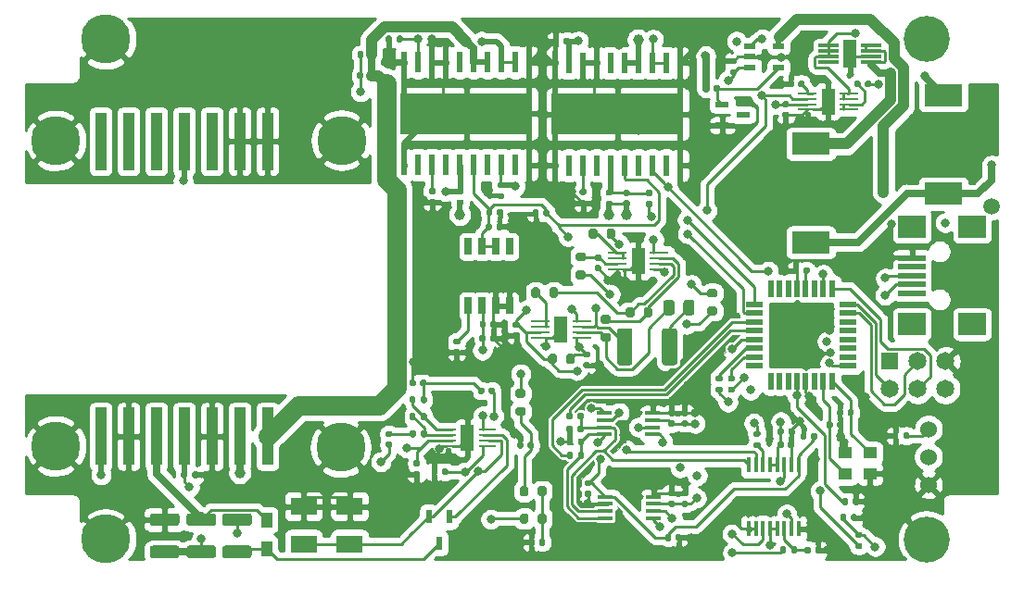
<source format=gtl>
G04 #@! TF.GenerationSoftware,KiCad,Pcbnew,(5.1.10)-1*
G04 #@! TF.CreationDate,2021-08-05T17:19:02-07:00*
G04 #@! TF.ProjectId,laser,6c617365-722e-46b6-9963-61645f706362,rev?*
G04 #@! TF.SameCoordinates,Original*
G04 #@! TF.FileFunction,Copper,L1,Top*
G04 #@! TF.FilePolarity,Positive*
%FSLAX46Y46*%
G04 Gerber Fmt 4.6, Leading zero omitted, Abs format (unit mm)*
G04 Created by KiCad (PCBNEW (5.1.10)-1) date 2021-08-05 17:19:02*
%MOMM*%
%LPD*%
G01*
G04 APERTURE LIST*
G04 #@! TA.AperFunction,SMDPad,CuDef*
%ADD10R,1.799999X0.250000*%
G04 #@! TD*
G04 #@! TA.AperFunction,SMDPad,CuDef*
%ADD11R,1.200000X2.440000*%
G04 #@! TD*
G04 #@! TA.AperFunction,SMDPad,CuDef*
%ADD12R,1.600000X0.250000*%
G04 #@! TD*
G04 #@! TA.AperFunction,SMDPad,CuDef*
%ADD13R,2.500000X2.000000*%
G04 #@! TD*
G04 #@! TA.AperFunction,SMDPad,CuDef*
%ADD14R,2.500000X0.500000*%
G04 #@! TD*
G04 #@! TA.AperFunction,SMDPad,CuDef*
%ADD15R,3.500000X2.000000*%
G04 #@! TD*
G04 #@! TA.AperFunction,ComponentPad*
%ADD16C,4.200000*%
G04 #@! TD*
G04 #@! TA.AperFunction,ComponentPad*
%ADD17C,4.500000*%
G04 #@! TD*
G04 #@! TA.AperFunction,ComponentPad*
%ADD18C,1.650000*%
G04 #@! TD*
G04 #@! TA.AperFunction,ComponentPad*
%ADD19R,1.650000X1.650000*%
G04 #@! TD*
G04 #@! TA.AperFunction,SMDPad,CuDef*
%ADD20R,1.200000X2.540000*%
G04 #@! TD*
G04 #@! TA.AperFunction,SMDPad,CuDef*
%ADD21R,1.850000X0.300000*%
G04 #@! TD*
G04 #@! TA.AperFunction,SMDPad,CuDef*
%ADD22R,0.558000X1.969999*%
G04 #@! TD*
G04 #@! TA.AperFunction,SMDPad,CuDef*
%ADD23R,12.000000X3.810000*%
G04 #@! TD*
G04 #@! TA.AperFunction,SMDPad,CuDef*
%ADD24R,1.000000X1.400000*%
G04 #@! TD*
G04 #@! TA.AperFunction,SMDPad,CuDef*
%ADD25R,1.040000X5.250000*%
G04 #@! TD*
G04 #@! TA.AperFunction,SMDPad,CuDef*
%ADD26R,1.050000X0.550000*%
G04 #@! TD*
G04 #@! TA.AperFunction,SMDPad,CuDef*
%ADD27R,0.650000X1.525000*%
G04 #@! TD*
G04 #@! TA.AperFunction,SMDPad,CuDef*
%ADD28R,0.450000X1.475000*%
G04 #@! TD*
G04 #@! TA.AperFunction,SMDPad,CuDef*
%ADD29R,0.600000X1.300000*%
G04 #@! TD*
G04 #@! TA.AperFunction,SMDPad,CuDef*
%ADD30R,2.410000X1.650000*%
G04 #@! TD*
G04 #@! TA.AperFunction,ComponentPad*
%ADD31C,1.524000*%
G04 #@! TD*
G04 #@! TA.AperFunction,SMDPad,CuDef*
%ADD32R,1.309599X0.568000*%
G04 #@! TD*
G04 #@! TA.AperFunction,SMDPad,CuDef*
%ADD33R,1.315199X0.405600*%
G04 #@! TD*
G04 #@! TA.AperFunction,SMDPad,CuDef*
%ADD34R,1.300000X1.100000*%
G04 #@! TD*
G04 #@! TA.AperFunction,SMDPad,CuDef*
%ADD35R,0.600000X1.500000*%
G04 #@! TD*
G04 #@! TA.AperFunction,SMDPad,CuDef*
%ADD36R,1.500000X0.600000*%
G04 #@! TD*
G04 #@! TA.AperFunction,ViaPad*
%ADD37C,0.800000*%
G04 #@! TD*
G04 #@! TA.AperFunction,ViaPad*
%ADD38C,1.000000*%
G04 #@! TD*
G04 #@! TA.AperFunction,ViaPad*
%ADD39C,1.500000*%
G04 #@! TD*
G04 #@! TA.AperFunction,Conductor*
%ADD40C,0.250000*%
G04 #@! TD*
G04 #@! TA.AperFunction,Conductor*
%ADD41C,0.500000*%
G04 #@! TD*
G04 #@! TA.AperFunction,Conductor*
%ADD42C,0.700000*%
G04 #@! TD*
G04 #@! TA.AperFunction,Conductor*
%ADD43C,1.000000*%
G04 #@! TD*
G04 #@! TA.AperFunction,Conductor*
%ADD44C,1.800000*%
G04 #@! TD*
G04 #@! TA.AperFunction,Conductor*
%ADD45C,0.050000*%
G04 #@! TD*
G04 #@! TA.AperFunction,Conductor*
%ADD46C,0.100000*%
G04 #@! TD*
G04 #@! TA.AperFunction,Conductor*
%ADD47C,0.254000*%
G04 #@! TD*
G04 APERTURE END LIST*
D10*
X194930000Y-88889999D03*
X194930000Y-89390000D03*
X194930000Y-89890000D03*
X194930000Y-90390001D03*
X198730000Y-90390001D03*
X198730000Y-89890000D03*
X198730000Y-89390000D03*
X198730000Y-88889999D03*
D11*
X196830000Y-89640000D03*
X179500000Y-104250000D03*
D10*
X181400000Y-103499999D03*
X181400000Y-104000000D03*
X181400000Y-104500000D03*
X181400000Y-105000001D03*
X177600000Y-105000001D03*
X177600000Y-104500000D03*
X177600000Y-104000000D03*
X177600000Y-103499999D03*
X170520000Y-109749999D03*
X170520000Y-110250000D03*
X170520000Y-110750000D03*
X170520000Y-111250001D03*
X174320000Y-111250001D03*
X174320000Y-110750000D03*
X174320000Y-110250000D03*
X174320000Y-109749999D03*
D11*
X172420000Y-110500000D03*
X163880000Y-120410000D03*
D12*
X165680000Y-119659999D03*
X165680000Y-120160000D03*
X165680000Y-120660000D03*
X165680000Y-121160001D03*
X162080000Y-121160001D03*
X162080000Y-120660000D03*
X162080000Y-120160000D03*
X162080000Y-119659999D03*
D13*
X209970000Y-101100000D03*
X209970000Y-110020000D03*
X204490000Y-101100000D03*
X204490000Y-110020000D03*
D14*
X204490000Y-103960000D03*
X204490000Y-104760000D03*
X204490000Y-105560000D03*
X204490000Y-106360000D03*
X204490000Y-107160000D03*
D15*
X207370000Y-89070000D03*
X207370000Y-98070000D03*
D16*
X205841600Y-129700000D03*
X205867000Y-83903800D03*
D17*
X126263400Y-93225600D03*
X152374600Y-93200200D03*
X152298400Y-121267200D03*
X126263400Y-121165600D03*
X130835400Y-129674600D03*
X130830000Y-83930000D03*
G04 #@! TA.AperFunction,SMDPad,CuDef*
G36*
G01*
X137310001Y-128470000D02*
X135109999Y-128470000D01*
G75*
G02*
X134860000Y-128220001I0J249999D01*
G01*
X134860000Y-127569999D01*
G75*
G02*
X135109999Y-127320000I249999J0D01*
G01*
X137310001Y-127320000D01*
G75*
G02*
X137560000Y-127569999I0J-249999D01*
G01*
X137560000Y-128220001D01*
G75*
G02*
X137310001Y-128470000I-249999J0D01*
G01*
G37*
G04 #@! TD.AperFunction*
G04 #@! TA.AperFunction,SMDPad,CuDef*
G36*
G01*
X137310001Y-131420000D02*
X135109999Y-131420000D01*
G75*
G02*
X134860000Y-131170001I0J249999D01*
G01*
X134860000Y-130519999D01*
G75*
G02*
X135109999Y-130270000I249999J0D01*
G01*
X137310001Y-130270000D01*
G75*
G02*
X137560000Y-130519999I0J-249999D01*
G01*
X137560000Y-131170001D01*
G75*
G02*
X137310001Y-131420000I-249999J0D01*
G01*
G37*
G04 #@! TD.AperFunction*
G04 #@! TA.AperFunction,SMDPad,CuDef*
G36*
G01*
X203710000Y-120395000D02*
X203710000Y-120025000D01*
G75*
G02*
X203845000Y-119890000I135000J0D01*
G01*
X204115000Y-119890000D01*
G75*
G02*
X204250000Y-120025000I0J-135000D01*
G01*
X204250000Y-120395000D01*
G75*
G02*
X204115000Y-120530000I-135000J0D01*
G01*
X203845000Y-120530000D01*
G75*
G02*
X203710000Y-120395000I0J135000D01*
G01*
G37*
G04 #@! TD.AperFunction*
G04 #@! TA.AperFunction,SMDPad,CuDef*
G36*
G01*
X202690000Y-120395000D02*
X202690000Y-120025000D01*
G75*
G02*
X202825000Y-119890000I135000J0D01*
G01*
X203095000Y-119890000D01*
G75*
G02*
X203230000Y-120025000I0J-135000D01*
G01*
X203230000Y-120395000D01*
G75*
G02*
X203095000Y-120530000I-135000J0D01*
G01*
X202825000Y-120530000D01*
G75*
G02*
X202690000Y-120395000I0J135000D01*
G01*
G37*
G04 #@! TD.AperFunction*
G04 #@! TA.AperFunction,SMDPad,CuDef*
G36*
G01*
X141719999Y-130270000D02*
X143920001Y-130270000D01*
G75*
G02*
X144170000Y-130519999I0J-249999D01*
G01*
X144170000Y-131170001D01*
G75*
G02*
X143920001Y-131420000I-249999J0D01*
G01*
X141719999Y-131420000D01*
G75*
G02*
X141470000Y-131170001I0J249999D01*
G01*
X141470000Y-130519999D01*
G75*
G02*
X141719999Y-130270000I249999J0D01*
G01*
G37*
G04 #@! TD.AperFunction*
G04 #@! TA.AperFunction,SMDPad,CuDef*
G36*
G01*
X141719999Y-127320000D02*
X143920001Y-127320000D01*
G75*
G02*
X144170000Y-127569999I0J-249999D01*
G01*
X144170000Y-128220001D01*
G75*
G02*
X143920001Y-128470000I-249999J0D01*
G01*
X141719999Y-128470000D01*
G75*
G02*
X141470000Y-128220001I0J249999D01*
G01*
X141470000Y-127569999D01*
G75*
G02*
X141719999Y-127320000I249999J0D01*
G01*
G37*
G04 #@! TD.AperFunction*
G04 #@! TA.AperFunction,SMDPad,CuDef*
G36*
G01*
X140660001Y-128460000D02*
X138459999Y-128460000D01*
G75*
G02*
X138210000Y-128210001I0J249999D01*
G01*
X138210000Y-127559999D01*
G75*
G02*
X138459999Y-127310000I249999J0D01*
G01*
X140660001Y-127310000D01*
G75*
G02*
X140910000Y-127559999I0J-249999D01*
G01*
X140910000Y-128210001D01*
G75*
G02*
X140660001Y-128460000I-249999J0D01*
G01*
G37*
G04 #@! TD.AperFunction*
G04 #@! TA.AperFunction,SMDPad,CuDef*
G36*
G01*
X140660001Y-131410000D02*
X138459999Y-131410000D01*
G75*
G02*
X138210000Y-131160001I0J249999D01*
G01*
X138210000Y-130509999D01*
G75*
G02*
X138459999Y-130260000I249999J0D01*
G01*
X140660001Y-130260000D01*
G75*
G02*
X140910000Y-130509999I0J-249999D01*
G01*
X140910000Y-131160001D01*
G75*
G02*
X140660001Y-131410000I-249999J0D01*
G01*
G37*
G04 #@! TD.AperFunction*
D18*
X207550000Y-115950000D03*
X205010000Y-115950000D03*
X202470000Y-115950000D03*
X207550000Y-113410000D03*
X205010000Y-113410000D03*
D19*
X202470000Y-113410000D03*
D20*
X198830000Y-85300000D03*
D21*
X200780000Y-84550000D03*
X200780000Y-85050000D03*
X200780000Y-85550000D03*
X200780000Y-86050000D03*
X196880000Y-86050000D03*
X196880000Y-85550000D03*
X196880000Y-85050000D03*
X196880000Y-84550000D03*
D22*
X158085000Y-95436300D03*
X159355000Y-95436300D03*
X160625000Y-95436300D03*
X161895000Y-95436300D03*
X163165000Y-95436300D03*
X164435000Y-95436300D03*
X165705000Y-95436300D03*
X166975000Y-95436300D03*
X168245000Y-95436300D03*
X169515000Y-95436300D03*
X169515000Y-86063700D03*
X168245000Y-86063700D03*
X166975000Y-86063700D03*
X165705000Y-86063700D03*
X164435000Y-86063700D03*
X163165000Y-86063700D03*
X161895000Y-86063700D03*
X160625000Y-86063700D03*
X159355000Y-86063700D03*
X158085000Y-86063700D03*
D23*
X163800000Y-90750000D03*
X177590000Y-90800000D03*
D22*
X171875000Y-86113700D03*
X173145000Y-86113700D03*
X174415000Y-86113700D03*
X175685000Y-86113700D03*
X176955000Y-86113700D03*
X178225000Y-86113700D03*
X179495000Y-86113700D03*
X180765000Y-86113700D03*
X182035000Y-86113700D03*
X183305000Y-86113700D03*
X183305000Y-95486300D03*
X182035000Y-95486300D03*
X180765000Y-95486300D03*
X179495000Y-95486300D03*
X178225000Y-95486300D03*
X176955000Y-95486300D03*
X175685000Y-95486300D03*
X174415000Y-95486300D03*
X173145000Y-95486300D03*
X171875000Y-95486300D03*
D24*
X145540000Y-127940000D03*
X145540000Y-130540000D03*
G04 #@! TA.AperFunction,SMDPad,CuDef*
G36*
G01*
X138730000Y-123975000D02*
X138730000Y-123605000D01*
G75*
G02*
X138865000Y-123470000I135000J0D01*
G01*
X139135000Y-123470000D01*
G75*
G02*
X139270000Y-123605000I0J-135000D01*
G01*
X139270000Y-123975000D01*
G75*
G02*
X139135000Y-124110000I-135000J0D01*
G01*
X138865000Y-124110000D01*
G75*
G02*
X138730000Y-123975000I0J135000D01*
G01*
G37*
G04 #@! TD.AperFunction*
G04 #@! TA.AperFunction,SMDPad,CuDef*
G36*
G01*
X137710000Y-123975000D02*
X137710000Y-123605000D01*
G75*
G02*
X137845000Y-123470000I135000J0D01*
G01*
X138115000Y-123470000D01*
G75*
G02*
X138250000Y-123605000I0J-135000D01*
G01*
X138250000Y-123975000D01*
G75*
G02*
X138115000Y-124110000I-135000J0D01*
G01*
X137845000Y-124110000D01*
G75*
G02*
X137710000Y-123975000I0J135000D01*
G01*
G37*
G04 #@! TD.AperFunction*
G04 #@! TA.AperFunction,SMDPad,CuDef*
G36*
G01*
X168160000Y-109790000D02*
X168500000Y-109790000D01*
G75*
G02*
X168640000Y-109930000I0J-140000D01*
G01*
X168640000Y-110210000D01*
G75*
G02*
X168500000Y-110350000I-140000J0D01*
G01*
X168160000Y-110350000D01*
G75*
G02*
X168020000Y-110210000I0J140000D01*
G01*
X168020000Y-109930000D01*
G75*
G02*
X168160000Y-109790000I140000J0D01*
G01*
G37*
G04 #@! TD.AperFunction*
G04 #@! TA.AperFunction,SMDPad,CuDef*
G36*
G01*
X168160000Y-110750000D02*
X168500000Y-110750000D01*
G75*
G02*
X168640000Y-110890000I0J-140000D01*
G01*
X168640000Y-111170000D01*
G75*
G02*
X168500000Y-111310000I-140000J0D01*
G01*
X168160000Y-111310000D01*
G75*
G02*
X168020000Y-111170000I0J140000D01*
G01*
X168020000Y-110890000D01*
G75*
G02*
X168160000Y-110750000I140000J0D01*
G01*
G37*
G04 #@! TD.AperFunction*
D25*
X130370000Y-120280000D03*
X132910000Y-120280000D03*
X135450000Y-120280000D03*
X137990000Y-120280000D03*
X140530000Y-120280000D03*
X143070000Y-120280000D03*
X145610000Y-120280000D03*
X130370000Y-93280000D03*
X132910000Y-93280000D03*
X135450000Y-93280000D03*
X137990000Y-93280000D03*
X140530000Y-93280000D03*
X143070000Y-93280000D03*
X145610000Y-93280000D03*
G04 #@! TA.AperFunction,SMDPad,CuDef*
G36*
G01*
X200200000Y-88220000D02*
X200200000Y-87880000D01*
G75*
G02*
X200340000Y-87740000I140000J0D01*
G01*
X200620000Y-87740000D01*
G75*
G02*
X200760000Y-87880000I0J-140000D01*
G01*
X200760000Y-88220000D01*
G75*
G02*
X200620000Y-88360000I-140000J0D01*
G01*
X200340000Y-88360000D01*
G75*
G02*
X200200000Y-88220000I0J140000D01*
G01*
G37*
G04 #@! TD.AperFunction*
G04 #@! TA.AperFunction,SMDPad,CuDef*
G36*
G01*
X199240000Y-88220000D02*
X199240000Y-87880000D01*
G75*
G02*
X199380000Y-87740000I140000J0D01*
G01*
X199660000Y-87740000D01*
G75*
G02*
X199800000Y-87880000I0J-140000D01*
G01*
X199800000Y-88220000D01*
G75*
G02*
X199660000Y-88360000I-140000J0D01*
G01*
X199380000Y-88360000D01*
G75*
G02*
X199240000Y-88220000I0J140000D01*
G01*
G37*
G04 #@! TD.AperFunction*
G04 #@! TA.AperFunction,SMDPad,CuDef*
G36*
G01*
X193150000Y-88200000D02*
X193150000Y-87860000D01*
G75*
G02*
X193290000Y-87720000I140000J0D01*
G01*
X193570000Y-87720000D01*
G75*
G02*
X193710000Y-87860000I0J-140000D01*
G01*
X193710000Y-88200000D01*
G75*
G02*
X193570000Y-88340000I-140000J0D01*
G01*
X193290000Y-88340000D01*
G75*
G02*
X193150000Y-88200000I0J140000D01*
G01*
G37*
G04 #@! TD.AperFunction*
G04 #@! TA.AperFunction,SMDPad,CuDef*
G36*
G01*
X194110000Y-88200000D02*
X194110000Y-87860000D01*
G75*
G02*
X194250000Y-87720000I140000J0D01*
G01*
X194530000Y-87720000D01*
G75*
G02*
X194670000Y-87860000I0J-140000D01*
G01*
X194670000Y-88200000D01*
G75*
G02*
X194530000Y-88340000I-140000J0D01*
G01*
X194250000Y-88340000D01*
G75*
G02*
X194110000Y-88200000I0J140000D01*
G01*
G37*
G04 #@! TD.AperFunction*
G04 #@! TA.AperFunction,SMDPad,CuDef*
G36*
G01*
X192780000Y-90580000D02*
X193120000Y-90580000D01*
G75*
G02*
X193260000Y-90720000I0J-140000D01*
G01*
X193260000Y-91000000D01*
G75*
G02*
X193120000Y-91140000I-140000J0D01*
G01*
X192780000Y-91140000D01*
G75*
G02*
X192640000Y-91000000I0J140000D01*
G01*
X192640000Y-90720000D01*
G75*
G02*
X192780000Y-90580000I140000J0D01*
G01*
G37*
G04 #@! TD.AperFunction*
G04 #@! TA.AperFunction,SMDPad,CuDef*
G36*
G01*
X192780000Y-89620000D02*
X193120000Y-89620000D01*
G75*
G02*
X193260000Y-89760000I0J-140000D01*
G01*
X193260000Y-90040000D01*
G75*
G02*
X193120000Y-90180000I-140000J0D01*
G01*
X192780000Y-90180000D01*
G75*
G02*
X192640000Y-90040000I0J140000D01*
G01*
X192640000Y-89760000D01*
G75*
G02*
X192780000Y-89620000I140000J0D01*
G01*
G37*
G04 #@! TD.AperFunction*
G04 #@! TA.AperFunction,SMDPad,CuDef*
G36*
G01*
X178240000Y-97730000D02*
X178580000Y-97730000D01*
G75*
G02*
X178720000Y-97870000I0J-140000D01*
G01*
X178720000Y-98150000D01*
G75*
G02*
X178580000Y-98290000I-140000J0D01*
G01*
X178240000Y-98290000D01*
G75*
G02*
X178100000Y-98150000I0J140000D01*
G01*
X178100000Y-97870000D01*
G75*
G02*
X178240000Y-97730000I140000J0D01*
G01*
G37*
G04 #@! TD.AperFunction*
G04 #@! TA.AperFunction,SMDPad,CuDef*
G36*
G01*
X178240000Y-98690000D02*
X178580000Y-98690000D01*
G75*
G02*
X178720000Y-98830000I0J-140000D01*
G01*
X178720000Y-99110000D01*
G75*
G02*
X178580000Y-99250000I-140000J0D01*
G01*
X178240000Y-99250000D01*
G75*
G02*
X178100000Y-99110000I0J140000D01*
G01*
X178100000Y-98830000D01*
G75*
G02*
X178240000Y-98690000I140000J0D01*
G01*
G37*
G04 #@! TD.AperFunction*
G04 #@! TA.AperFunction,SMDPad,CuDef*
G36*
G01*
X170800000Y-100010000D02*
X170800000Y-99670000D01*
G75*
G02*
X170940000Y-99530000I140000J0D01*
G01*
X171220000Y-99530000D01*
G75*
G02*
X171360000Y-99670000I0J-140000D01*
G01*
X171360000Y-100010000D01*
G75*
G02*
X171220000Y-100150000I-140000J0D01*
G01*
X170940000Y-100150000D01*
G75*
G02*
X170800000Y-100010000I0J140000D01*
G01*
G37*
G04 #@! TD.AperFunction*
G04 #@! TA.AperFunction,SMDPad,CuDef*
G36*
G01*
X169840000Y-100010000D02*
X169840000Y-99670000D01*
G75*
G02*
X169980000Y-99530000I140000J0D01*
G01*
X170260000Y-99530000D01*
G75*
G02*
X170400000Y-99670000I0J-140000D01*
G01*
X170400000Y-100010000D01*
G75*
G02*
X170260000Y-100150000I-140000J0D01*
G01*
X169980000Y-100150000D01*
G75*
G02*
X169840000Y-100010000I0J140000D01*
G01*
G37*
G04 #@! TD.AperFunction*
G04 #@! TA.AperFunction,SMDPad,CuDef*
G36*
G01*
X167120000Y-99610000D02*
X167120000Y-99950000D01*
G75*
G02*
X166980000Y-100090000I-140000J0D01*
G01*
X166700000Y-100090000D01*
G75*
G02*
X166560000Y-99950000I0J140000D01*
G01*
X166560000Y-99610000D01*
G75*
G02*
X166700000Y-99470000I140000J0D01*
G01*
X166980000Y-99470000D01*
G75*
G02*
X167120000Y-99610000I0J-140000D01*
G01*
G37*
G04 #@! TD.AperFunction*
G04 #@! TA.AperFunction,SMDPad,CuDef*
G36*
G01*
X166160000Y-99610000D02*
X166160000Y-99950000D01*
G75*
G02*
X166020000Y-100090000I-140000J0D01*
G01*
X165740000Y-100090000D01*
G75*
G02*
X165600000Y-99950000I0J140000D01*
G01*
X165600000Y-99610000D01*
G75*
G02*
X165740000Y-99470000I140000J0D01*
G01*
X166020000Y-99470000D01*
G75*
G02*
X166160000Y-99610000I0J-140000D01*
G01*
G37*
G04 #@! TD.AperFunction*
G04 #@! TA.AperFunction,SMDPad,CuDef*
G36*
G01*
X154390000Y-85180000D02*
X154390000Y-85520000D01*
G75*
G02*
X154250000Y-85660000I-140000J0D01*
G01*
X153970000Y-85660000D01*
G75*
G02*
X153830000Y-85520000I0J140000D01*
G01*
X153830000Y-85180000D01*
G75*
G02*
X153970000Y-85040000I140000J0D01*
G01*
X154250000Y-85040000D01*
G75*
G02*
X154390000Y-85180000I0J-140000D01*
G01*
G37*
G04 #@! TD.AperFunction*
G04 #@! TA.AperFunction,SMDPad,CuDef*
G36*
G01*
X155350000Y-85180000D02*
X155350000Y-85520000D01*
G75*
G02*
X155210000Y-85660000I-140000J0D01*
G01*
X154930000Y-85660000D01*
G75*
G02*
X154790000Y-85520000I0J140000D01*
G01*
X154790000Y-85180000D01*
G75*
G02*
X154930000Y-85040000I140000J0D01*
G01*
X155210000Y-85040000D01*
G75*
G02*
X155350000Y-85180000I0J-140000D01*
G01*
G37*
G04 #@! TD.AperFunction*
G04 #@! TA.AperFunction,SMDPad,CuDef*
G36*
G01*
X156530000Y-120740000D02*
X156870000Y-120740000D01*
G75*
G02*
X157010000Y-120880000I0J-140000D01*
G01*
X157010000Y-121160000D01*
G75*
G02*
X156870000Y-121300000I-140000J0D01*
G01*
X156530000Y-121300000D01*
G75*
G02*
X156390000Y-121160000I0J140000D01*
G01*
X156390000Y-120880000D01*
G75*
G02*
X156530000Y-120740000I140000J0D01*
G01*
G37*
G04 #@! TD.AperFunction*
G04 #@! TA.AperFunction,SMDPad,CuDef*
G36*
G01*
X156530000Y-119780000D02*
X156870000Y-119780000D01*
G75*
G02*
X157010000Y-119920000I0J-140000D01*
G01*
X157010000Y-120200000D01*
G75*
G02*
X156870000Y-120340000I-140000J0D01*
G01*
X156530000Y-120340000D01*
G75*
G02*
X156390000Y-120200000I0J140000D01*
G01*
X156390000Y-119920000D01*
G75*
G02*
X156530000Y-119780000I140000J0D01*
G01*
G37*
G04 #@! TD.AperFunction*
G04 #@! TA.AperFunction,SMDPad,CuDef*
G36*
G01*
X159400000Y-124000000D02*
X159060000Y-124000000D01*
G75*
G02*
X158920000Y-123860000I0J140000D01*
G01*
X158920000Y-123580000D01*
G75*
G02*
X159060000Y-123440000I140000J0D01*
G01*
X159400000Y-123440000D01*
G75*
G02*
X159540000Y-123580000I0J-140000D01*
G01*
X159540000Y-123860000D01*
G75*
G02*
X159400000Y-124000000I-140000J0D01*
G01*
G37*
G04 #@! TD.AperFunction*
G04 #@! TA.AperFunction,SMDPad,CuDef*
G36*
G01*
X159400000Y-123040000D02*
X159060000Y-123040000D01*
G75*
G02*
X158920000Y-122900000I0J140000D01*
G01*
X158920000Y-122620000D01*
G75*
G02*
X159060000Y-122480000I140000J0D01*
G01*
X159400000Y-122480000D01*
G75*
G02*
X159540000Y-122620000I0J-140000D01*
G01*
X159540000Y-122900000D01*
G75*
G02*
X159400000Y-123040000I-140000J0D01*
G01*
G37*
G04 #@! TD.AperFunction*
G04 #@! TA.AperFunction,SMDPad,CuDef*
G36*
G01*
X168980000Y-120920000D02*
X168980000Y-121260000D01*
G75*
G02*
X168840000Y-121400000I-140000J0D01*
G01*
X168560000Y-121400000D01*
G75*
G02*
X168420000Y-121260000I0J140000D01*
G01*
X168420000Y-120920000D01*
G75*
G02*
X168560000Y-120780000I140000J0D01*
G01*
X168840000Y-120780000D01*
G75*
G02*
X168980000Y-120920000I0J-140000D01*
G01*
G37*
G04 #@! TD.AperFunction*
G04 #@! TA.AperFunction,SMDPad,CuDef*
G36*
G01*
X169940000Y-120920000D02*
X169940000Y-121260000D01*
G75*
G02*
X169800000Y-121400000I-140000J0D01*
G01*
X169520000Y-121400000D01*
G75*
G02*
X169380000Y-121260000I0J140000D01*
G01*
X169380000Y-120920000D01*
G75*
G02*
X169520000Y-120780000I140000J0D01*
G01*
X169800000Y-120780000D01*
G75*
G02*
X169940000Y-120920000I0J-140000D01*
G01*
G37*
G04 #@! TD.AperFunction*
G04 #@! TA.AperFunction,SMDPad,CuDef*
G36*
G01*
X170990000Y-129800000D02*
X170990000Y-130140000D01*
G75*
G02*
X170850000Y-130280000I-140000J0D01*
G01*
X170570000Y-130280000D01*
G75*
G02*
X170430000Y-130140000I0J140000D01*
G01*
X170430000Y-129800000D01*
G75*
G02*
X170570000Y-129660000I140000J0D01*
G01*
X170850000Y-129660000D01*
G75*
G02*
X170990000Y-129800000I0J-140000D01*
G01*
G37*
G04 #@! TD.AperFunction*
G04 #@! TA.AperFunction,SMDPad,CuDef*
G36*
G01*
X170030000Y-129800000D02*
X170030000Y-130140000D01*
G75*
G02*
X169890000Y-130280000I-140000J0D01*
G01*
X169610000Y-130280000D01*
G75*
G02*
X169470000Y-130140000I0J140000D01*
G01*
X169470000Y-129800000D01*
G75*
G02*
X169610000Y-129660000I140000J0D01*
G01*
X169890000Y-129660000D01*
G75*
G02*
X170030000Y-129800000I0J-140000D01*
G01*
G37*
G04 #@! TD.AperFunction*
G04 #@! TA.AperFunction,SMDPad,CuDef*
G36*
G01*
X159560000Y-115560000D02*
X159560000Y-115220000D01*
G75*
G02*
X159700000Y-115080000I140000J0D01*
G01*
X159980000Y-115080000D01*
G75*
G02*
X160120000Y-115220000I0J-140000D01*
G01*
X160120000Y-115560000D01*
G75*
G02*
X159980000Y-115700000I-140000J0D01*
G01*
X159700000Y-115700000D01*
G75*
G02*
X159560000Y-115560000I0J140000D01*
G01*
G37*
G04 #@! TD.AperFunction*
G04 #@! TA.AperFunction,SMDPad,CuDef*
G36*
G01*
X158600000Y-115560000D02*
X158600000Y-115220000D01*
G75*
G02*
X158740000Y-115080000I140000J0D01*
G01*
X159020000Y-115080000D01*
G75*
G02*
X159160000Y-115220000I0J-140000D01*
G01*
X159160000Y-115560000D01*
G75*
G02*
X159020000Y-115700000I-140000J0D01*
G01*
X158740000Y-115700000D01*
G75*
G02*
X158600000Y-115560000I0J140000D01*
G01*
G37*
G04 #@! TD.AperFunction*
G04 #@! TA.AperFunction,SMDPad,CuDef*
G36*
G01*
X162110000Y-123350000D02*
X162110000Y-123690000D01*
G75*
G02*
X161970000Y-123830000I-140000J0D01*
G01*
X161690000Y-123830000D01*
G75*
G02*
X161550000Y-123690000I0J140000D01*
G01*
X161550000Y-123350000D01*
G75*
G02*
X161690000Y-123210000I140000J0D01*
G01*
X161970000Y-123210000D01*
G75*
G02*
X162110000Y-123350000I0J-140000D01*
G01*
G37*
G04 #@! TD.AperFunction*
G04 #@! TA.AperFunction,SMDPad,CuDef*
G36*
G01*
X161150000Y-123350000D02*
X161150000Y-123690000D01*
G75*
G02*
X161010000Y-123830000I-140000J0D01*
G01*
X160730000Y-123830000D01*
G75*
G02*
X160590000Y-123690000I0J140000D01*
G01*
X160590000Y-123350000D01*
G75*
G02*
X160730000Y-123210000I140000J0D01*
G01*
X161010000Y-123210000D01*
G75*
G02*
X161150000Y-123350000I0J-140000D01*
G01*
G37*
G04 #@! TD.AperFunction*
G04 #@! TA.AperFunction,SMDPad,CuDef*
G36*
G01*
X165830000Y-116280000D02*
X165830000Y-115940000D01*
G75*
G02*
X165970000Y-115800000I140000J0D01*
G01*
X166250000Y-115800000D01*
G75*
G02*
X166390000Y-115940000I0J-140000D01*
G01*
X166390000Y-116280000D01*
G75*
G02*
X166250000Y-116420000I-140000J0D01*
G01*
X165970000Y-116420000D01*
G75*
G02*
X165830000Y-116280000I0J140000D01*
G01*
G37*
G04 #@! TD.AperFunction*
G04 #@! TA.AperFunction,SMDPad,CuDef*
G36*
G01*
X164870000Y-116280000D02*
X164870000Y-115940000D01*
G75*
G02*
X165010000Y-115800000I140000J0D01*
G01*
X165290000Y-115800000D01*
G75*
G02*
X165430000Y-115940000I0J-140000D01*
G01*
X165430000Y-116280000D01*
G75*
G02*
X165290000Y-116420000I-140000J0D01*
G01*
X165010000Y-116420000D01*
G75*
G02*
X164870000Y-116280000I0J140000D01*
G01*
G37*
G04 #@! TD.AperFunction*
G04 #@! TA.AperFunction,SMDPad,CuDef*
G36*
G01*
X175640000Y-104610000D02*
X175980000Y-104610000D01*
G75*
G02*
X176120000Y-104750000I0J-140000D01*
G01*
X176120000Y-105030000D01*
G75*
G02*
X175980000Y-105170000I-140000J0D01*
G01*
X175640000Y-105170000D01*
G75*
G02*
X175500000Y-105030000I0J140000D01*
G01*
X175500000Y-104750000D01*
G75*
G02*
X175640000Y-104610000I140000J0D01*
G01*
G37*
G04 #@! TD.AperFunction*
G04 #@! TA.AperFunction,SMDPad,CuDef*
G36*
G01*
X175640000Y-103650000D02*
X175980000Y-103650000D01*
G75*
G02*
X176120000Y-103790000I0J-140000D01*
G01*
X176120000Y-104070000D01*
G75*
G02*
X175980000Y-104210000I-140000J0D01*
G01*
X175640000Y-104210000D01*
G75*
G02*
X175500000Y-104070000I0J140000D01*
G01*
X175500000Y-103790000D01*
G75*
G02*
X175640000Y-103650000I140000J0D01*
G01*
G37*
G04 #@! TD.AperFunction*
G04 #@! TA.AperFunction,SMDPad,CuDef*
G36*
G01*
X174600000Y-112520000D02*
X174940000Y-112520000D01*
G75*
G02*
X175080000Y-112660000I0J-140000D01*
G01*
X175080000Y-112940000D01*
G75*
G02*
X174940000Y-113080000I-140000J0D01*
G01*
X174600000Y-113080000D01*
G75*
G02*
X174460000Y-112940000I0J140000D01*
G01*
X174460000Y-112660000D01*
G75*
G02*
X174600000Y-112520000I140000J0D01*
G01*
G37*
G04 #@! TD.AperFunction*
G04 #@! TA.AperFunction,SMDPad,CuDef*
G36*
G01*
X174600000Y-113480000D02*
X174940000Y-113480000D01*
G75*
G02*
X175080000Y-113620000I0J-140000D01*
G01*
X175080000Y-113900000D01*
G75*
G02*
X174940000Y-114040000I-140000J0D01*
G01*
X174600000Y-114040000D01*
G75*
G02*
X174460000Y-113900000I0J140000D01*
G01*
X174460000Y-113620000D01*
G75*
G02*
X174600000Y-113480000I140000J0D01*
G01*
G37*
G04 #@! TD.AperFunction*
G04 #@! TA.AperFunction,SMDPad,CuDef*
G36*
G01*
X183050000Y-110629999D02*
X183050000Y-113530001D01*
G75*
G02*
X182800001Y-113780000I-249999J0D01*
G01*
X181899999Y-113780000D01*
G75*
G02*
X181650000Y-113530001I0J249999D01*
G01*
X181650000Y-110629999D01*
G75*
G02*
X181899999Y-110380000I249999J0D01*
G01*
X182800001Y-110380000D01*
G75*
G02*
X183050000Y-110629999I0J-249999D01*
G01*
G37*
G04 #@! TD.AperFunction*
G04 #@! TA.AperFunction,SMDPad,CuDef*
G36*
G01*
X178950000Y-110629999D02*
X178950000Y-113530001D01*
G75*
G02*
X178700001Y-113780000I-249999J0D01*
G01*
X177799999Y-113780000D01*
G75*
G02*
X177550000Y-113530001I0J249999D01*
G01*
X177550000Y-110629999D01*
G75*
G02*
X177799999Y-110380000I249999J0D01*
G01*
X178700001Y-110380000D01*
G75*
G02*
X178950000Y-110629999I0J-249999D01*
G01*
G37*
G04 #@! TD.AperFunction*
G04 #@! TA.AperFunction,SMDPad,CuDef*
G36*
G01*
X196690000Y-119390000D02*
X196690000Y-119050000D01*
G75*
G02*
X196830000Y-118910000I140000J0D01*
G01*
X197110000Y-118910000D01*
G75*
G02*
X197250000Y-119050000I0J-140000D01*
G01*
X197250000Y-119390000D01*
G75*
G02*
X197110000Y-119530000I-140000J0D01*
G01*
X196830000Y-119530000D01*
G75*
G02*
X196690000Y-119390000I0J140000D01*
G01*
G37*
G04 #@! TD.AperFunction*
G04 #@! TA.AperFunction,SMDPad,CuDef*
G36*
G01*
X197650000Y-119390000D02*
X197650000Y-119050000D01*
G75*
G02*
X197790000Y-118910000I140000J0D01*
G01*
X198070000Y-118910000D01*
G75*
G02*
X198210000Y-119050000I0J-140000D01*
G01*
X198210000Y-119390000D01*
G75*
G02*
X198070000Y-119530000I-140000J0D01*
G01*
X197790000Y-119530000D01*
G75*
G02*
X197650000Y-119390000I0J140000D01*
G01*
G37*
G04 #@! TD.AperFunction*
G04 #@! TA.AperFunction,SMDPad,CuDef*
G36*
G01*
X198210000Y-117930000D02*
X198210000Y-118270000D01*
G75*
G02*
X198070000Y-118410000I-140000J0D01*
G01*
X197790000Y-118410000D01*
G75*
G02*
X197650000Y-118270000I0J140000D01*
G01*
X197650000Y-117930000D01*
G75*
G02*
X197790000Y-117790000I140000J0D01*
G01*
X198070000Y-117790000D01*
G75*
G02*
X198210000Y-117930000I0J-140000D01*
G01*
G37*
G04 #@! TD.AperFunction*
G04 #@! TA.AperFunction,SMDPad,CuDef*
G36*
G01*
X199170000Y-117930000D02*
X199170000Y-118270000D01*
G75*
G02*
X199030000Y-118410000I-140000J0D01*
G01*
X198750000Y-118410000D01*
G75*
G02*
X198610000Y-118270000I0J140000D01*
G01*
X198610000Y-117930000D01*
G75*
G02*
X198750000Y-117790000I140000J0D01*
G01*
X199030000Y-117790000D01*
G75*
G02*
X199170000Y-117930000I0J-140000D01*
G01*
G37*
G04 #@! TD.AperFunction*
G04 #@! TA.AperFunction,SMDPad,CuDef*
G36*
G01*
X199060000Y-126410000D02*
X199060000Y-126070000D01*
G75*
G02*
X199200000Y-125930000I140000J0D01*
G01*
X199480000Y-125930000D01*
G75*
G02*
X199620000Y-126070000I0J-140000D01*
G01*
X199620000Y-126410000D01*
G75*
G02*
X199480000Y-126550000I-140000J0D01*
G01*
X199200000Y-126550000D01*
G75*
G02*
X199060000Y-126410000I0J140000D01*
G01*
G37*
G04 #@! TD.AperFunction*
G04 #@! TA.AperFunction,SMDPad,CuDef*
G36*
G01*
X198100000Y-126410000D02*
X198100000Y-126070000D01*
G75*
G02*
X198240000Y-125930000I140000J0D01*
G01*
X198520000Y-125930000D01*
G75*
G02*
X198660000Y-126070000I0J-140000D01*
G01*
X198660000Y-126410000D01*
G75*
G02*
X198520000Y-126550000I-140000J0D01*
G01*
X198240000Y-126550000D01*
G75*
G02*
X198100000Y-126410000I0J140000D01*
G01*
G37*
G04 #@! TD.AperFunction*
G04 #@! TA.AperFunction,SMDPad,CuDef*
G36*
G01*
X195130000Y-104950000D02*
X195130000Y-105290000D01*
G75*
G02*
X194990000Y-105430000I-140000J0D01*
G01*
X194710000Y-105430000D01*
G75*
G02*
X194570000Y-105290000I0J140000D01*
G01*
X194570000Y-104950000D01*
G75*
G02*
X194710000Y-104810000I140000J0D01*
G01*
X194990000Y-104810000D01*
G75*
G02*
X195130000Y-104950000I0J-140000D01*
G01*
G37*
G04 #@! TD.AperFunction*
G04 #@! TA.AperFunction,SMDPad,CuDef*
G36*
G01*
X194170000Y-104950000D02*
X194170000Y-105290000D01*
G75*
G02*
X194030000Y-105430000I-140000J0D01*
G01*
X193750000Y-105430000D01*
G75*
G02*
X193610000Y-105290000I0J140000D01*
G01*
X193610000Y-104950000D01*
G75*
G02*
X193750000Y-104810000I140000J0D01*
G01*
X194030000Y-104810000D01*
G75*
G02*
X194170000Y-104950000I0J-140000D01*
G01*
G37*
G04 #@! TD.AperFunction*
G04 #@! TA.AperFunction,SMDPad,CuDef*
G36*
G01*
X164990000Y-110180000D02*
X164990000Y-109840000D01*
G75*
G02*
X165130000Y-109700000I140000J0D01*
G01*
X165410000Y-109700000D01*
G75*
G02*
X165550000Y-109840000I0J-140000D01*
G01*
X165550000Y-110180000D01*
G75*
G02*
X165410000Y-110320000I-140000J0D01*
G01*
X165130000Y-110320000D01*
G75*
G02*
X164990000Y-110180000I0J140000D01*
G01*
G37*
G04 #@! TD.AperFunction*
G04 #@! TA.AperFunction,SMDPad,CuDef*
G36*
G01*
X165950000Y-110180000D02*
X165950000Y-109840000D01*
G75*
G02*
X166090000Y-109700000I140000J0D01*
G01*
X166370000Y-109700000D01*
G75*
G02*
X166510000Y-109840000I0J-140000D01*
G01*
X166510000Y-110180000D01*
G75*
G02*
X166370000Y-110320000I-140000J0D01*
G01*
X166090000Y-110320000D01*
G75*
G02*
X165950000Y-110180000I0J140000D01*
G01*
G37*
G04 #@! TD.AperFunction*
G04 #@! TA.AperFunction,SMDPad,CuDef*
G36*
G01*
X162730000Y-112280000D02*
X163070000Y-112280000D01*
G75*
G02*
X163210000Y-112420000I0J-140000D01*
G01*
X163210000Y-112700000D01*
G75*
G02*
X163070000Y-112840000I-140000J0D01*
G01*
X162730000Y-112840000D01*
G75*
G02*
X162590000Y-112700000I0J140000D01*
G01*
X162590000Y-112420000D01*
G75*
G02*
X162730000Y-112280000I140000J0D01*
G01*
G37*
G04 #@! TD.AperFunction*
G04 #@! TA.AperFunction,SMDPad,CuDef*
G36*
G01*
X162730000Y-111320000D02*
X163070000Y-111320000D01*
G75*
G02*
X163210000Y-111460000I0J-140000D01*
G01*
X163210000Y-111740000D01*
G75*
G02*
X163070000Y-111880000I-140000J0D01*
G01*
X162730000Y-111880000D01*
G75*
G02*
X162590000Y-111740000I0J140000D01*
G01*
X162590000Y-111460000D01*
G75*
G02*
X162730000Y-111320000I140000J0D01*
G01*
G37*
G04 #@! TD.AperFunction*
G04 #@! TA.AperFunction,SMDPad,CuDef*
G36*
G01*
X165940000Y-111480000D02*
X165940000Y-111140000D01*
G75*
G02*
X166080000Y-111000000I140000J0D01*
G01*
X166360000Y-111000000D01*
G75*
G02*
X166500000Y-111140000I0J-140000D01*
G01*
X166500000Y-111480000D01*
G75*
G02*
X166360000Y-111620000I-140000J0D01*
G01*
X166080000Y-111620000D01*
G75*
G02*
X165940000Y-111480000I0J140000D01*
G01*
G37*
G04 #@! TD.AperFunction*
G04 #@! TA.AperFunction,SMDPad,CuDef*
G36*
G01*
X164980000Y-111480000D02*
X164980000Y-111140000D01*
G75*
G02*
X165120000Y-111000000I140000J0D01*
G01*
X165400000Y-111000000D01*
G75*
G02*
X165540000Y-111140000I0J-140000D01*
G01*
X165540000Y-111480000D01*
G75*
G02*
X165400000Y-111620000I-140000J0D01*
G01*
X165120000Y-111620000D01*
G75*
G02*
X164980000Y-111480000I0J140000D01*
G01*
G37*
G04 #@! TD.AperFunction*
G04 #@! TA.AperFunction,SMDPad,CuDef*
G36*
G01*
X165550000Y-101270000D02*
X165550000Y-100930000D01*
G75*
G02*
X165690000Y-100790000I140000J0D01*
G01*
X165970000Y-100790000D01*
G75*
G02*
X166110000Y-100930000I0J-140000D01*
G01*
X166110000Y-101270000D01*
G75*
G02*
X165970000Y-101410000I-140000J0D01*
G01*
X165690000Y-101410000D01*
G75*
G02*
X165550000Y-101270000I0J140000D01*
G01*
G37*
G04 #@! TD.AperFunction*
G04 #@! TA.AperFunction,SMDPad,CuDef*
G36*
G01*
X166510000Y-101270000D02*
X166510000Y-100930000D01*
G75*
G02*
X166650000Y-100790000I140000J0D01*
G01*
X166930000Y-100790000D01*
G75*
G02*
X167070000Y-100930000I0J-140000D01*
G01*
X167070000Y-101270000D01*
G75*
G02*
X166930000Y-101410000I-140000J0D01*
G01*
X166650000Y-101410000D01*
G75*
G02*
X166510000Y-101270000I0J140000D01*
G01*
G37*
G04 #@! TD.AperFunction*
G04 #@! TA.AperFunction,SMDPad,CuDef*
G36*
G01*
X181930000Y-129710000D02*
X181930000Y-129370000D01*
G75*
G02*
X182070000Y-129230000I140000J0D01*
G01*
X182350000Y-129230000D01*
G75*
G02*
X182490000Y-129370000I0J-140000D01*
G01*
X182490000Y-129710000D01*
G75*
G02*
X182350000Y-129850000I-140000J0D01*
G01*
X182070000Y-129850000D01*
G75*
G02*
X181930000Y-129710000I0J140000D01*
G01*
G37*
G04 #@! TD.AperFunction*
G04 #@! TA.AperFunction,SMDPad,CuDef*
G36*
G01*
X182890000Y-129710000D02*
X182890000Y-129370000D01*
G75*
G02*
X183030000Y-129230000I140000J0D01*
G01*
X183310000Y-129230000D01*
G75*
G02*
X183450000Y-129370000I0J-140000D01*
G01*
X183450000Y-129710000D01*
G75*
G02*
X183310000Y-129850000I-140000J0D01*
G01*
X183030000Y-129850000D01*
G75*
G02*
X182890000Y-129710000I0J140000D01*
G01*
G37*
G04 #@! TD.AperFunction*
G04 #@! TA.AperFunction,SMDPad,CuDef*
G36*
G01*
X182710000Y-118430000D02*
X182370000Y-118430000D01*
G75*
G02*
X182230000Y-118290000I0J140000D01*
G01*
X182230000Y-118010000D01*
G75*
G02*
X182370000Y-117870000I140000J0D01*
G01*
X182710000Y-117870000D01*
G75*
G02*
X182850000Y-118010000I0J-140000D01*
G01*
X182850000Y-118290000D01*
G75*
G02*
X182710000Y-118430000I-140000J0D01*
G01*
G37*
G04 #@! TD.AperFunction*
G04 #@! TA.AperFunction,SMDPad,CuDef*
G36*
G01*
X182710000Y-119390000D02*
X182370000Y-119390000D01*
G75*
G02*
X182230000Y-119250000I0J140000D01*
G01*
X182230000Y-118970000D01*
G75*
G02*
X182370000Y-118830000I140000J0D01*
G01*
X182710000Y-118830000D01*
G75*
G02*
X182850000Y-118970000I0J-140000D01*
G01*
X182850000Y-119250000D01*
G75*
G02*
X182710000Y-119390000I-140000J0D01*
G01*
G37*
G04 #@! TD.AperFunction*
G04 #@! TA.AperFunction,SMDPad,CuDef*
G36*
G01*
X183900000Y-118420000D02*
X183560000Y-118420000D01*
G75*
G02*
X183420000Y-118280000I0J140000D01*
G01*
X183420000Y-118000000D01*
G75*
G02*
X183560000Y-117860000I140000J0D01*
G01*
X183900000Y-117860000D01*
G75*
G02*
X184040000Y-118000000I0J-140000D01*
G01*
X184040000Y-118280000D01*
G75*
G02*
X183900000Y-118420000I-140000J0D01*
G01*
G37*
G04 #@! TD.AperFunction*
G04 #@! TA.AperFunction,SMDPad,CuDef*
G36*
G01*
X183900000Y-119380000D02*
X183560000Y-119380000D01*
G75*
G02*
X183420000Y-119240000I0J140000D01*
G01*
X183420000Y-118960000D01*
G75*
G02*
X183560000Y-118820000I140000J0D01*
G01*
X183900000Y-118820000D01*
G75*
G02*
X184040000Y-118960000I0J-140000D01*
G01*
X184040000Y-119240000D01*
G75*
G02*
X183900000Y-119380000I-140000J0D01*
G01*
G37*
G04 #@! TD.AperFunction*
G04 #@! TA.AperFunction,SMDPad,CuDef*
G36*
G01*
X174730000Y-124280000D02*
X175070000Y-124280000D01*
G75*
G02*
X175210000Y-124420000I0J-140000D01*
G01*
X175210000Y-124700000D01*
G75*
G02*
X175070000Y-124840000I-140000J0D01*
G01*
X174730000Y-124840000D01*
G75*
G02*
X174590000Y-124700000I0J140000D01*
G01*
X174590000Y-124420000D01*
G75*
G02*
X174730000Y-124280000I140000J0D01*
G01*
G37*
G04 #@! TD.AperFunction*
G04 #@! TA.AperFunction,SMDPad,CuDef*
G36*
G01*
X174730000Y-125240000D02*
X175070000Y-125240000D01*
G75*
G02*
X175210000Y-125380000I0J-140000D01*
G01*
X175210000Y-125660000D01*
G75*
G02*
X175070000Y-125800000I-140000J0D01*
G01*
X174730000Y-125800000D01*
G75*
G02*
X174590000Y-125660000I0J140000D01*
G01*
X174590000Y-125380000D01*
G75*
G02*
X174730000Y-125240000I140000J0D01*
G01*
G37*
G04 #@! TD.AperFunction*
G04 #@! TA.AperFunction,SMDPad,CuDef*
G36*
G01*
X182720000Y-126730000D02*
X182380000Y-126730000D01*
G75*
G02*
X182240000Y-126590000I0J140000D01*
G01*
X182240000Y-126310000D01*
G75*
G02*
X182380000Y-126170000I140000J0D01*
G01*
X182720000Y-126170000D01*
G75*
G02*
X182860000Y-126310000I0J-140000D01*
G01*
X182860000Y-126590000D01*
G75*
G02*
X182720000Y-126730000I-140000J0D01*
G01*
G37*
G04 #@! TD.AperFunction*
G04 #@! TA.AperFunction,SMDPad,CuDef*
G36*
G01*
X182720000Y-125770000D02*
X182380000Y-125770000D01*
G75*
G02*
X182240000Y-125630000I0J140000D01*
G01*
X182240000Y-125350000D01*
G75*
G02*
X182380000Y-125210000I140000J0D01*
G01*
X182720000Y-125210000D01*
G75*
G02*
X182860000Y-125350000I0J-140000D01*
G01*
X182860000Y-125630000D01*
G75*
G02*
X182720000Y-125770000I-140000J0D01*
G01*
G37*
G04 #@! TD.AperFunction*
G04 #@! TA.AperFunction,SMDPad,CuDef*
G36*
G01*
X183910000Y-125780000D02*
X183570000Y-125780000D01*
G75*
G02*
X183430000Y-125640000I0J140000D01*
G01*
X183430000Y-125360000D01*
G75*
G02*
X183570000Y-125220000I140000J0D01*
G01*
X183910000Y-125220000D01*
G75*
G02*
X184050000Y-125360000I0J-140000D01*
G01*
X184050000Y-125640000D01*
G75*
G02*
X183910000Y-125780000I-140000J0D01*
G01*
G37*
G04 #@! TD.AperFunction*
G04 #@! TA.AperFunction,SMDPad,CuDef*
G36*
G01*
X183910000Y-126740000D02*
X183570000Y-126740000D01*
G75*
G02*
X183430000Y-126600000I0J140000D01*
G01*
X183430000Y-126320000D01*
G75*
G02*
X183570000Y-126180000I140000J0D01*
G01*
X183910000Y-126180000D01*
G75*
G02*
X184050000Y-126320000I0J-140000D01*
G01*
X184050000Y-126600000D01*
G75*
G02*
X183910000Y-126740000I-140000J0D01*
G01*
G37*
G04 #@! TD.AperFunction*
G04 #@! TA.AperFunction,SMDPad,CuDef*
G36*
G01*
X194680000Y-130850000D02*
X194680000Y-130510000D01*
G75*
G02*
X194820000Y-130370000I140000J0D01*
G01*
X195100000Y-130370000D01*
G75*
G02*
X195240000Y-130510000I0J-140000D01*
G01*
X195240000Y-130850000D01*
G75*
G02*
X195100000Y-130990000I-140000J0D01*
G01*
X194820000Y-130990000D01*
G75*
G02*
X194680000Y-130850000I0J140000D01*
G01*
G37*
G04 #@! TD.AperFunction*
G04 #@! TA.AperFunction,SMDPad,CuDef*
G36*
G01*
X195640000Y-130850000D02*
X195640000Y-130510000D01*
G75*
G02*
X195780000Y-130370000I140000J0D01*
G01*
X196060000Y-130370000D01*
G75*
G02*
X196200000Y-130510000I0J-140000D01*
G01*
X196200000Y-130850000D01*
G75*
G02*
X196060000Y-130990000I-140000J0D01*
G01*
X195780000Y-130990000D01*
G75*
G02*
X195640000Y-130850000I0J140000D01*
G01*
G37*
G04 #@! TD.AperFunction*
G04 #@! TA.AperFunction,SMDPad,CuDef*
G36*
G01*
X197950000Y-127870000D02*
X197950000Y-127530000D01*
G75*
G02*
X198090000Y-127390000I140000J0D01*
G01*
X198370000Y-127390000D01*
G75*
G02*
X198510000Y-127530000I0J-140000D01*
G01*
X198510000Y-127870000D01*
G75*
G02*
X198370000Y-128010000I-140000J0D01*
G01*
X198090000Y-128010000D01*
G75*
G02*
X197950000Y-127870000I0J140000D01*
G01*
G37*
G04 #@! TD.AperFunction*
G04 #@! TA.AperFunction,SMDPad,CuDef*
G36*
G01*
X198910000Y-127870000D02*
X198910000Y-127530000D01*
G75*
G02*
X199050000Y-127390000I140000J0D01*
G01*
X199330000Y-127390000D01*
G75*
G02*
X199470000Y-127530000I0J-140000D01*
G01*
X199470000Y-127870000D01*
G75*
G02*
X199330000Y-128010000I-140000J0D01*
G01*
X199050000Y-128010000D01*
G75*
G02*
X198910000Y-127870000I0J140000D01*
G01*
G37*
G04 #@! TD.AperFunction*
G04 #@! TA.AperFunction,SMDPad,CuDef*
G36*
G01*
X194870000Y-120110000D02*
X194870000Y-120450000D01*
G75*
G02*
X194730000Y-120590000I-140000J0D01*
G01*
X194450000Y-120590000D01*
G75*
G02*
X194310000Y-120450000I0J140000D01*
G01*
X194310000Y-120110000D01*
G75*
G02*
X194450000Y-119970000I140000J0D01*
G01*
X194730000Y-119970000D01*
G75*
G02*
X194870000Y-120110000I0J-140000D01*
G01*
G37*
G04 #@! TD.AperFunction*
G04 #@! TA.AperFunction,SMDPad,CuDef*
G36*
G01*
X195830000Y-120110000D02*
X195830000Y-120450000D01*
G75*
G02*
X195690000Y-120590000I-140000J0D01*
G01*
X195410000Y-120590000D01*
G75*
G02*
X195270000Y-120450000I0J140000D01*
G01*
X195270000Y-120110000D01*
G75*
G02*
X195410000Y-119970000I140000J0D01*
G01*
X195690000Y-119970000D01*
G75*
G02*
X195830000Y-120110000I0J-140000D01*
G01*
G37*
G04 #@! TD.AperFunction*
G04 #@! TA.AperFunction,SMDPad,CuDef*
G36*
G01*
X192220000Y-120000000D02*
X192220000Y-119660000D01*
G75*
G02*
X192360000Y-119520000I140000J0D01*
G01*
X192640000Y-119520000D01*
G75*
G02*
X192780000Y-119660000I0J-140000D01*
G01*
X192780000Y-120000000D01*
G75*
G02*
X192640000Y-120140000I-140000J0D01*
G01*
X192360000Y-120140000D01*
G75*
G02*
X192220000Y-120000000I0J140000D01*
G01*
G37*
G04 #@! TD.AperFunction*
G04 #@! TA.AperFunction,SMDPad,CuDef*
G36*
G01*
X193180000Y-120000000D02*
X193180000Y-119660000D01*
G75*
G02*
X193320000Y-119520000I140000J0D01*
G01*
X193600000Y-119520000D01*
G75*
G02*
X193740000Y-119660000I0J-140000D01*
G01*
X193740000Y-120000000D01*
G75*
G02*
X193600000Y-120140000I-140000J0D01*
G01*
X193320000Y-120140000D01*
G75*
G02*
X193180000Y-120000000I0J140000D01*
G01*
G37*
G04 #@! TD.AperFunction*
G04 #@! TA.AperFunction,SMDPad,CuDef*
G36*
G01*
X193165001Y-121205001D02*
X193165001Y-120865001D01*
G75*
G02*
X193305001Y-120725001I140000J0D01*
G01*
X193585001Y-120725001D01*
G75*
G02*
X193725001Y-120865001I0J-140000D01*
G01*
X193725001Y-121205001D01*
G75*
G02*
X193585001Y-121345001I-140000J0D01*
G01*
X193305001Y-121345001D01*
G75*
G02*
X193165001Y-121205001I0J140000D01*
G01*
G37*
G04 #@! TD.AperFunction*
G04 #@! TA.AperFunction,SMDPad,CuDef*
G36*
G01*
X192205001Y-121205001D02*
X192205001Y-120865001D01*
G75*
G02*
X192345001Y-120725001I140000J0D01*
G01*
X192625001Y-120725001D01*
G75*
G02*
X192765001Y-120865001I0J-140000D01*
G01*
X192765001Y-121205001D01*
G75*
G02*
X192625001Y-121345001I-140000J0D01*
G01*
X192345001Y-121345001D01*
G75*
G02*
X192205001Y-121205001I0J140000D01*
G01*
G37*
G04 #@! TD.AperFunction*
D26*
X189700000Y-84600000D03*
X189700000Y-85550000D03*
X189700000Y-86500000D03*
X192300000Y-86500000D03*
X192300000Y-84600000D03*
D27*
X163925000Y-108332000D03*
X165195000Y-108332000D03*
X166465000Y-108332000D03*
X167735000Y-108332000D03*
X167735000Y-102908000D03*
X166465000Y-102908000D03*
X165195000Y-102908000D03*
X163925000Y-102908000D03*
D28*
X189570000Y-128730000D03*
X190220000Y-128730000D03*
X190870000Y-128730000D03*
X191520000Y-128730000D03*
X192170000Y-128730000D03*
X192820000Y-128730000D03*
X193470000Y-128730000D03*
X194120000Y-128730000D03*
X194120000Y-122854000D03*
X193470000Y-122854000D03*
X192820000Y-122854000D03*
X192170000Y-122854000D03*
X191520000Y-122854000D03*
X190870000Y-122854000D03*
X190220000Y-122854000D03*
X189570000Y-122854000D03*
D15*
X195250000Y-93520000D03*
X195250000Y-102520000D03*
D29*
X162230000Y-127640000D03*
X160330000Y-127640000D03*
X161280000Y-130040000D03*
G04 #@! TA.AperFunction,SMDPad,CuDef*
G36*
G01*
X185380000Y-88635000D02*
X185380000Y-88265000D01*
G75*
G02*
X185515000Y-88130000I135000J0D01*
G01*
X185785000Y-88130000D01*
G75*
G02*
X185920000Y-88265000I0J-135000D01*
G01*
X185920000Y-88635000D01*
G75*
G02*
X185785000Y-88770000I-135000J0D01*
G01*
X185515000Y-88770000D01*
G75*
G02*
X185380000Y-88635000I0J135000D01*
G01*
G37*
G04 #@! TD.AperFunction*
G04 #@! TA.AperFunction,SMDPad,CuDef*
G36*
G01*
X186400000Y-88635000D02*
X186400000Y-88265000D01*
G75*
G02*
X186535000Y-88130000I135000J0D01*
G01*
X186805000Y-88130000D01*
G75*
G02*
X186940000Y-88265000I0J-135000D01*
G01*
X186940000Y-88635000D01*
G75*
G02*
X186805000Y-88770000I-135000J0D01*
G01*
X186535000Y-88770000D01*
G75*
G02*
X186400000Y-88635000I0J135000D01*
G01*
G37*
G04 #@! TD.AperFunction*
G04 #@! TA.AperFunction,SMDPad,CuDef*
G36*
G01*
X188385000Y-86210000D02*
X188015000Y-86210000D01*
G75*
G02*
X187880000Y-86075000I0J135000D01*
G01*
X187880000Y-85805000D01*
G75*
G02*
X188015000Y-85670000I135000J0D01*
G01*
X188385000Y-85670000D01*
G75*
G02*
X188520000Y-85805000I0J-135000D01*
G01*
X188520000Y-86075000D01*
G75*
G02*
X188385000Y-86210000I-135000J0D01*
G01*
G37*
G04 #@! TD.AperFunction*
G04 #@! TA.AperFunction,SMDPad,CuDef*
G36*
G01*
X188385000Y-87230000D02*
X188015000Y-87230000D01*
G75*
G02*
X187880000Y-87095000I0J135000D01*
G01*
X187880000Y-86825000D01*
G75*
G02*
X188015000Y-86690000I135000J0D01*
G01*
X188385000Y-86690000D01*
G75*
G02*
X188520000Y-86825000I0J-135000D01*
G01*
X188520000Y-87095000D01*
G75*
G02*
X188385000Y-87230000I-135000J0D01*
G01*
G37*
G04 #@! TD.AperFunction*
G04 #@! TA.AperFunction,SMDPad,CuDef*
G36*
G01*
X180285000Y-98770000D02*
X180655000Y-98770000D01*
G75*
G02*
X180790000Y-98905000I0J-135000D01*
G01*
X180790000Y-99175000D01*
G75*
G02*
X180655000Y-99310000I-135000J0D01*
G01*
X180285000Y-99310000D01*
G75*
G02*
X180150000Y-99175000I0J135000D01*
G01*
X180150000Y-98905000D01*
G75*
G02*
X180285000Y-98770000I135000J0D01*
G01*
G37*
G04 #@! TD.AperFunction*
G04 #@! TA.AperFunction,SMDPad,CuDef*
G36*
G01*
X180285000Y-97750000D02*
X180655000Y-97750000D01*
G75*
G02*
X180790000Y-97885000I0J-135000D01*
G01*
X180790000Y-98155000D01*
G75*
G02*
X180655000Y-98290000I-135000J0D01*
G01*
X180285000Y-98290000D01*
G75*
G02*
X180150000Y-98155000I0J135000D01*
G01*
X180150000Y-97885000D01*
G75*
G02*
X180285000Y-97750000I135000J0D01*
G01*
G37*
G04 #@! TD.AperFunction*
G04 #@! TA.AperFunction,SMDPad,CuDef*
G36*
G01*
X166745000Y-98040000D02*
X167115000Y-98040000D01*
G75*
G02*
X167250000Y-98175000I0J-135000D01*
G01*
X167250000Y-98445000D01*
G75*
G02*
X167115000Y-98580000I-135000J0D01*
G01*
X166745000Y-98580000D01*
G75*
G02*
X166610000Y-98445000I0J135000D01*
G01*
X166610000Y-98175000D01*
G75*
G02*
X166745000Y-98040000I135000J0D01*
G01*
G37*
G04 #@! TD.AperFunction*
G04 #@! TA.AperFunction,SMDPad,CuDef*
G36*
G01*
X166745000Y-97020000D02*
X167115000Y-97020000D01*
G75*
G02*
X167250000Y-97155000I0J-135000D01*
G01*
X167250000Y-97425000D01*
G75*
G02*
X167115000Y-97560000I-135000J0D01*
G01*
X166745000Y-97560000D01*
G75*
G02*
X166610000Y-97425000I0J135000D01*
G01*
X166610000Y-97155000D01*
G75*
G02*
X166745000Y-97020000I135000J0D01*
G01*
G37*
G04 #@! TD.AperFunction*
G04 #@! TA.AperFunction,SMDPad,CuDef*
G36*
G01*
X163395000Y-99160000D02*
X163025000Y-99160000D01*
G75*
G02*
X162890000Y-99025000I0J135000D01*
G01*
X162890000Y-98755000D01*
G75*
G02*
X163025000Y-98620000I135000J0D01*
G01*
X163395000Y-98620000D01*
G75*
G02*
X163530000Y-98755000I0J-135000D01*
G01*
X163530000Y-99025000D01*
G75*
G02*
X163395000Y-99160000I-135000J0D01*
G01*
G37*
G04 #@! TD.AperFunction*
G04 #@! TA.AperFunction,SMDPad,CuDef*
G36*
G01*
X163395000Y-98140000D02*
X163025000Y-98140000D01*
G75*
G02*
X162890000Y-98005000I0J135000D01*
G01*
X162890000Y-97735000D01*
G75*
G02*
X163025000Y-97600000I135000J0D01*
G01*
X163395000Y-97600000D01*
G75*
G02*
X163530000Y-97735000I0J-135000D01*
G01*
X163530000Y-98005000D01*
G75*
G02*
X163395000Y-98140000I-135000J0D01*
G01*
G37*
G04 #@! TD.AperFunction*
G04 #@! TA.AperFunction,SMDPad,CuDef*
G36*
G01*
X176645000Y-97710000D02*
X177015000Y-97710000D01*
G75*
G02*
X177150000Y-97845000I0J-135000D01*
G01*
X177150000Y-98115000D01*
G75*
G02*
X177015000Y-98250000I-135000J0D01*
G01*
X176645000Y-98250000D01*
G75*
G02*
X176510000Y-98115000I0J135000D01*
G01*
X176510000Y-97845000D01*
G75*
G02*
X176645000Y-97710000I135000J0D01*
G01*
G37*
G04 #@! TD.AperFunction*
G04 #@! TA.AperFunction,SMDPad,CuDef*
G36*
G01*
X176645000Y-98730000D02*
X177015000Y-98730000D01*
G75*
G02*
X177150000Y-98865000I0J-135000D01*
G01*
X177150000Y-99135000D01*
G75*
G02*
X177015000Y-99270000I-135000J0D01*
G01*
X176645000Y-99270000D01*
G75*
G02*
X176510000Y-99135000I0J135000D01*
G01*
X176510000Y-98865000D01*
G75*
G02*
X176645000Y-98730000I135000J0D01*
G01*
G37*
G04 #@! TD.AperFunction*
G04 #@! TA.AperFunction,SMDPad,CuDef*
G36*
G01*
X160475000Y-98600000D02*
X160845000Y-98600000D01*
G75*
G02*
X160980000Y-98735000I0J-135000D01*
G01*
X160980000Y-99005000D01*
G75*
G02*
X160845000Y-99140000I-135000J0D01*
G01*
X160475000Y-99140000D01*
G75*
G02*
X160340000Y-99005000I0J135000D01*
G01*
X160340000Y-98735000D01*
G75*
G02*
X160475000Y-98600000I135000J0D01*
G01*
G37*
G04 #@! TD.AperFunction*
G04 #@! TA.AperFunction,SMDPad,CuDef*
G36*
G01*
X160475000Y-97580000D02*
X160845000Y-97580000D01*
G75*
G02*
X160980000Y-97715000I0J-135000D01*
G01*
X160980000Y-97985000D01*
G75*
G02*
X160845000Y-98120000I-135000J0D01*
G01*
X160475000Y-98120000D01*
G75*
G02*
X160340000Y-97985000I0J135000D01*
G01*
X160340000Y-97715000D01*
G75*
G02*
X160475000Y-97580000I135000J0D01*
G01*
G37*
G04 #@! TD.AperFunction*
G04 #@! TA.AperFunction,SMDPad,CuDef*
G36*
G01*
X174245000Y-97650000D02*
X174615000Y-97650000D01*
G75*
G02*
X174750000Y-97785000I0J-135000D01*
G01*
X174750000Y-98055000D01*
G75*
G02*
X174615000Y-98190000I-135000J0D01*
G01*
X174245000Y-98190000D01*
G75*
G02*
X174110000Y-98055000I0J135000D01*
G01*
X174110000Y-97785000D01*
G75*
G02*
X174245000Y-97650000I135000J0D01*
G01*
G37*
G04 #@! TD.AperFunction*
G04 #@! TA.AperFunction,SMDPad,CuDef*
G36*
G01*
X174245000Y-98670000D02*
X174615000Y-98670000D01*
G75*
G02*
X174750000Y-98805000I0J-135000D01*
G01*
X174750000Y-99075000D01*
G75*
G02*
X174615000Y-99210000I-135000J0D01*
G01*
X174245000Y-99210000D01*
G75*
G02*
X174110000Y-99075000I0J135000D01*
G01*
X174110000Y-98805000D01*
G75*
G02*
X174245000Y-98670000I135000J0D01*
G01*
G37*
G04 #@! TD.AperFunction*
G04 #@! TA.AperFunction,SMDPad,CuDef*
G36*
G01*
X154340000Y-87095000D02*
X154340000Y-87465000D01*
G75*
G02*
X154205000Y-87600000I-135000J0D01*
G01*
X153935000Y-87600000D01*
G75*
G02*
X153800000Y-87465000I0J135000D01*
G01*
X153800000Y-87095000D01*
G75*
G02*
X153935000Y-86960000I135000J0D01*
G01*
X154205000Y-86960000D01*
G75*
G02*
X154340000Y-87095000I0J-135000D01*
G01*
G37*
G04 #@! TD.AperFunction*
G04 #@! TA.AperFunction,SMDPad,CuDef*
G36*
G01*
X155360000Y-87095000D02*
X155360000Y-87465000D01*
G75*
G02*
X155225000Y-87600000I-135000J0D01*
G01*
X154955000Y-87600000D01*
G75*
G02*
X154820000Y-87465000I0J135000D01*
G01*
X154820000Y-87095000D01*
G75*
G02*
X154955000Y-86960000I135000J0D01*
G01*
X155225000Y-86960000D01*
G75*
G02*
X155360000Y-87095000I0J-135000D01*
G01*
G37*
G04 #@! TD.AperFunction*
G04 #@! TA.AperFunction,SMDPad,CuDef*
G36*
G01*
X157430000Y-84115000D02*
X157430000Y-83745000D01*
G75*
G02*
X157565000Y-83610000I135000J0D01*
G01*
X157835000Y-83610000D01*
G75*
G02*
X157970000Y-83745000I0J-135000D01*
G01*
X157970000Y-84115000D01*
G75*
G02*
X157835000Y-84250000I-135000J0D01*
G01*
X157565000Y-84250000D01*
G75*
G02*
X157430000Y-84115000I0J135000D01*
G01*
G37*
G04 #@! TD.AperFunction*
G04 #@! TA.AperFunction,SMDPad,CuDef*
G36*
G01*
X156410000Y-84115000D02*
X156410000Y-83745000D01*
G75*
G02*
X156545000Y-83610000I135000J0D01*
G01*
X156815000Y-83610000D01*
G75*
G02*
X156950000Y-83745000I0J-135000D01*
G01*
X156950000Y-84115000D01*
G75*
G02*
X156815000Y-84250000I-135000J0D01*
G01*
X156545000Y-84250000D01*
G75*
G02*
X156410000Y-84115000I0J135000D01*
G01*
G37*
G04 #@! TD.AperFunction*
G04 #@! TA.AperFunction,SMDPad,CuDef*
G36*
G01*
X171670000Y-84315000D02*
X171670000Y-83945000D01*
G75*
G02*
X171805000Y-83810000I135000J0D01*
G01*
X172075000Y-83810000D01*
G75*
G02*
X172210000Y-83945000I0J-135000D01*
G01*
X172210000Y-84315000D01*
G75*
G02*
X172075000Y-84450000I-135000J0D01*
G01*
X171805000Y-84450000D01*
G75*
G02*
X171670000Y-84315000I0J135000D01*
G01*
G37*
G04 #@! TD.AperFunction*
G04 #@! TA.AperFunction,SMDPad,CuDef*
G36*
G01*
X172690000Y-84315000D02*
X172690000Y-83945000D01*
G75*
G02*
X172825000Y-83810000I135000J0D01*
G01*
X173095000Y-83810000D01*
G75*
G02*
X173230000Y-83945000I0J-135000D01*
G01*
X173230000Y-84315000D01*
G75*
G02*
X173095000Y-84450000I-135000J0D01*
G01*
X172825000Y-84450000D01*
G75*
G02*
X172690000Y-84315000I0J135000D01*
G01*
G37*
G04 #@! TD.AperFunction*
G04 #@! TA.AperFunction,SMDPad,CuDef*
G36*
G01*
X159160000Y-119865000D02*
X159160000Y-120235000D01*
G75*
G02*
X159025000Y-120370000I-135000J0D01*
G01*
X158755000Y-120370000D01*
G75*
G02*
X158620000Y-120235000I0J135000D01*
G01*
X158620000Y-119865000D01*
G75*
G02*
X158755000Y-119730000I135000J0D01*
G01*
X159025000Y-119730000D01*
G75*
G02*
X159160000Y-119865000I0J-135000D01*
G01*
G37*
G04 #@! TD.AperFunction*
G04 #@! TA.AperFunction,SMDPad,CuDef*
G36*
G01*
X160180000Y-119865000D02*
X160180000Y-120235000D01*
G75*
G02*
X160045000Y-120370000I-135000J0D01*
G01*
X159775000Y-120370000D01*
G75*
G02*
X159640000Y-120235000I0J135000D01*
G01*
X159640000Y-119865000D01*
G75*
G02*
X159775000Y-119730000I135000J0D01*
G01*
X160045000Y-119730000D01*
G75*
G02*
X160180000Y-119865000I0J-135000D01*
G01*
G37*
G04 #@! TD.AperFunction*
G04 #@! TA.AperFunction,SMDPad,CuDef*
G36*
G01*
X158600000Y-118655000D02*
X158600000Y-118285000D01*
G75*
G02*
X158735000Y-118150000I135000J0D01*
G01*
X159005000Y-118150000D01*
G75*
G02*
X159140000Y-118285000I0J-135000D01*
G01*
X159140000Y-118655000D01*
G75*
G02*
X159005000Y-118790000I-135000J0D01*
G01*
X158735000Y-118790000D01*
G75*
G02*
X158600000Y-118655000I0J135000D01*
G01*
G37*
G04 #@! TD.AperFunction*
G04 #@! TA.AperFunction,SMDPad,CuDef*
G36*
G01*
X159620000Y-118655000D02*
X159620000Y-118285000D01*
G75*
G02*
X159755000Y-118150000I135000J0D01*
G01*
X160025000Y-118150000D01*
G75*
G02*
X160160000Y-118285000I0J-135000D01*
G01*
X160160000Y-118655000D01*
G75*
G02*
X160025000Y-118790000I-135000J0D01*
G01*
X159755000Y-118790000D01*
G75*
G02*
X159620000Y-118655000I0J135000D01*
G01*
G37*
G04 #@! TD.AperFunction*
G04 #@! TA.AperFunction,SMDPad,CuDef*
G36*
G01*
X169015000Y-116755000D02*
X168465000Y-116755000D01*
G75*
G02*
X168265000Y-116555000I0J200000D01*
G01*
X168265000Y-116155000D01*
G75*
G02*
X168465000Y-115955000I200000J0D01*
G01*
X169015000Y-115955000D01*
G75*
G02*
X169215000Y-116155000I0J-200000D01*
G01*
X169215000Y-116555000D01*
G75*
G02*
X169015000Y-116755000I-200000J0D01*
G01*
G37*
G04 #@! TD.AperFunction*
G04 #@! TA.AperFunction,SMDPad,CuDef*
G36*
G01*
X169015000Y-118405000D02*
X168465000Y-118405000D01*
G75*
G02*
X168265000Y-118205000I0J200000D01*
G01*
X168265000Y-117805000D01*
G75*
G02*
X168465000Y-117605000I200000J0D01*
G01*
X169015000Y-117605000D01*
G75*
G02*
X169215000Y-117805000I0J-200000D01*
G01*
X169215000Y-118205000D01*
G75*
G02*
X169015000Y-118405000I-200000J0D01*
G01*
G37*
G04 #@! TD.AperFunction*
G04 #@! TA.AperFunction,SMDPad,CuDef*
G36*
G01*
X169455000Y-125015000D02*
X169455000Y-125565000D01*
G75*
G02*
X169255000Y-125765000I-200000J0D01*
G01*
X168855000Y-125765000D01*
G75*
G02*
X168655000Y-125565000I0J200000D01*
G01*
X168655000Y-125015000D01*
G75*
G02*
X168855000Y-124815000I200000J0D01*
G01*
X169255000Y-124815000D01*
G75*
G02*
X169455000Y-125015000I0J-200000D01*
G01*
G37*
G04 #@! TD.AperFunction*
G04 #@! TA.AperFunction,SMDPad,CuDef*
G36*
G01*
X171105000Y-125015000D02*
X171105000Y-125565000D01*
G75*
G02*
X170905000Y-125765000I-200000J0D01*
G01*
X170505000Y-125765000D01*
G75*
G02*
X170305000Y-125565000I0J200000D01*
G01*
X170305000Y-125015000D01*
G75*
G02*
X170505000Y-124815000I200000J0D01*
G01*
X170905000Y-124815000D01*
G75*
G02*
X171105000Y-125015000I0J-200000D01*
G01*
G37*
G04 #@! TD.AperFunction*
G04 #@! TA.AperFunction,SMDPad,CuDef*
G36*
G01*
X158600000Y-117105000D02*
X158600000Y-116735000D01*
G75*
G02*
X158735000Y-116600000I135000J0D01*
G01*
X159005000Y-116600000D01*
G75*
G02*
X159140000Y-116735000I0J-135000D01*
G01*
X159140000Y-117105000D01*
G75*
G02*
X159005000Y-117240000I-135000J0D01*
G01*
X158735000Y-117240000D01*
G75*
G02*
X158600000Y-117105000I0J135000D01*
G01*
G37*
G04 #@! TD.AperFunction*
G04 #@! TA.AperFunction,SMDPad,CuDef*
G36*
G01*
X159620000Y-117105000D02*
X159620000Y-116735000D01*
G75*
G02*
X159755000Y-116600000I135000J0D01*
G01*
X160025000Y-116600000D01*
G75*
G02*
X160160000Y-116735000I0J-135000D01*
G01*
X160160000Y-117105000D01*
G75*
G02*
X160025000Y-117240000I-135000J0D01*
G01*
X159755000Y-117240000D01*
G75*
G02*
X159620000Y-117105000I0J135000D01*
G01*
G37*
G04 #@! TD.AperFunction*
G04 #@! TA.AperFunction,SMDPad,CuDef*
G36*
G01*
X168665000Y-128075000D02*
X168665000Y-127525000D01*
G75*
G02*
X168865000Y-127325000I200000J0D01*
G01*
X169265000Y-127325000D01*
G75*
G02*
X169465000Y-127525000I0J-200000D01*
G01*
X169465000Y-128075000D01*
G75*
G02*
X169265000Y-128275000I-200000J0D01*
G01*
X168865000Y-128275000D01*
G75*
G02*
X168665000Y-128075000I0J200000D01*
G01*
G37*
G04 #@! TD.AperFunction*
G04 #@! TA.AperFunction,SMDPad,CuDef*
G36*
G01*
X170315000Y-128075000D02*
X170315000Y-127525000D01*
G75*
G02*
X170515000Y-127325000I200000J0D01*
G01*
X170915000Y-127325000D01*
G75*
G02*
X171115000Y-127525000I0J-200000D01*
G01*
X171115000Y-128075000D01*
G75*
G02*
X170915000Y-128275000I-200000J0D01*
G01*
X170515000Y-128275000D01*
G75*
G02*
X170315000Y-128075000I0J200000D01*
G01*
G37*
G04 #@! TD.AperFunction*
D30*
X148915000Y-126685000D03*
X148915000Y-130115000D03*
X153105000Y-126685000D03*
X153105000Y-130115000D03*
G04 #@! TA.AperFunction,SMDPad,CuDef*
G36*
G01*
X171245000Y-113475000D02*
X171245000Y-112925000D01*
G75*
G02*
X171445000Y-112725000I200000J0D01*
G01*
X171845000Y-112725000D01*
G75*
G02*
X172045000Y-112925000I0J-200000D01*
G01*
X172045000Y-113475000D01*
G75*
G02*
X171845000Y-113675000I-200000J0D01*
G01*
X171445000Y-113675000D01*
G75*
G02*
X171245000Y-113475000I0J200000D01*
G01*
G37*
G04 #@! TD.AperFunction*
G04 #@! TA.AperFunction,SMDPad,CuDef*
G36*
G01*
X172895000Y-113475000D02*
X172895000Y-112925000D01*
G75*
G02*
X173095000Y-112725000I200000J0D01*
G01*
X173495000Y-112725000D01*
G75*
G02*
X173695000Y-112925000I0J-200000D01*
G01*
X173695000Y-113475000D01*
G75*
G02*
X173495000Y-113675000I-200000J0D01*
G01*
X173095000Y-113675000D01*
G75*
G02*
X172895000Y-113475000I0J200000D01*
G01*
G37*
G04 #@! TD.AperFunction*
G04 #@! TA.AperFunction,SMDPad,CuDef*
G36*
G01*
X174505000Y-105895000D02*
X173955000Y-105895000D01*
G75*
G02*
X173755000Y-105695000I0J200000D01*
G01*
X173755000Y-105295000D01*
G75*
G02*
X173955000Y-105095000I200000J0D01*
G01*
X174505000Y-105095000D01*
G75*
G02*
X174705000Y-105295000I0J-200000D01*
G01*
X174705000Y-105695000D01*
G75*
G02*
X174505000Y-105895000I-200000J0D01*
G01*
G37*
G04 #@! TD.AperFunction*
G04 #@! TA.AperFunction,SMDPad,CuDef*
G36*
G01*
X174505000Y-104245000D02*
X173955000Y-104245000D01*
G75*
G02*
X173755000Y-104045000I0J200000D01*
G01*
X173755000Y-103645000D01*
G75*
G02*
X173955000Y-103445000I200000J0D01*
G01*
X174505000Y-103445000D01*
G75*
G02*
X174705000Y-103645000I0J-200000D01*
G01*
X174705000Y-104045000D01*
G75*
G02*
X174505000Y-104245000I-200000J0D01*
G01*
G37*
G04 #@! TD.AperFunction*
G04 #@! TA.AperFunction,SMDPad,CuDef*
G36*
G01*
X172155000Y-106845000D02*
X172155000Y-107395000D01*
G75*
G02*
X171955000Y-107595000I-200000J0D01*
G01*
X171555000Y-107595000D01*
G75*
G02*
X171355000Y-107395000I0J200000D01*
G01*
X171355000Y-106845000D01*
G75*
G02*
X171555000Y-106645000I200000J0D01*
G01*
X171955000Y-106645000D01*
G75*
G02*
X172155000Y-106845000I0J-200000D01*
G01*
G37*
G04 #@! TD.AperFunction*
G04 #@! TA.AperFunction,SMDPad,CuDef*
G36*
G01*
X170505000Y-106845000D02*
X170505000Y-107395000D01*
G75*
G02*
X170305000Y-107595000I-200000J0D01*
G01*
X169905000Y-107595000D01*
G75*
G02*
X169705000Y-107395000I0J200000D01*
G01*
X169705000Y-106845000D01*
G75*
G02*
X169905000Y-106645000I200000J0D01*
G01*
X170305000Y-106645000D01*
G75*
G02*
X170505000Y-106845000I0J-200000D01*
G01*
G37*
G04 #@! TD.AperFunction*
G04 #@! TA.AperFunction,SMDPad,CuDef*
G36*
G01*
X177395000Y-101475000D02*
X177395000Y-102025000D01*
G75*
G02*
X177195000Y-102225000I-200000J0D01*
G01*
X176795000Y-102225000D01*
G75*
G02*
X176595000Y-102025000I0J200000D01*
G01*
X176595000Y-101475000D01*
G75*
G02*
X176795000Y-101275000I200000J0D01*
G01*
X177195000Y-101275000D01*
G75*
G02*
X177395000Y-101475000I0J-200000D01*
G01*
G37*
G04 #@! TD.AperFunction*
G04 #@! TA.AperFunction,SMDPad,CuDef*
G36*
G01*
X175745000Y-101475000D02*
X175745000Y-102025000D01*
G75*
G02*
X175545000Y-102225000I-200000J0D01*
G01*
X175145000Y-102225000D01*
G75*
G02*
X174945000Y-102025000I0J200000D01*
G01*
X174945000Y-101475000D01*
G75*
G02*
X175145000Y-101275000I200000J0D01*
G01*
X175545000Y-101275000D01*
G75*
G02*
X175745000Y-101475000I0J-200000D01*
G01*
G37*
G04 #@! TD.AperFunction*
G04 #@! TA.AperFunction,SMDPad,CuDef*
G36*
G01*
X185975000Y-108425000D02*
X186525000Y-108425000D01*
G75*
G02*
X186725000Y-108625000I0J-200000D01*
G01*
X186725000Y-109025000D01*
G75*
G02*
X186525000Y-109225000I-200000J0D01*
G01*
X185975000Y-109225000D01*
G75*
G02*
X185775000Y-109025000I0J200000D01*
G01*
X185775000Y-108625000D01*
G75*
G02*
X185975000Y-108425000I200000J0D01*
G01*
G37*
G04 #@! TD.AperFunction*
G04 #@! TA.AperFunction,SMDPad,CuDef*
G36*
G01*
X185975000Y-106775000D02*
X186525000Y-106775000D01*
G75*
G02*
X186725000Y-106975000I0J-200000D01*
G01*
X186725000Y-107375000D01*
G75*
G02*
X186525000Y-107575000I-200000J0D01*
G01*
X185975000Y-107575000D01*
G75*
G02*
X185775000Y-107375000I0J200000D01*
G01*
X185775000Y-106975000D01*
G75*
G02*
X185975000Y-106775000I200000J0D01*
G01*
G37*
G04 #@! TD.AperFunction*
G04 #@! TA.AperFunction,SMDPad,CuDef*
G36*
G01*
X180775000Y-108675000D02*
X180775000Y-109225000D01*
G75*
G02*
X180575000Y-109425000I-200000J0D01*
G01*
X180175000Y-109425000D01*
G75*
G02*
X179975000Y-109225000I0J200000D01*
G01*
X179975000Y-108675000D01*
G75*
G02*
X180175000Y-108475000I200000J0D01*
G01*
X180575000Y-108475000D01*
G75*
G02*
X180775000Y-108675000I0J-200000D01*
G01*
G37*
G04 #@! TD.AperFunction*
G04 #@! TA.AperFunction,SMDPad,CuDef*
G36*
G01*
X179125000Y-108675000D02*
X179125000Y-109225000D01*
G75*
G02*
X178925000Y-109425000I-200000J0D01*
G01*
X178525000Y-109425000D01*
G75*
G02*
X178325000Y-109225000I0J200000D01*
G01*
X178325000Y-108675000D01*
G75*
G02*
X178525000Y-108475000I200000J0D01*
G01*
X178925000Y-108475000D01*
G75*
G02*
X179125000Y-108675000I0J-200000D01*
G01*
G37*
G04 #@! TD.AperFunction*
G04 #@! TA.AperFunction,SMDPad,CuDef*
G36*
G01*
X176245000Y-110825000D02*
X176795000Y-110825000D01*
G75*
G02*
X176995000Y-111025000I0J-200000D01*
G01*
X176995000Y-111425000D01*
G75*
G02*
X176795000Y-111625000I-200000J0D01*
G01*
X176245000Y-111625000D01*
G75*
G02*
X176045000Y-111425000I0J200000D01*
G01*
X176045000Y-111025000D01*
G75*
G02*
X176245000Y-110825000I200000J0D01*
G01*
G37*
G04 #@! TD.AperFunction*
G04 #@! TA.AperFunction,SMDPad,CuDef*
G36*
G01*
X176245000Y-109175000D02*
X176795000Y-109175000D01*
G75*
G02*
X176995000Y-109375000I0J-200000D01*
G01*
X176995000Y-109775000D01*
G75*
G02*
X176795000Y-109975000I-200000J0D01*
G01*
X176245000Y-109975000D01*
G75*
G02*
X176045000Y-109775000I0J200000D01*
G01*
X176045000Y-109375000D01*
G75*
G02*
X176245000Y-109175000I200000J0D01*
G01*
G37*
G04 #@! TD.AperFunction*
G04 #@! TA.AperFunction,SMDPad,CuDef*
G36*
G01*
X181775000Y-108950002D02*
X181775000Y-108049998D01*
G75*
G02*
X182024998Y-107800000I249998J0D01*
G01*
X182550002Y-107800000D01*
G75*
G02*
X182800000Y-108049998I0J-249998D01*
G01*
X182800000Y-108950002D01*
G75*
G02*
X182550002Y-109200000I-249998J0D01*
G01*
X182024998Y-109200000D01*
G75*
G02*
X181775000Y-108950002I0J249998D01*
G01*
G37*
G04 #@! TD.AperFunction*
G04 #@! TA.AperFunction,SMDPad,CuDef*
G36*
G01*
X183600000Y-108950002D02*
X183600000Y-108049998D01*
G75*
G02*
X183849998Y-107800000I249998J0D01*
G01*
X184375002Y-107800000D01*
G75*
G02*
X184625000Y-108049998I0J-249998D01*
G01*
X184625000Y-108950002D01*
G75*
G02*
X184375002Y-109200000I-249998J0D01*
G01*
X183849998Y-109200000D01*
G75*
G02*
X183600000Y-108950002I0J249998D01*
G01*
G37*
G04 #@! TD.AperFunction*
G04 #@! TA.AperFunction,SMDPad,CuDef*
G36*
G01*
X174500000Y-118225000D02*
X174500000Y-118595000D01*
G75*
G02*
X174365000Y-118730000I-135000J0D01*
G01*
X174095000Y-118730000D01*
G75*
G02*
X173960000Y-118595000I0J135000D01*
G01*
X173960000Y-118225000D01*
G75*
G02*
X174095000Y-118090000I135000J0D01*
G01*
X174365000Y-118090000D01*
G75*
G02*
X174500000Y-118225000I0J-135000D01*
G01*
G37*
G04 #@! TD.AperFunction*
G04 #@! TA.AperFunction,SMDPad,CuDef*
G36*
G01*
X173480000Y-118225000D02*
X173480000Y-118595000D01*
G75*
G02*
X173345000Y-118730000I-135000J0D01*
G01*
X173075000Y-118730000D01*
G75*
G02*
X172940000Y-118595000I0J135000D01*
G01*
X172940000Y-118225000D01*
G75*
G02*
X173075000Y-118090000I135000J0D01*
G01*
X173345000Y-118090000D01*
G75*
G02*
X173480000Y-118225000I0J-135000D01*
G01*
G37*
G04 #@! TD.AperFunction*
G04 #@! TA.AperFunction,SMDPad,CuDef*
G36*
G01*
X173500000Y-121815000D02*
X173500000Y-122185000D01*
G75*
G02*
X173365000Y-122320000I-135000J0D01*
G01*
X173095000Y-122320000D01*
G75*
G02*
X172960000Y-122185000I0J135000D01*
G01*
X172960000Y-121815000D01*
G75*
G02*
X173095000Y-121680000I135000J0D01*
G01*
X173365000Y-121680000D01*
G75*
G02*
X173500000Y-121815000I0J-135000D01*
G01*
G37*
G04 #@! TD.AperFunction*
G04 #@! TA.AperFunction,SMDPad,CuDef*
G36*
G01*
X174520000Y-121815000D02*
X174520000Y-122185000D01*
G75*
G02*
X174385000Y-122320000I-135000J0D01*
G01*
X174115000Y-122320000D01*
G75*
G02*
X173980000Y-122185000I0J135000D01*
G01*
X173980000Y-121815000D01*
G75*
G02*
X174115000Y-121680000I135000J0D01*
G01*
X174385000Y-121680000D01*
G75*
G02*
X174520000Y-121815000I0J-135000D01*
G01*
G37*
G04 #@! TD.AperFunction*
G04 #@! TA.AperFunction,SMDPad,CuDef*
G36*
G01*
X173480000Y-119425000D02*
X173480000Y-119795000D01*
G75*
G02*
X173345000Y-119930000I-135000J0D01*
G01*
X173075000Y-119930000D01*
G75*
G02*
X172940000Y-119795000I0J135000D01*
G01*
X172940000Y-119425000D01*
G75*
G02*
X173075000Y-119290000I135000J0D01*
G01*
X173345000Y-119290000D01*
G75*
G02*
X173480000Y-119425000I0J-135000D01*
G01*
G37*
G04 #@! TD.AperFunction*
G04 #@! TA.AperFunction,SMDPad,CuDef*
G36*
G01*
X174500000Y-119425000D02*
X174500000Y-119795000D01*
G75*
G02*
X174365000Y-119930000I-135000J0D01*
G01*
X174095000Y-119930000D01*
G75*
G02*
X173960000Y-119795000I0J135000D01*
G01*
X173960000Y-119425000D01*
G75*
G02*
X174095000Y-119290000I135000J0D01*
G01*
X174365000Y-119290000D01*
G75*
G02*
X174500000Y-119425000I0J-135000D01*
G01*
G37*
G04 #@! TD.AperFunction*
G04 #@! TA.AperFunction,SMDPad,CuDef*
G36*
G01*
X174510000Y-120595000D02*
X174510000Y-120965000D01*
G75*
G02*
X174375000Y-121100000I-135000J0D01*
G01*
X174105000Y-121100000D01*
G75*
G02*
X173970000Y-120965000I0J135000D01*
G01*
X173970000Y-120595000D01*
G75*
G02*
X174105000Y-120460000I135000J0D01*
G01*
X174375000Y-120460000D01*
G75*
G02*
X174510000Y-120595000I0J-135000D01*
G01*
G37*
G04 #@! TD.AperFunction*
G04 #@! TA.AperFunction,SMDPad,CuDef*
G36*
G01*
X173490000Y-120595000D02*
X173490000Y-120965000D01*
G75*
G02*
X173355000Y-121100000I-135000J0D01*
G01*
X173085000Y-121100000D01*
G75*
G02*
X172950000Y-120965000I0J135000D01*
G01*
X172950000Y-120595000D01*
G75*
G02*
X173085000Y-120460000I135000J0D01*
G01*
X173355000Y-120460000D01*
G75*
G02*
X173490000Y-120595000I0J-135000D01*
G01*
G37*
G04 #@! TD.AperFunction*
G04 #@! TA.AperFunction,SMDPad,CuDef*
G36*
G01*
X192990000Y-130475000D02*
X192990000Y-130845000D01*
G75*
G02*
X192855000Y-130980000I-135000J0D01*
G01*
X192585000Y-130980000D01*
G75*
G02*
X192450000Y-130845000I0J135000D01*
G01*
X192450000Y-130475000D01*
G75*
G02*
X192585000Y-130340000I135000J0D01*
G01*
X192855000Y-130340000D01*
G75*
G02*
X192990000Y-130475000I0J-135000D01*
G01*
G37*
G04 #@! TD.AperFunction*
G04 #@! TA.AperFunction,SMDPad,CuDef*
G36*
G01*
X194010000Y-130475000D02*
X194010000Y-130845000D01*
G75*
G02*
X193875000Y-130980000I-135000J0D01*
G01*
X193605000Y-130980000D01*
G75*
G02*
X193470000Y-130845000I0J135000D01*
G01*
X193470000Y-130475000D01*
G75*
G02*
X193605000Y-130340000I135000J0D01*
G01*
X193875000Y-130340000D01*
G75*
G02*
X194010000Y-130475000I0J-135000D01*
G01*
G37*
G04 #@! TD.AperFunction*
G04 #@! TA.AperFunction,SMDPad,CuDef*
G36*
G01*
X199445000Y-129020000D02*
X199815000Y-129020000D01*
G75*
G02*
X199950000Y-129155000I0J-135000D01*
G01*
X199950000Y-129425000D01*
G75*
G02*
X199815000Y-129560000I-135000J0D01*
G01*
X199445000Y-129560000D01*
G75*
G02*
X199310000Y-129425000I0J135000D01*
G01*
X199310000Y-129155000D01*
G75*
G02*
X199445000Y-129020000I135000J0D01*
G01*
G37*
G04 #@! TD.AperFunction*
G04 #@! TA.AperFunction,SMDPad,CuDef*
G36*
G01*
X199445000Y-130040000D02*
X199815000Y-130040000D01*
G75*
G02*
X199950000Y-130175000I0J-135000D01*
G01*
X199950000Y-130445000D01*
G75*
G02*
X199815000Y-130580000I-135000J0D01*
G01*
X199445000Y-130580000D01*
G75*
G02*
X199310000Y-130445000I0J135000D01*
G01*
X199310000Y-130175000D01*
G75*
G02*
X199445000Y-130040000I135000J0D01*
G01*
G37*
G04 #@! TD.AperFunction*
G04 #@! TA.AperFunction,SMDPad,CuDef*
G36*
G01*
X190135000Y-120800000D02*
X190505000Y-120800000D01*
G75*
G02*
X190640000Y-120935000I0J-135000D01*
G01*
X190640000Y-121205000D01*
G75*
G02*
X190505000Y-121340000I-135000J0D01*
G01*
X190135000Y-121340000D01*
G75*
G02*
X190000000Y-121205000I0J135000D01*
G01*
X190000000Y-120935000D01*
G75*
G02*
X190135000Y-120800000I135000J0D01*
G01*
G37*
G04 #@! TD.AperFunction*
G04 #@! TA.AperFunction,SMDPad,CuDef*
G36*
G01*
X190135000Y-119780000D02*
X190505000Y-119780000D01*
G75*
G02*
X190640000Y-119915000I0J-135000D01*
G01*
X190640000Y-120185000D01*
G75*
G02*
X190505000Y-120320000I-135000J0D01*
G01*
X190135000Y-120320000D01*
G75*
G02*
X190000000Y-120185000I0J135000D01*
G01*
X190000000Y-119915000D01*
G75*
G02*
X190135000Y-119780000I135000J0D01*
G01*
G37*
G04 #@! TD.AperFunction*
G04 #@! TA.AperFunction,SMDPad,CuDef*
G36*
G01*
X187055000Y-116290000D02*
X186685000Y-116290000D01*
G75*
G02*
X186550000Y-116155000I0J135000D01*
G01*
X186550000Y-115885000D01*
G75*
G02*
X186685000Y-115750000I135000J0D01*
G01*
X187055000Y-115750000D01*
G75*
G02*
X187190000Y-115885000I0J-135000D01*
G01*
X187190000Y-116155000D01*
G75*
G02*
X187055000Y-116290000I-135000J0D01*
G01*
G37*
G04 #@! TD.AperFunction*
G04 #@! TA.AperFunction,SMDPad,CuDef*
G36*
G01*
X187055000Y-115270000D02*
X186685000Y-115270000D01*
G75*
G02*
X186550000Y-115135000I0J135000D01*
G01*
X186550000Y-114865000D01*
G75*
G02*
X186685000Y-114730000I135000J0D01*
G01*
X187055000Y-114730000D01*
G75*
G02*
X187190000Y-114865000I0J-135000D01*
G01*
X187190000Y-115135000D01*
G75*
G02*
X187055000Y-115270000I-135000J0D01*
G01*
G37*
G04 #@! TD.AperFunction*
G04 #@! TA.AperFunction,SMDPad,CuDef*
G36*
G01*
X188185000Y-115260000D02*
X187815000Y-115260000D01*
G75*
G02*
X187680000Y-115125000I0J135000D01*
G01*
X187680000Y-114855000D01*
G75*
G02*
X187815000Y-114720000I135000J0D01*
G01*
X188185000Y-114720000D01*
G75*
G02*
X188320000Y-114855000I0J-135000D01*
G01*
X188320000Y-115125000D01*
G75*
G02*
X188185000Y-115260000I-135000J0D01*
G01*
G37*
G04 #@! TD.AperFunction*
G04 #@! TA.AperFunction,SMDPad,CuDef*
G36*
G01*
X188185000Y-116280000D02*
X187815000Y-116280000D01*
G75*
G02*
X187680000Y-116145000I0J135000D01*
G01*
X187680000Y-115875000D01*
G75*
G02*
X187815000Y-115740000I135000J0D01*
G01*
X188185000Y-115740000D01*
G75*
G02*
X188320000Y-115875000I0J-135000D01*
G01*
X188320000Y-116145000D01*
G75*
G02*
X188185000Y-116280000I-135000J0D01*
G01*
G37*
G04 #@! TD.AperFunction*
D31*
X206000000Y-119620000D03*
X206000000Y-122160000D03*
X206000000Y-124700000D03*
D32*
X187164000Y-89919999D03*
X187164000Y-91820001D03*
X189062650Y-90870000D03*
D33*
X180806998Y-118154640D03*
X180806998Y-118804880D03*
X180806998Y-119455120D03*
X180806998Y-120105360D03*
X176393002Y-120105360D03*
X176393002Y-119455120D03*
X176393002Y-118804880D03*
X176393002Y-118154640D03*
X176483002Y-125794640D03*
X176483002Y-126444880D03*
X176483002Y-127095120D03*
X176483002Y-127745360D03*
X180896998Y-127745360D03*
X180896998Y-127095120D03*
X180896998Y-126444880D03*
X180896998Y-125794640D03*
D34*
X198360000Y-123700000D03*
X200660000Y-123700000D03*
X200660000Y-121800000D03*
X198360000Y-121800000D03*
D35*
X191580000Y-115260000D03*
X192380000Y-115260000D03*
X193180000Y-115260000D03*
X193980000Y-115260000D03*
X194780000Y-115260000D03*
X195580000Y-115260000D03*
X196380000Y-115260000D03*
X197180000Y-115260000D03*
D36*
X198630000Y-113810000D03*
X198630000Y-113010000D03*
X198630000Y-112210000D03*
X198630000Y-111410000D03*
X198630000Y-110610000D03*
X198630000Y-109810000D03*
X198630000Y-109010000D03*
X198630000Y-108210000D03*
D35*
X197180000Y-106760000D03*
X196380000Y-106760000D03*
X195580000Y-106760000D03*
X194780000Y-106760000D03*
X193980000Y-106760000D03*
X193180000Y-106760000D03*
X192380000Y-106760000D03*
X191580000Y-106760000D03*
D36*
X190130000Y-108210000D03*
X190130000Y-109010000D03*
X190130000Y-109810000D03*
X190130000Y-110610000D03*
X190130000Y-111410000D03*
X190130000Y-112210000D03*
X190130000Y-113010000D03*
X190130000Y-113810000D03*
D37*
X188090000Y-130930000D03*
X173890000Y-114280000D03*
X169290000Y-108730000D03*
X130400000Y-123800000D03*
X165170000Y-84140000D03*
X180840002Y-83940000D03*
X199310000Y-83429988D03*
D38*
X176819999Y-99999999D03*
X163170001Y-99999999D03*
X178400000Y-99990000D03*
X179490000Y-84000000D03*
X143070000Y-123619998D03*
X163780000Y-84130000D03*
D37*
X192500000Y-118930000D03*
X188070000Y-129200000D03*
X190050000Y-119070000D03*
X165250000Y-112400000D03*
X165280000Y-118410000D03*
X184810000Y-125920000D03*
X180900000Y-102290000D03*
X181720000Y-120790000D03*
X184690000Y-119100000D03*
X181480000Y-128499998D03*
X177750000Y-118120000D03*
X190740000Y-89120000D03*
X185760000Y-99610000D03*
X173440000Y-108670000D03*
X139580000Y-129650002D03*
X142820000Y-129120000D03*
X137910000Y-96900000D03*
X202520000Y-87030000D03*
X185640000Y-85460000D03*
D38*
X192350000Y-83740000D03*
D37*
X201880000Y-97970000D03*
X196380000Y-105450000D03*
X193980000Y-116520000D03*
X189750000Y-116030000D03*
X196728047Y-111597281D03*
X207530000Y-100730000D03*
X188470000Y-84130000D03*
X205700000Y-87290000D03*
X192010000Y-89900000D03*
X158330000Y-121330000D03*
X174080000Y-112110000D03*
X175188513Y-117720949D03*
X176030000Y-122350009D03*
X173070000Y-102010000D03*
X183890000Y-110030000D03*
X161910000Y-97870000D03*
X154110000Y-88760000D03*
X155990000Y-122590000D03*
X183305000Y-123145000D03*
X163650000Y-123520000D03*
X166279933Y-118421763D03*
X166010000Y-127860000D03*
X180650000Y-100190000D03*
X175590000Y-108580000D03*
X190793884Y-83924565D03*
X187680000Y-87725000D03*
D39*
X211790000Y-99230000D03*
D37*
X196976300Y-113587972D03*
X191370000Y-105170000D03*
X182184849Y-97485151D03*
X168230000Y-97420000D03*
X174010000Y-84110002D03*
X183960000Y-100480000D03*
X159355000Y-83914998D03*
X184010000Y-101760000D03*
X188030000Y-112260000D03*
X187690000Y-117140000D03*
X189138061Y-114867001D03*
X202055127Y-105792042D03*
X202040000Y-107360000D03*
X164847500Y-123497500D03*
X196100000Y-125260000D03*
X184865349Y-123870000D03*
X179520000Y-119440000D03*
X168750000Y-114550000D03*
X182580000Y-127740000D03*
X176920000Y-107270000D03*
X177712420Y-102692115D03*
X181870000Y-105260000D03*
X184350000Y-106380000D03*
X193050150Y-127392520D03*
X138470000Y-124900000D03*
X195680000Y-122390000D03*
X202070000Y-103670000D03*
X159900000Y-89670000D03*
X168060000Y-89670000D03*
X166820000Y-89650000D03*
X164420000Y-89640000D03*
X163270000Y-89620000D03*
X162130000Y-89620000D03*
X172150000Y-126880000D03*
X178160000Y-120170000D03*
X181250000Y-115060000D03*
X184010000Y-115550000D03*
D38*
X198820000Y-84700000D03*
X196800000Y-89450000D03*
D37*
X178700000Y-106450000D03*
X168420000Y-111950000D03*
X167200000Y-112300000D03*
X160900000Y-125180000D03*
X158250000Y-123520000D03*
X156100000Y-126550000D03*
X184650000Y-84850000D03*
X170650000Y-85200000D03*
X156663700Y-86063700D03*
X184863700Y-95486300D03*
X194210000Y-118890000D03*
X200310000Y-127120000D03*
X196750000Y-130680000D03*
D38*
X198850000Y-85890000D03*
D37*
X174850000Y-126400000D03*
X184360000Y-129540000D03*
X167760000Y-101100000D03*
X165720000Y-97950000D03*
X188100000Y-127940000D03*
X195240000Y-128160000D03*
X191520000Y-130190000D03*
X182200000Y-84000000D03*
X168150000Y-84010000D03*
X175340000Y-84250000D03*
X193170000Y-113240000D03*
X197040000Y-112590000D03*
X173450000Y-97870000D03*
X170340000Y-101110000D03*
X168470002Y-129940000D03*
X171019995Y-112050005D03*
X184679475Y-118100053D03*
X172359998Y-120780000D03*
X195100000Y-116620000D03*
X160996089Y-89626089D03*
X165620000Y-89630000D03*
X159900000Y-90670000D03*
X159900000Y-91670000D03*
X162130000Y-90620000D03*
X162130000Y-91620000D03*
X160996089Y-90626089D03*
X160996089Y-91626089D03*
X164420000Y-90640000D03*
X164420000Y-91640000D03*
X165620000Y-90630000D03*
X165620000Y-91630000D03*
X163270000Y-90620000D03*
X163270000Y-91620000D03*
X168060000Y-90670000D03*
X168060000Y-91670000D03*
X166820000Y-90650000D03*
X166820000Y-91650000D03*
X173550000Y-90800000D03*
X181710000Y-90800000D03*
X180470000Y-91780000D03*
X179270000Y-90760000D03*
X179270000Y-91760000D03*
X181710000Y-91800000D03*
X175780000Y-90750000D03*
X180470000Y-90780000D03*
X178070000Y-91770000D03*
X174646089Y-91756089D03*
X176920000Y-91750000D03*
X174646089Y-90756089D03*
X176920000Y-90750000D03*
X178070000Y-90770000D03*
X175780000Y-91750000D03*
X173550000Y-89800000D03*
X173550000Y-91800000D03*
X175780000Y-89750000D03*
X174646089Y-89756089D03*
X178070000Y-89770000D03*
X179270000Y-89760000D03*
X176920000Y-89750000D03*
X181710000Y-89800000D03*
X180470000Y-89780000D03*
X160617660Y-83917660D03*
X171875000Y-97795010D03*
X169516551Y-97795010D03*
X177760000Y-84520000D03*
X196940000Y-110620000D03*
X192890000Y-105020000D03*
X192573361Y-85595010D03*
X168180000Y-120080000D03*
X175910000Y-113760000D03*
X176712660Y-106037340D03*
X161330000Y-121390000D03*
X200360002Y-126250000D03*
X201399972Y-88050000D03*
X192520000Y-88030000D03*
X197930000Y-120270000D03*
X140550000Y-123870000D03*
X158890010Y-113430000D03*
X183740000Y-124740002D03*
X161500000Y-113400000D03*
X200240001Y-116655321D03*
X159867825Y-98622175D03*
X202960000Y-119260000D03*
X202639986Y-100870000D03*
X211900000Y-88440000D03*
X186490000Y-125010000D03*
X178370000Y-121495000D03*
X175790000Y-120870000D03*
X192480000Y-124365000D03*
X201130000Y-130370000D03*
X211770000Y-95460000D03*
D40*
X188104999Y-130915001D02*
X188090000Y-130930000D01*
X192464999Y-130915001D02*
X188104999Y-130915001D01*
X192720000Y-130660000D02*
X192464999Y-130915001D01*
X172250000Y-114280000D02*
X173890000Y-114280000D01*
X171645000Y-113200000D02*
X171645000Y-113675000D01*
X171645000Y-113675000D02*
X172250000Y-114280000D01*
X170859998Y-113200000D02*
X171645000Y-113200000D01*
X169295000Y-111635002D02*
X170859998Y-113200000D01*
X169295000Y-110865000D02*
X169295000Y-111635002D01*
X169410000Y-110750000D02*
X169295000Y-110865000D01*
X170520000Y-110750000D02*
X169410000Y-110750000D01*
X168500000Y-110070000D02*
X168330000Y-110070000D01*
X169295000Y-110865000D02*
X168500000Y-110070000D01*
X168330000Y-110070000D02*
X168330000Y-109690000D01*
X168330000Y-109690000D02*
X169290000Y-108730000D01*
D41*
X130370000Y-123770000D02*
X130400000Y-123800000D01*
X130370000Y-120280000D02*
X130370000Y-123770000D01*
D40*
X198230000Y-89390000D02*
X198230000Y-88889999D01*
X166975000Y-86063700D02*
X168245000Y-86063700D01*
X182035000Y-86113700D02*
X180765000Y-86113700D01*
D41*
X166536299Y-84140000D02*
X165170000Y-84140000D01*
X166975000Y-84578701D02*
X166536299Y-84140000D01*
X166975000Y-86063700D02*
X166975000Y-84578701D01*
D40*
X180765000Y-86113700D02*
X180765000Y-84015002D01*
X180765000Y-84015002D02*
X180840002Y-83940000D01*
X195719998Y-85550000D02*
X196880000Y-85550000D01*
X195629999Y-85639999D02*
X195719998Y-85550000D01*
X195629999Y-86460001D02*
X195629999Y-85639999D01*
X198730000Y-88889999D02*
X198569997Y-88889999D01*
X198730000Y-88470000D02*
X196785001Y-86525001D01*
X198730000Y-88889999D02*
X198730000Y-88470000D01*
X195694999Y-86525001D02*
X195629999Y-86460001D01*
X196785001Y-86525001D02*
X195694999Y-86525001D01*
X198364309Y-83429988D02*
X199310000Y-83429988D01*
X196880000Y-85550000D02*
X196880000Y-84550000D01*
X197600012Y-83429988D02*
X198364309Y-83429988D01*
X196880000Y-84150000D02*
X197600012Y-83429988D01*
X196880000Y-84550000D02*
X196880000Y-84150000D01*
X139720000Y-127725000D02*
X139560000Y-127885000D01*
X140450010Y-126994990D02*
X139560000Y-127885000D01*
X144594990Y-126994990D02*
X140450010Y-126994990D01*
X145540000Y-127940000D02*
X144594990Y-126994990D01*
D41*
X139560000Y-127515000D02*
X139560000Y-127885000D01*
D42*
X135450000Y-120280000D02*
X135450000Y-123706004D01*
X135450000Y-123706004D02*
X139258996Y-127515000D01*
X139258996Y-127515000D02*
X139560000Y-127515000D01*
D40*
X178380000Y-99000000D02*
X178410000Y-98970000D01*
X176830000Y-99000000D02*
X178380000Y-99000000D01*
D41*
X163170001Y-98929999D02*
X163210000Y-98890000D01*
X163170001Y-99999999D02*
X163170001Y-98929999D01*
X176819999Y-99010001D02*
X176830000Y-99000000D01*
X176819999Y-99999999D02*
X176819999Y-99010001D01*
X178410000Y-99980000D02*
X178400000Y-99990000D01*
X178410000Y-98970000D02*
X178410000Y-99980000D01*
X179495000Y-86113700D02*
X178225000Y-86113700D01*
X179490000Y-86108700D02*
X179495000Y-86113700D01*
X179490000Y-84000000D02*
X179490000Y-86108700D01*
D42*
X143070000Y-120280000D02*
X143070000Y-123619998D01*
D41*
X164435000Y-86063700D02*
X165705000Y-86063700D01*
X155070000Y-87260000D02*
X155090000Y-87280000D01*
D42*
X164435000Y-84785000D02*
X163780000Y-84130000D01*
X164435000Y-86063700D02*
X164435000Y-84785000D01*
D43*
X156294121Y-82814997D02*
X155080000Y-84029118D01*
X162464997Y-82814997D02*
X156294121Y-82814997D01*
X163780000Y-84130000D02*
X162464997Y-82814997D01*
D42*
X155090000Y-85370000D02*
X155070000Y-85350000D01*
X155090000Y-87280000D02*
X155090000Y-85370000D01*
D43*
X155090010Y-84832054D02*
X155090010Y-85350000D01*
X155080000Y-84822044D02*
X155090010Y-84832054D01*
X155080000Y-84029118D02*
X155080000Y-84822044D01*
X155090000Y-87280000D02*
X155730000Y-87280000D01*
X155730000Y-87280000D02*
X156460000Y-88010000D01*
D44*
X155804733Y-117430000D02*
X148460000Y-117430000D01*
X157390000Y-97699067D02*
X157390000Y-115844733D01*
X156460000Y-88010000D02*
X156460000Y-96769067D01*
X156460000Y-96769067D02*
X157390000Y-97699067D01*
X157390000Y-115844733D02*
X155804733Y-117430000D01*
X148460000Y-117430000D02*
X145610000Y-120280000D01*
D40*
X191520000Y-122854000D02*
X192170000Y-122854000D01*
X192440000Y-121080002D02*
X192485001Y-121035001D01*
X192485001Y-119844999D02*
X192500000Y-119830000D01*
X192485001Y-121035001D02*
X192485001Y-119844999D01*
X182550000Y-119100000D02*
X182540000Y-119110000D01*
X183730000Y-119100000D02*
X182550000Y-119100000D01*
X182540000Y-119110000D02*
X182405120Y-119244880D01*
X165270000Y-108407000D02*
X165195000Y-108332000D01*
X165270000Y-110010000D02*
X165270000Y-108407000D01*
X165260000Y-110020000D02*
X165270000Y-110010000D01*
X165260000Y-111310000D02*
X165260000Y-110020000D01*
X192500000Y-119830000D02*
X192500000Y-118930000D01*
X192500000Y-118930000D02*
X192500000Y-118930000D01*
X190870000Y-128730000D02*
X190870000Y-129717500D01*
X190407501Y-130179999D02*
X189049999Y-130179999D01*
X190870000Y-129717500D02*
X190407501Y-130179999D01*
X189049999Y-130179999D02*
X188070000Y-129200000D01*
X192170000Y-122854000D02*
X192170000Y-121350002D01*
X190050000Y-119070000D02*
X190050000Y-119070000D01*
X190320000Y-119340000D02*
X190050000Y-119070000D01*
X190320000Y-120050000D02*
X190320000Y-119340000D01*
X165260000Y-112390000D02*
X165250000Y-112400000D01*
X165260000Y-111310000D02*
X165260000Y-112390000D01*
X165280000Y-119659999D02*
X165280000Y-118410000D01*
X182544880Y-126444880D02*
X182550000Y-126450000D01*
X180896998Y-126444880D02*
X182544880Y-126444880D01*
X183730000Y-126450000D02*
X183740000Y-126460000D01*
X182550000Y-126450000D02*
X183730000Y-126450000D01*
X184270000Y-126460000D02*
X184810000Y-125920000D01*
X183740000Y-126460000D02*
X184270000Y-126460000D01*
X180900000Y-103499999D02*
X180900000Y-102290000D01*
X181720000Y-120370000D02*
X181720000Y-120790000D01*
X181455360Y-120105360D02*
X181720000Y-120370000D01*
X180806998Y-120105360D02*
X181455360Y-120105360D01*
X182524880Y-119094880D02*
X182540000Y-119110000D01*
X183730000Y-119100000D02*
X184690000Y-119100000D01*
X182234880Y-118804880D02*
X182540000Y-119110000D01*
X180806998Y-118804880D02*
X182234880Y-118804880D01*
X192170000Y-121350002D02*
X192485001Y-121035001D01*
X180896998Y-127745360D02*
X180896998Y-127916996D01*
X180896998Y-127916996D02*
X181480000Y-128499998D01*
X177065120Y-118804880D02*
X177750000Y-118120000D01*
X176393002Y-118804880D02*
X177065120Y-118804880D01*
X173820000Y-109749999D02*
X173820000Y-109050000D01*
X173820000Y-109050000D02*
X173440000Y-108670000D01*
X191139999Y-89519999D02*
X190740000Y-89120000D01*
X191139999Y-91850001D02*
X191139999Y-89519999D01*
X185760000Y-97230000D02*
X191139999Y-91850001D01*
X185760000Y-99610000D02*
X185760000Y-97230000D01*
X193290000Y-89120000D02*
X190740000Y-89120000D01*
X193560000Y-89390000D02*
X193290000Y-89120000D01*
X194930000Y-89390000D02*
X193560000Y-89390000D01*
X137950000Y-93330000D02*
X138000000Y-93280000D01*
X139560000Y-130835000D02*
X139560000Y-129670002D01*
X139560000Y-129670002D02*
X139580000Y-129650002D01*
X142820000Y-127895000D02*
X142820000Y-129120000D01*
D42*
X139550000Y-130845000D02*
X139560000Y-130835000D01*
X136210000Y-130845000D02*
X139550000Y-130845000D01*
D41*
X137990000Y-96820000D02*
X137910000Y-96900000D01*
X137990000Y-93280000D02*
X137990000Y-96820000D01*
D40*
X198230000Y-90390001D02*
X198230000Y-89890000D01*
X200147384Y-88685010D02*
X199520000Y-88057626D01*
X200147384Y-89622615D02*
X200147384Y-88685010D01*
X199879999Y-89890000D02*
X200147384Y-89622615D01*
X199520000Y-88057626D02*
X199520000Y-88050000D01*
X198730000Y-89890000D02*
X199879999Y-89890000D01*
X200280000Y-85050000D02*
X200280000Y-84550000D01*
X201955000Y-86050000D02*
X200780000Y-86050000D01*
X202030001Y-85974999D02*
X201955000Y-86050000D01*
X202030001Y-85125001D02*
X202030001Y-85974999D01*
X201955000Y-85050000D02*
X202030001Y-85125001D01*
X200780000Y-85050000D02*
X201955000Y-85050000D01*
D43*
X202520000Y-87030000D02*
X202520000Y-89546430D01*
D42*
X201559999Y-87030000D02*
X200780000Y-86250001D01*
X202520000Y-87030000D02*
X201559999Y-87030000D01*
D43*
X202520000Y-89546430D02*
X198546430Y-93520000D01*
X198546430Y-93520000D02*
X195250000Y-93520000D01*
D40*
X185640000Y-88440000D02*
X185650000Y-88450000D01*
D42*
X185650000Y-85470000D02*
X185640000Y-85460000D01*
X185650000Y-88450000D02*
X185650000Y-85470000D01*
D41*
X192300000Y-83790000D02*
X192350000Y-83740000D01*
X192300000Y-84600000D02*
X192300000Y-83790000D01*
D43*
X200700412Y-82135410D02*
X202855011Y-84290009D01*
X202855011Y-84290009D02*
X202855011Y-85667941D01*
X193954590Y-82135410D02*
X200700412Y-82135410D01*
X192350000Y-83740000D02*
X193954590Y-82135410D01*
X203720010Y-86532940D02*
X203720009Y-90043491D01*
X202855011Y-85667941D02*
X203720010Y-86532940D01*
X201880000Y-91883500D02*
X201880000Y-97970000D01*
X203720009Y-90043491D02*
X201880000Y-91883500D01*
D40*
X195430000Y-88889999D02*
X194969999Y-88889999D01*
X194930000Y-88889999D02*
X194930000Y-88570000D01*
X194930000Y-88570000D02*
X194390000Y-88030000D01*
X196380000Y-106760000D02*
X196380000Y-105450000D01*
X193980000Y-115260000D02*
X193980000Y-116520000D01*
X193980000Y-117586998D02*
X196519990Y-120126988D01*
X193980000Y-116520000D02*
X193980000Y-117586998D01*
X198153002Y-126240000D02*
X198380000Y-126240000D01*
X196519990Y-124606988D02*
X198153002Y-126240000D01*
X196519990Y-120126988D02*
X196519990Y-124606988D01*
D42*
X207310000Y-89280000D02*
X207310000Y-88900000D01*
X205700000Y-87400000D02*
X207370000Y-89070000D01*
X205700000Y-87290000D02*
X205700000Y-87400000D01*
D40*
X192960000Y-89890000D02*
X192950000Y-89900000D01*
X194930000Y-89890000D02*
X192960000Y-89890000D01*
X192010000Y-89900000D02*
X192950000Y-89900000D01*
X178380000Y-97980000D02*
X178410000Y-98010000D01*
X176830000Y-97980000D02*
X178380000Y-97980000D01*
X180470000Y-98020000D02*
X178180000Y-98020000D01*
D41*
X176955000Y-97855000D02*
X176830000Y-97980000D01*
X176955000Y-95486300D02*
X176955000Y-97855000D01*
D40*
X194120000Y-122020000D02*
X194120000Y-122854000D01*
X165195000Y-102908000D02*
X166465000Y-102908000D01*
X165830000Y-99830000D02*
X165880000Y-99780000D01*
X165830000Y-101100000D02*
X165830000Y-99830000D01*
X164435000Y-98025000D02*
X164435000Y-95436300D01*
X165880000Y-99470000D02*
X164435000Y-98025000D01*
X171080000Y-99530000D02*
X171080000Y-99840000D01*
X170604999Y-99054999D02*
X171080000Y-99530000D01*
X166295001Y-99054999D02*
X170604999Y-99054999D01*
X165880000Y-99470000D02*
X166295001Y-99054999D01*
X165880000Y-99780000D02*
X165880000Y-99470000D01*
X173695000Y-112800000D02*
X173295000Y-113200000D01*
X174770000Y-112800000D02*
X173695000Y-112800000D01*
X173820000Y-111850000D02*
X174080000Y-112110000D01*
X173820000Y-111250001D02*
X173820000Y-111850000D01*
X175248362Y-124560000D02*
X174900000Y-124560000D01*
X176483002Y-125794640D02*
X175248362Y-124560000D01*
X195550000Y-120280000D02*
X195550000Y-120590000D01*
X195550000Y-120590000D02*
X194120000Y-122020000D01*
X165195000Y-101735000D02*
X165830000Y-101100000D01*
X165195000Y-102908000D02*
X165195000Y-101735000D01*
X194120000Y-122854000D02*
X194120000Y-123841500D01*
X194120000Y-123841500D02*
X192871500Y-125090000D01*
X192871500Y-125090000D02*
X188200000Y-125090000D01*
X188200000Y-125090000D02*
X184770000Y-128520000D01*
X184770000Y-128520000D02*
X182920000Y-128520000D01*
X182210000Y-129230000D02*
X182210000Y-129540000D01*
X182920000Y-128520000D02*
X182210000Y-129230000D01*
X177278164Y-125794640D02*
X176483002Y-125794640D01*
X181023524Y-129540000D02*
X177278164Y-125794640D01*
X182210000Y-129540000D02*
X181023524Y-129540000D01*
X174080000Y-112110000D02*
X174770000Y-112800000D01*
X171080000Y-99840000D02*
X172190000Y-100950000D01*
X175959311Y-117720949D02*
X175188513Y-117720949D01*
X176393002Y-118154640D02*
X175959311Y-117720949D01*
X175850000Y-123610000D02*
X174900000Y-124560000D01*
X175850000Y-122350000D02*
X175850000Y-123610000D01*
X178300002Y-96796301D02*
X178225000Y-96721299D01*
X180225999Y-96796301D02*
X178300002Y-96796301D01*
X181375002Y-97945304D02*
X180225999Y-96796301D01*
X181375002Y-100538002D02*
X181375002Y-97945304D01*
X178225000Y-96721299D02*
X178225000Y-95486300D01*
X180963004Y-100950000D02*
X181375002Y-100538002D01*
X172190000Y-100950000D02*
X180963004Y-100950000D01*
X159600554Y-121330000D02*
X158330000Y-121330000D01*
X160270554Y-120660000D02*
X159600554Y-121330000D01*
X162480000Y-120660000D02*
X160270554Y-120660000D01*
X159230000Y-121700554D02*
X159600554Y-121330000D01*
X159230000Y-122760000D02*
X159230000Y-121700554D01*
X172190000Y-100950000D02*
X172190000Y-101130000D01*
X172190000Y-101130000D02*
X173070000Y-102010000D01*
X186250000Y-108825000D02*
X185045000Y-110030000D01*
X185045000Y-110030000D02*
X183890000Y-110030000D01*
X154070000Y-85390000D02*
X154110000Y-85350000D01*
X154070000Y-87280000D02*
X154070000Y-85390000D01*
D41*
X163210000Y-95481300D02*
X163165000Y-95436300D01*
X163210000Y-97870000D02*
X163210000Y-95481300D01*
X161910000Y-97870000D02*
X163210000Y-97870000D01*
D40*
X154070000Y-87280000D02*
X154070000Y-88720000D01*
X154070000Y-88720000D02*
X154110000Y-88760000D01*
X156700000Y-121020000D02*
X156700000Y-121880000D01*
X156700000Y-121880000D02*
X155990000Y-122590000D01*
X155990000Y-122590000D02*
X155990000Y-122590000D01*
X205410000Y-120210000D02*
X206000000Y-119620000D01*
X203980000Y-120210000D02*
X205410000Y-120210000D01*
X156850000Y-120050000D02*
X156840000Y-120060000D01*
X156710000Y-120050000D02*
X156700000Y-120060000D01*
X158890000Y-120050000D02*
X156710000Y-120050000D01*
X169660000Y-121090000D02*
X169660000Y-120005000D01*
X168740000Y-119085000D02*
X169660000Y-120005000D01*
X168740000Y-118005000D02*
X168740000Y-119085000D01*
X169055000Y-122091410D02*
X169660000Y-121486410D01*
X169055000Y-125290000D02*
X169055000Y-122091410D01*
X169660000Y-121486410D02*
X169660000Y-121090000D01*
X170710000Y-127805000D02*
X170715000Y-127800000D01*
X170710000Y-129970000D02*
X170710000Y-127805000D01*
X170715000Y-125300000D02*
X170705000Y-125290000D01*
X170715000Y-127800000D02*
X170715000Y-125300000D01*
X159890000Y-115440000D02*
X159840000Y-115390000D01*
X159890000Y-116920000D02*
X159890000Y-115440000D01*
X164430000Y-115390000D02*
X165150000Y-116110000D01*
X159840000Y-115390000D02*
X164430000Y-115390000D01*
X163750000Y-123520000D02*
X163650000Y-123520000D01*
X165280000Y-121990000D02*
X163750000Y-123520000D01*
X165280000Y-121160001D02*
X165280000Y-121990000D01*
X163650000Y-123520000D02*
X161830000Y-123520000D01*
X169055000Y-127810000D02*
X169065000Y-127800000D01*
X166279933Y-116279933D02*
X166110000Y-116110000D01*
X166279933Y-118421763D02*
X166279933Y-116279933D01*
X166070000Y-127800000D02*
X166010000Y-127860000D01*
X169065000Y-127800000D02*
X166070000Y-127800000D01*
X146480000Y-131480000D02*
X145540000Y-130540000D01*
X159840000Y-131480000D02*
X146480000Y-131480000D01*
X161280000Y-130040000D02*
X159840000Y-131480000D01*
X145540000Y-130540000D02*
X145465000Y-130540000D01*
X143125000Y-130540000D02*
X142820000Y-130845000D01*
X145540000Y-130540000D02*
X143125000Y-130540000D01*
X174305000Y-103920000D02*
X174230000Y-103845000D01*
X176489999Y-104500000D02*
X177600000Y-104500000D01*
X175919999Y-103930000D02*
X176489999Y-104500000D01*
X175810000Y-103930000D02*
X175919999Y-103930000D01*
X174315000Y-103930000D02*
X174230000Y-103845000D01*
X175810000Y-103930000D02*
X174315000Y-103930000D01*
X182350000Y-110262500D02*
X182350000Y-112080000D01*
X184112500Y-108500000D02*
X182350000Y-110262500D01*
X180470000Y-100010000D02*
X180650000Y-100190000D01*
X180470000Y-99040000D02*
X180470000Y-100010000D01*
X175430002Y-110250000D02*
X174320000Y-110250000D01*
X175590000Y-110090002D02*
X175430002Y-110250000D01*
X175590000Y-108580000D02*
X175590000Y-110090002D01*
X175799998Y-110300000D02*
X175590000Y-110090002D01*
X176812478Y-110300000D02*
X175799998Y-110300000D01*
X178250000Y-111737522D02*
X176812478Y-110300000D01*
X178250000Y-112080000D02*
X178250000Y-111737522D01*
X198890000Y-116970000D02*
X198890000Y-118100000D01*
X197180000Y-115260000D02*
X198890000Y-116970000D01*
X198890000Y-120030000D02*
X200660000Y-121800000D01*
X198890000Y-118100000D02*
X198890000Y-120030000D01*
X194780000Y-105100000D02*
X194850000Y-105030000D01*
X194780000Y-106760000D02*
X194780000Y-105100000D01*
X163925000Y-110575000D02*
X162900000Y-111600000D01*
X163925000Y-108332000D02*
X163925000Y-110575000D01*
X193760000Y-130680000D02*
X193740000Y-130660000D01*
X194960000Y-130680000D02*
X193760000Y-130680000D01*
X192830000Y-128740000D02*
X192820000Y-128730000D01*
X192820000Y-129740000D02*
X193740000Y-130660000D01*
X192820000Y-128730000D02*
X192820000Y-129740000D01*
X189700000Y-84600000D02*
X190375435Y-83924565D01*
X190375435Y-83924565D02*
X190793884Y-83924565D01*
X188130000Y-86890000D02*
X188200000Y-86960000D01*
X189700000Y-86500000D02*
X188660000Y-86500000D01*
X188660000Y-86500000D02*
X188200000Y-86960000D01*
X188200000Y-87205000D02*
X187680000Y-87725000D01*
X188200000Y-86960000D02*
X188200000Y-87205000D01*
X190350000Y-88450000D02*
X186670000Y-88450000D01*
X192300000Y-86500000D02*
X190350000Y-88450000D01*
X186670000Y-89425999D02*
X187164000Y-89919999D01*
X186670000Y-88450000D02*
X186670000Y-89425999D01*
X197198328Y-113810000D02*
X196976300Y-113587972D01*
X198630000Y-113810000D02*
X197198328Y-113810000D01*
X180765000Y-96065302D02*
X180765000Y-95486300D01*
X189869698Y-105170000D02*
X180765000Y-96065302D01*
X191370000Y-105170000D02*
X189869698Y-105170000D01*
X166930000Y-95481300D02*
X166975000Y-95436300D01*
X166930000Y-97290000D02*
X166930000Y-95481300D01*
X180700000Y-95421300D02*
X180765000Y-95486300D01*
D41*
X168100000Y-97290000D02*
X168230000Y-97420000D01*
X166930000Y-97290000D02*
X168100000Y-97290000D01*
D40*
X203809999Y-114610001D02*
X205010000Y-113410000D01*
X203809999Y-116420001D02*
X203809999Y-114610001D01*
X200730000Y-110110000D02*
X200730000Y-116120000D01*
X202890000Y-117340000D02*
X203809999Y-116420001D01*
X200730000Y-116120000D02*
X201950000Y-117340000D01*
X199630000Y-109010000D02*
X200730000Y-110110000D01*
X201950000Y-117340000D02*
X202890000Y-117340000D01*
X198630000Y-109010000D02*
X199630000Y-109010000D01*
X198630000Y-108210000D02*
X199466410Y-108210000D01*
X201180000Y-114660000D02*
X202470000Y-115950000D01*
X199466410Y-108210000D02*
X201180000Y-109923590D01*
X201180000Y-109923590D02*
X201180000Y-114660000D01*
X206160001Y-114799999D02*
X205010000Y-115950000D01*
X206160001Y-112840001D02*
X206160001Y-114799999D01*
X205579999Y-112259999D02*
X206160001Y-112840001D01*
X202269999Y-112259999D02*
X205579999Y-112259999D01*
X198815002Y-106760000D02*
X201640000Y-109584998D01*
X201640000Y-111630000D02*
X202269999Y-112259999D01*
X201640000Y-109584998D02*
X201640000Y-111630000D01*
X197180000Y-106760000D02*
X198815002Y-106760000D01*
D41*
X173145000Y-84315000D02*
X172960000Y-84130000D01*
X173145000Y-86113700D02*
X173145000Y-84315000D01*
X173990002Y-84130000D02*
X174010000Y-84110002D01*
X172960000Y-84130000D02*
X173990002Y-84130000D01*
D40*
X190130000Y-106650000D02*
X183960000Y-100480000D01*
X190130000Y-108210000D02*
X190130000Y-106650000D01*
X159355000Y-86063700D02*
X159355000Y-84828701D01*
X159355000Y-86063700D02*
X159355000Y-83914998D01*
X157715002Y-83914998D02*
X157700000Y-83930000D01*
X159355000Y-83914998D02*
X157715002Y-83914998D01*
X190130000Y-109010000D02*
X189130000Y-109010000D01*
X189130000Y-109010000D02*
X189054999Y-108934999D01*
X189054999Y-108934999D02*
X189054999Y-106804999D01*
X189054999Y-106804999D02*
X184010000Y-101760000D01*
X188880000Y-111410000D02*
X188030000Y-112260000D01*
X190130000Y-111410000D02*
X188880000Y-111410000D01*
X186870000Y-114633590D02*
X186870000Y-115000000D01*
X190130000Y-112210000D02*
X189293590Y-112210000D01*
X189293590Y-112210000D02*
X186870000Y-114633590D01*
X189130000Y-113010000D02*
X188000000Y-114140000D01*
X190130000Y-113010000D02*
X189130000Y-113010000D01*
X188000000Y-114140000D02*
X188000000Y-114990000D01*
X186870000Y-116320000D02*
X187690000Y-117140000D01*
X186870000Y-116020000D02*
X186870000Y-116320000D01*
X188000000Y-116005062D02*
X189138061Y-114867001D01*
X188000000Y-116010000D02*
X188000000Y-116005062D01*
X202073085Y-105810000D02*
X202055127Y-105792042D01*
X202287169Y-105560000D02*
X204490000Y-105560000D01*
X202055127Y-105792042D02*
X202287169Y-105560000D01*
X203040000Y-106360000D02*
X204490000Y-106360000D01*
X202040000Y-107360000D02*
X203040000Y-106360000D01*
X190870000Y-122854000D02*
X190870000Y-121620000D01*
X190870000Y-121620000D02*
X190320000Y-121070000D01*
X162780000Y-127640000D02*
X162230000Y-127640000D01*
X167490000Y-122930000D02*
X162780000Y-127640000D01*
X167490000Y-120563589D02*
X167490000Y-122930000D01*
X167086411Y-120160000D02*
X167490000Y-120563589D01*
X165280000Y-120160000D02*
X167086411Y-120160000D01*
X160705000Y-127640000D02*
X160330000Y-127640000D01*
X164847500Y-123497500D02*
X160705000Y-127640000D01*
X158715000Y-129255000D02*
X160330000Y-127640000D01*
X165413185Y-123497500D02*
X164847500Y-123497500D01*
X166950001Y-120660000D02*
X167005001Y-120715000D01*
X165780000Y-120660000D02*
X166950001Y-120660000D01*
X167005001Y-121905684D02*
X165413185Y-123497500D01*
X167005001Y-120715000D02*
X167005001Y-121905684D01*
X148915000Y-130115000D02*
X153105000Y-130115000D01*
X157855000Y-130115000D02*
X158715000Y-129255000D01*
X153105000Y-130115000D02*
X157855000Y-130115000D01*
X196100000Y-126780000D02*
X199630000Y-130310000D01*
X196100000Y-125260000D02*
X196100000Y-126780000D01*
X160660000Y-95471300D02*
X160625000Y-95436300D01*
X160660000Y-97850000D02*
X160660000Y-95471300D01*
X174415000Y-97905000D02*
X174430000Y-97920000D01*
X174415000Y-95486300D02*
X174415000Y-97905000D01*
X160020000Y-120160000D02*
X159910000Y-120050000D01*
X162480000Y-120160000D02*
X160020000Y-120160000D01*
X159910000Y-119510000D02*
X158870000Y-118470000D01*
X159910000Y-120050000D02*
X159910000Y-119510000D01*
X161079999Y-119659999D02*
X159890000Y-118470000D01*
X162480000Y-119659999D02*
X161079999Y-119659999D01*
X158870000Y-117450000D02*
X159890000Y-118470000D01*
X158870000Y-116920000D02*
X158870000Y-117450000D01*
X179535120Y-119455120D02*
X179520000Y-119440000D01*
X180806998Y-119455120D02*
X179535120Y-119455120D01*
X168740000Y-114560000D02*
X168750000Y-114550000D01*
X168740000Y-116355000D02*
X168740000Y-114560000D01*
X181935120Y-127095120D02*
X180896998Y-127095120D01*
X182580000Y-127740000D02*
X181935120Y-127095120D01*
X175145000Y-105495000D02*
X176920000Y-107270000D01*
X174230000Y-105495000D02*
X175145000Y-105495000D01*
X178715000Y-108960000D02*
X178725000Y-108950000D01*
X178725000Y-108950000D02*
X179525010Y-108149990D01*
X179525010Y-108149990D02*
X180053012Y-108149990D01*
X182730000Y-105473002D02*
X180053012Y-108149990D01*
X182730000Y-104719999D02*
X182730000Y-105473002D01*
X182510001Y-104500000D02*
X182730000Y-104719999D01*
X181400000Y-104500000D02*
X182510001Y-104500000D01*
X171755000Y-107120000D02*
X175696998Y-107120000D01*
X175696998Y-107120000D02*
X177526998Y-108950000D01*
X177526998Y-108950000D02*
X178725000Y-108950000D01*
X171045000Y-109724999D02*
X171020000Y-109749999D01*
X171020000Y-109749999D02*
X171020000Y-110250000D01*
X171020000Y-108035000D02*
X171020000Y-109749999D01*
X170105000Y-107120000D02*
X171020000Y-108035000D01*
X176995000Y-101974695D02*
X177712420Y-102692115D01*
X176995000Y-101750000D02*
X176995000Y-101974695D01*
X181610001Y-105000001D02*
X181870000Y-105260000D01*
X180900000Y-105000001D02*
X181610001Y-105000001D01*
X185145000Y-107175000D02*
X184350000Y-106380000D01*
X186250000Y-107175000D02*
X185145000Y-107175000D01*
X175745000Y-101750000D02*
X177494999Y-103499999D01*
X177494999Y-103499999D02*
X178100000Y-103499999D01*
X175345000Y-101750000D02*
X175745000Y-101750000D01*
X178100000Y-103499999D02*
X178100000Y-104000000D01*
X176514990Y-109750010D02*
X176510000Y-109755000D01*
X176695010Y-109750010D02*
X176520000Y-109575000D01*
X179574990Y-109750010D02*
X176695010Y-109750010D01*
X180375000Y-108950000D02*
X179574990Y-109750010D01*
X183180010Y-105659402D02*
X180375000Y-108464412D01*
X180375000Y-108464412D02*
X180375000Y-108950000D01*
X183180010Y-104533599D02*
X183180010Y-105659402D01*
X182646411Y-104000000D02*
X183180010Y-104533599D01*
X181400000Y-104000000D02*
X182646411Y-104000000D01*
X178938180Y-114105010D02*
X180410000Y-112633190D01*
X180410000Y-112633190D02*
X180410000Y-110377500D01*
X180410000Y-110377500D02*
X182287500Y-108500000D01*
X174430001Y-110750000D02*
X173820000Y-110750000D01*
X176045000Y-110750000D02*
X176520000Y-111225000D01*
X174320000Y-110750000D02*
X176045000Y-110750000D01*
X176520000Y-113063190D02*
X176520000Y-111225000D01*
X177561820Y-114105010D02*
X176520000Y-113063190D01*
X178938180Y-114105010D02*
X177561820Y-114105010D01*
X193470000Y-127812370D02*
X193050150Y-127392520D01*
X193470000Y-128730000D02*
X193470000Y-127812370D01*
D41*
X137990000Y-120280000D02*
X137990000Y-123880000D01*
D40*
X137990000Y-124420000D02*
X138470000Y-124900000D01*
X137990000Y-123880000D02*
X137990000Y-124420000D01*
X145920000Y-93280000D02*
X145620000Y-93280000D01*
X158870000Y-115400000D02*
X158880000Y-115390000D01*
X178100000Y-105000001D02*
X178250002Y-105000000D01*
X178250002Y-106000002D02*
X178700000Y-106450000D01*
X178700000Y-106450000D02*
X178700000Y-106450000D01*
X168420000Y-111950000D02*
X168420000Y-111950000D01*
X166220000Y-111310000D02*
X166220000Y-111320000D01*
X166220000Y-111320000D02*
X167200000Y-112300000D01*
X167200000Y-112300000D02*
X167200000Y-112300000D01*
X161500000Y-113400000D02*
X161500000Y-113400000D01*
X159230000Y-123720000D02*
X158450000Y-123720000D01*
X158450000Y-123720000D02*
X158250000Y-123520000D01*
X158250000Y-123520000D02*
X158250000Y-123520000D01*
X152505000Y-125215000D02*
X154765000Y-125215000D01*
X154765000Y-125215000D02*
X156100000Y-126550000D01*
X156100000Y-126550000D02*
X156100000Y-126550000D01*
X143080000Y-89120000D02*
X143080000Y-89120000D01*
X183305000Y-86113700D02*
X183386300Y-86113700D01*
D41*
X183386300Y-86113700D02*
X184650000Y-84850000D01*
D40*
X184650000Y-84850000D02*
X184650000Y-84850000D01*
D41*
X184650000Y-84850000D02*
X184650000Y-84850000D01*
X171875000Y-86113700D02*
X171563700Y-86113700D01*
X171563700Y-86113700D02*
X170650000Y-85200000D01*
X170650000Y-85200000D02*
X170650000Y-85200000D01*
X169786300Y-86063700D02*
X170650000Y-85200000D01*
X169515000Y-86063700D02*
X169786300Y-86063700D01*
X158085000Y-86063700D02*
X156663700Y-86063700D01*
X156663700Y-86063700D02*
X156663700Y-86063700D01*
X171875000Y-97575000D02*
X171875000Y-97575000D01*
X169515000Y-97565000D02*
X169515000Y-97565000D01*
X183305000Y-95486300D02*
X184863700Y-95486300D01*
X184863700Y-95486300D02*
X184863700Y-95486300D01*
X183305000Y-95486300D02*
X183305000Y-92717178D01*
X183305000Y-86113700D02*
X183305000Y-88882822D01*
X166078801Y-89230979D02*
X166078801Y-92269021D01*
X165968801Y-90785779D02*
X165913022Y-90730000D01*
X166078801Y-92269021D02*
X166078801Y-90805779D01*
X158085000Y-86063700D02*
X158085000Y-88832822D01*
X161521199Y-92269021D02*
X161521199Y-89230979D01*
X169515000Y-86063700D02*
X169515000Y-88832822D01*
X179868801Y-91531621D02*
X179813022Y-91587400D01*
X171875000Y-86113700D02*
X171875000Y-87598699D01*
D40*
X167735000Y-108332000D02*
X166465000Y-108332000D01*
X193445001Y-119844999D02*
X193460000Y-119830000D01*
X193445001Y-121035001D02*
X193445001Y-119844999D01*
X194590000Y-120280000D02*
X194590000Y-119270000D01*
X194590000Y-119270000D02*
X194210000Y-118890000D01*
X194210000Y-118890000D02*
X194210000Y-118890000D01*
X182550000Y-118140000D02*
X182540000Y-118150000D01*
X183730000Y-118140000D02*
X182550000Y-118140000D01*
X199730000Y-127700000D02*
X200310000Y-127120000D01*
X199190000Y-127700000D02*
X199730000Y-127700000D01*
X195920000Y-130680000D02*
X196750000Y-130680000D01*
X196750000Y-130680000D02*
X196750000Y-130680000D01*
X199080000Y-85550000D02*
X199005000Y-85475000D01*
X200280000Y-85550000D02*
X199080000Y-85550000D01*
X198850000Y-85320000D02*
X198830000Y-85300000D01*
X199005000Y-85475000D02*
X198850000Y-85320000D01*
X196079999Y-90390001D02*
X196830000Y-89640000D01*
X195430000Y-90390001D02*
X196079999Y-90390001D01*
X175910000Y-113760000D02*
X175910000Y-113760000D01*
X183730000Y-125490000D02*
X183740000Y-125500000D01*
X182550000Y-125490000D02*
X183730000Y-125490000D01*
X181201638Y-125490000D02*
X180896998Y-125794640D01*
X182550000Y-125490000D02*
X181201638Y-125490000D01*
X174850000Y-125720000D02*
X174850000Y-125720000D01*
X183170000Y-129540000D02*
X184360000Y-129540000D01*
X184360000Y-129540000D02*
X184360000Y-129540000D01*
X189570000Y-128730000D02*
X189870000Y-128730000D01*
X189870000Y-128730000D02*
X190220000Y-128730000D01*
X160870000Y-125150000D02*
X160900000Y-125180000D01*
X160870000Y-123520000D02*
X160870000Y-125150000D01*
X148925000Y-125825000D02*
X153115000Y-125825000D01*
X166230000Y-108567000D02*
X166465000Y-108332000D01*
X166230000Y-110010000D02*
X166230000Y-108567000D01*
X166220000Y-110020000D02*
X166230000Y-110010000D01*
X166220000Y-111310000D02*
X166220000Y-110020000D01*
X166790000Y-101100000D02*
X167760000Y-101100000D01*
X170430000Y-100880000D02*
X170430000Y-100880000D01*
X167760000Y-101100000D02*
X167760000Y-101100000D01*
X166930000Y-98310000D02*
X166080000Y-98310000D01*
X166080000Y-98310000D02*
X165720000Y-97950000D01*
X165720000Y-97950000D02*
X165720000Y-97950000D01*
X178250002Y-105150003D02*
X178100000Y-105000001D01*
X178250002Y-106000002D02*
X178250002Y-105150003D01*
X178749999Y-105000001D02*
X179500000Y-104250000D01*
X178100000Y-105000001D02*
X178749999Y-105000001D01*
X160590000Y-86028700D02*
X160625000Y-86063700D01*
X161895000Y-86063700D02*
X160625000Y-86063700D01*
X165096879Y-88989899D02*
X164981100Y-89105678D01*
X165953801Y-89290979D02*
X165652721Y-88989899D01*
X165843801Y-92189021D02*
X165843801Y-89270979D01*
X161947279Y-92510101D02*
X165652721Y-92510101D01*
X165652721Y-88989899D02*
X165096879Y-88989899D01*
X161646199Y-92209021D02*
X161947279Y-92510101D01*
X161646199Y-87547500D02*
X161646199Y-92209021D01*
X161895000Y-87298699D02*
X161646199Y-87547500D01*
X165652721Y-92510101D02*
X165953801Y-92209021D01*
X161895000Y-86063700D02*
X161895000Y-87298699D01*
X179743801Y-92259021D02*
X179743801Y-89340979D01*
X178886879Y-89039899D02*
X178771100Y-89155678D01*
X179442721Y-92560101D02*
X179743801Y-92259021D01*
X179743801Y-89340979D02*
X179442721Y-89039899D01*
X175685000Y-87348699D02*
X175436199Y-87597500D01*
X175685000Y-86113700D02*
X175685000Y-87348699D01*
X174415000Y-86113700D02*
X175685000Y-86113700D01*
X192170000Y-128730000D02*
X191520000Y-128730000D01*
X189570000Y-128730000D02*
X188890000Y-128730000D01*
X188890000Y-128730000D02*
X188100000Y-127940000D01*
X193460000Y-119640000D02*
X194210000Y-118890000D01*
X193460000Y-119830000D02*
X193460000Y-119640000D01*
X194120000Y-128730000D02*
X194670000Y-128730000D01*
X194670000Y-128730000D02*
X195240000Y-128160000D01*
X191520000Y-128730000D02*
X191520000Y-130190000D01*
X191520000Y-130190000D02*
X191520000Y-130190000D01*
X171669999Y-111250001D02*
X172420000Y-110500000D01*
X171020000Y-111250001D02*
X171669999Y-111250001D01*
X158880000Y-113430000D02*
X158880000Y-113430000D01*
X193470000Y-121060000D02*
X193445001Y-121035001D01*
X189700000Y-85550000D02*
X188590000Y-85550000D01*
X188590000Y-85550000D02*
X188200000Y-85940000D01*
D41*
X171720000Y-84130000D02*
X170650000Y-85200000D01*
X171940000Y-84130000D02*
X171720000Y-84130000D01*
D40*
X139550000Y-123930000D02*
X139550002Y-123929998D01*
X174430000Y-98940000D02*
X173450000Y-97960000D01*
X173450000Y-97960000D02*
X173450000Y-97870000D01*
X166840000Y-101050000D02*
X166790000Y-101100000D01*
X166840000Y-99780000D02*
X166840000Y-101050000D01*
X170120000Y-99840000D02*
X170120000Y-100890000D01*
X170120000Y-100890000D02*
X170340000Y-101110000D01*
X168500002Y-129970000D02*
X168470002Y-129940000D01*
X169750000Y-129970000D02*
X168500002Y-129970000D01*
X171020000Y-111250001D02*
X171020000Y-112050000D01*
X171020000Y-112050000D02*
X171019995Y-112050005D01*
X184639528Y-118140000D02*
X184679475Y-118100053D01*
X183730000Y-118140000D02*
X184639528Y-118140000D01*
X173220000Y-120780000D02*
X172359998Y-120780000D01*
X182535360Y-118154640D02*
X182540000Y-118150000D01*
X180806998Y-118154640D02*
X182535360Y-118154640D01*
X174900000Y-126350000D02*
X174850000Y-126400000D01*
X174900000Y-125520000D02*
X174900000Y-126350000D01*
X176438122Y-126400000D02*
X176483002Y-126444880D01*
X174850000Y-126400000D02*
X176438122Y-126400000D01*
X193470000Y-122854000D02*
X193470000Y-121060000D01*
X173210000Y-120770000D02*
X173220000Y-120780000D01*
X173210000Y-119610000D02*
X173210000Y-120770000D01*
X194780000Y-116300000D02*
X195100000Y-116620000D01*
X194780000Y-115260000D02*
X194780000Y-116300000D01*
D41*
X179618801Y-90915779D02*
X179563022Y-90860000D01*
D40*
X175436199Y-87597500D02*
X175436199Y-92259021D01*
D41*
X171875000Y-94001301D02*
X171875000Y-86113700D01*
X171875000Y-95486300D02*
X171875000Y-94001301D01*
D40*
X156680000Y-86047400D02*
X156663700Y-86063700D01*
X156680000Y-83930000D02*
X156680000Y-86047400D01*
D41*
X169515000Y-95436300D02*
X169515000Y-92667178D01*
X171875000Y-95486300D02*
X171875000Y-97795010D01*
X169515000Y-97793459D02*
X169516551Y-97795010D01*
X169515000Y-95436300D02*
X169515000Y-97793459D01*
D40*
X192528351Y-85550000D02*
X192573361Y-85595010D01*
X189700000Y-85550000D02*
X192528351Y-85550000D01*
X163129999Y-121160001D02*
X163880000Y-120410000D01*
X162480000Y-121160001D02*
X163129999Y-121160001D01*
X168700000Y-120600000D02*
X168180000Y-120080000D01*
X168700000Y-121090000D02*
X168700000Y-120600000D01*
X168330000Y-111860000D02*
X168420000Y-111950000D01*
X168330000Y-111030000D02*
X168330000Y-111860000D01*
X174770000Y-113760000D02*
X175910000Y-113760000D01*
X161559999Y-121160001D02*
X161330000Y-121390000D01*
X161980000Y-121160001D02*
X161559999Y-121160001D01*
X176712660Y-105792660D02*
X175810000Y-104890000D01*
X176712660Y-106037340D02*
X176712660Y-105792660D01*
X177600000Y-105150000D02*
X176712660Y-106037340D01*
X177600000Y-105000001D02*
X177600000Y-105150000D01*
X194460001Y-90860000D02*
X192950000Y-90860000D01*
X194930000Y-90390001D02*
X194460001Y-90860000D01*
X199340000Y-126240000D02*
X200350002Y-126240000D01*
X200350002Y-126240000D02*
X200360002Y-126250000D01*
X193980000Y-105120000D02*
X193890000Y-105030000D01*
X193980000Y-106760000D02*
X193980000Y-105120000D01*
X192900000Y-105030000D02*
X192890000Y-105020000D01*
X193890000Y-105030000D02*
X192900000Y-105030000D01*
X200480000Y-88050000D02*
X201399972Y-88050000D01*
X197930000Y-118100000D02*
X197930000Y-119220000D01*
X197930000Y-121370000D02*
X198360000Y-121800000D01*
X197930000Y-119220000D02*
X197930000Y-120270000D01*
X197930000Y-120270000D02*
X197930000Y-121370000D01*
D41*
X140530000Y-123850000D02*
X140550000Y-123870000D01*
X140530000Y-120280000D02*
X140530000Y-123850000D01*
X140540000Y-123880000D02*
X140550000Y-123870000D01*
D40*
X160660000Y-98870000D02*
X160600000Y-98870000D01*
D41*
X158085000Y-93485000D02*
X159900000Y-91670000D01*
X158085000Y-95436300D02*
X158085000Y-93485000D01*
D40*
X158880000Y-115390000D02*
X158880000Y-113440010D01*
X158880000Y-113440010D02*
X158890010Y-113430000D01*
X183740000Y-125500000D02*
X183740000Y-124740002D01*
D41*
X140470000Y-123790000D02*
X140550000Y-123870000D01*
X139000000Y-123790000D02*
X140470000Y-123790000D01*
D40*
X162900000Y-112560000D02*
X162340000Y-112560000D01*
X162340000Y-112560000D02*
X161500000Y-113400000D01*
X202360000Y-103960000D02*
X202070000Y-103670000D01*
X204490000Y-103960000D02*
X202360000Y-103960000D01*
X160660000Y-98870000D02*
X160115650Y-98870000D01*
X160115650Y-98870000D02*
X159867825Y-98622175D01*
X202960000Y-120210000D02*
X202960000Y-119260000D01*
X193430000Y-88030000D02*
X192520000Y-88030000D01*
X188040588Y-109810000D02*
X189130000Y-109810000D01*
X171634997Y-118735591D02*
X174380598Y-115989989D01*
X171634997Y-121128001D02*
X171634997Y-118735591D01*
X174380598Y-115989989D02*
X181860599Y-115989989D01*
X172506996Y-122000000D02*
X171634997Y-121128001D01*
X181860599Y-115989989D02*
X188040588Y-109810000D01*
X173230000Y-122000000D02*
X172506996Y-122000000D01*
X189130000Y-109810000D02*
X190130000Y-109810000D01*
X189130000Y-110610000D02*
X190130000Y-110610000D01*
X174566998Y-116440000D02*
X182046998Y-116440000D01*
X187876998Y-110610000D02*
X189130000Y-110610000D01*
X173210000Y-118410000D02*
X173210000Y-117796998D01*
X173210000Y-117796998D02*
X174566998Y-116440000D01*
X182046998Y-116440000D02*
X187876998Y-110610000D01*
X174240000Y-121990000D02*
X174250000Y-122000000D01*
X174250000Y-120790000D02*
X174240000Y-120780000D01*
X174250000Y-122000000D02*
X174250000Y-120790000D01*
X174914640Y-120105360D02*
X174240000Y-120780000D01*
X176393002Y-120105360D02*
X174914640Y-120105360D01*
X174015360Y-127745360D02*
X176483002Y-127745360D01*
X172950000Y-126680000D02*
X174015360Y-127745360D01*
X172950000Y-123300000D02*
X172950000Y-126680000D01*
X174250000Y-122000000D02*
X172950000Y-123300000D01*
X178540010Y-121665010D02*
X178370000Y-121495000D01*
X190018510Y-121665010D02*
X178540010Y-121665010D01*
X190220000Y-121866500D02*
X190018510Y-121665010D01*
X190220000Y-122854000D02*
X190220000Y-121866500D01*
X176393002Y-120105360D02*
X176393002Y-120266998D01*
X176393002Y-120266998D02*
X175790000Y-120870000D01*
X174230000Y-119610000D02*
X174230000Y-118410000D01*
X177375603Y-120568161D02*
X176318765Y-121624999D01*
X177375603Y-119642559D02*
X177375603Y-120568161D01*
X177188164Y-119455120D02*
X177375603Y-119642559D01*
X176393002Y-119455120D02*
X177188164Y-119455120D01*
X176393002Y-119455120D02*
X174384880Y-119455120D01*
X174384880Y-119455120D02*
X174230000Y-119610000D01*
X174035001Y-127125001D02*
X176453121Y-127125001D01*
X176453121Y-127125001D02*
X176483002Y-127095120D01*
X173400000Y-126490000D02*
X174035001Y-127125001D01*
X175635001Y-121624999D02*
X173400000Y-123860000D01*
X176318765Y-121624999D02*
X175635001Y-121624999D01*
X173400000Y-123860000D02*
X173400000Y-126490000D01*
X176377992Y-121624999D02*
X176318765Y-121624999D01*
X177172993Y-122420000D02*
X176377992Y-121624999D01*
X189136000Y-122420000D02*
X177172993Y-122420000D01*
X189570000Y-122854000D02*
X189136000Y-122420000D01*
X192820000Y-124025000D02*
X192480000Y-124365000D01*
X192820000Y-122854000D02*
X192820000Y-124025000D01*
X200050000Y-129290000D02*
X201130000Y-130370000D01*
X199630000Y-129290000D02*
X200050000Y-129290000D01*
X198230000Y-127890000D02*
X199630000Y-129290000D01*
X198230000Y-127700000D02*
X198230000Y-127890000D01*
X196970000Y-122310000D02*
X196970000Y-119220000D01*
X198360000Y-123700000D02*
X196970000Y-122310000D01*
X196970000Y-119220000D02*
X196970000Y-117520000D01*
X196380000Y-116930000D02*
X196380000Y-115260000D01*
X196970000Y-117520000D02*
X196380000Y-116930000D01*
D42*
X211770000Y-95460000D02*
X211770000Y-96830000D01*
X199583984Y-102520000D02*
X195250000Y-102520000D01*
X204033984Y-98070000D02*
X199583984Y-102520000D01*
X207370000Y-98070000D02*
X204033984Y-98070000D01*
X210530000Y-98070000D02*
X211770000Y-96830000D01*
X207370000Y-98070000D02*
X210530000Y-98070000D01*
D45*
X188660787Y-109013412D02*
X188683659Y-109088812D01*
X188720802Y-109158301D01*
X188745954Y-109188949D01*
X188746875Y-109410000D01*
X188060223Y-109410000D01*
X188040587Y-109408066D01*
X188020951Y-109410000D01*
X188020941Y-109410000D01*
X187962174Y-109415788D01*
X187886774Y-109438660D01*
X187817285Y-109475803D01*
X187817283Y-109475804D01*
X187817284Y-109475804D01*
X187771637Y-109513265D01*
X187771635Y-109513267D01*
X187756377Y-109525789D01*
X187743855Y-109541047D01*
X181694914Y-115589989D01*
X174400244Y-115589989D01*
X174380598Y-115588054D01*
X174302184Y-115595777D01*
X174226783Y-115618649D01*
X174157295Y-115655792D01*
X174111647Y-115693254D01*
X174111645Y-115693256D01*
X174096387Y-115705778D01*
X174083865Y-115721036D01*
X171366045Y-118438858D01*
X171350787Y-118451380D01*
X171338265Y-118466638D01*
X171338262Y-118466641D01*
X171300800Y-118512289D01*
X171263658Y-118581777D01*
X171240785Y-118657178D01*
X171233062Y-118735591D01*
X171234998Y-118755247D01*
X171234997Y-121108354D01*
X171233062Y-121128001D01*
X171234997Y-121147647D01*
X171240785Y-121206414D01*
X171263657Y-121281814D01*
X171300800Y-121351303D01*
X171350786Y-121412212D01*
X171366049Y-121424738D01*
X172210263Y-122268953D01*
X172222785Y-122284211D01*
X172238043Y-122296733D01*
X172238045Y-122296735D01*
X172283693Y-122334197D01*
X172353182Y-122371340D01*
X172428582Y-122394212D01*
X172506996Y-122401935D01*
X172526643Y-122400000D01*
X172745764Y-122400000D01*
X172752992Y-122413523D01*
X172804146Y-122475854D01*
X172866477Y-122527008D01*
X172937591Y-122565019D01*
X173014753Y-122588426D01*
X173088614Y-122595701D01*
X172681052Y-123003263D01*
X172665789Y-123015789D01*
X172615803Y-123076698D01*
X172578660Y-123146187D01*
X172565917Y-123188197D01*
X172555788Y-123221587D01*
X172548065Y-123300000D01*
X172550000Y-123319647D01*
X172550001Y-126660344D01*
X172548065Y-126680000D01*
X172555788Y-126758413D01*
X172578661Y-126833814D01*
X172615803Y-126903302D01*
X172653265Y-126948950D01*
X172653268Y-126948953D01*
X172665790Y-126964211D01*
X172681048Y-126976733D01*
X173718623Y-128014308D01*
X173731149Y-128029571D01*
X173792057Y-128079557D01*
X173861546Y-128116700D01*
X173936946Y-128139572D01*
X173977387Y-128143555D01*
X174015360Y-128147295D01*
X174035007Y-128145360D01*
X175632207Y-128145360D01*
X175671882Y-128177920D01*
X175719656Y-128203456D01*
X175771494Y-128219180D01*
X175825403Y-128224490D01*
X177140601Y-128224490D01*
X177194510Y-128219180D01*
X177246348Y-128203456D01*
X177294122Y-128177920D01*
X177335996Y-128143555D01*
X177370361Y-128101681D01*
X177395897Y-128053907D01*
X177411621Y-128002069D01*
X177416931Y-127948160D01*
X177416931Y-127542560D01*
X177411621Y-127488651D01*
X177395897Y-127436813D01*
X177387038Y-127420240D01*
X177395897Y-127403667D01*
X177411621Y-127351829D01*
X177416931Y-127297920D01*
X177416931Y-127105762D01*
X177496521Y-127047887D01*
X177567759Y-126970761D01*
X177622581Y-126881218D01*
X177658881Y-126782701D01*
X177673601Y-126755930D01*
X177591553Y-126673882D01*
X177591721Y-126673882D01*
X177987059Y-127069220D01*
X178014500Y-128455000D01*
X173789666Y-128455000D01*
X172155052Y-126968987D01*
X172174627Y-122760279D01*
X172174169Y-122755400D01*
X172172768Y-122750703D01*
X172170478Y-122746371D01*
X172167387Y-122742568D01*
X172163613Y-122739441D01*
X172159301Y-122737111D01*
X172154618Y-122735666D01*
X172150081Y-122735170D01*
X170684964Y-121359149D01*
X170675036Y-118370656D01*
X174030151Y-115164878D01*
X181390305Y-115074998D01*
X181395176Y-115074458D01*
X181399848Y-115072978D01*
X181404142Y-115070616D01*
X181407107Y-115068231D01*
X182485471Y-114056330D01*
X182800001Y-114056330D01*
X182902683Y-114046217D01*
X183001418Y-114016266D01*
X183092414Y-113967628D01*
X183172172Y-113902172D01*
X183237628Y-113822414D01*
X183286266Y-113731418D01*
X183316217Y-113632683D01*
X183326330Y-113530001D01*
X183326330Y-113267296D01*
X187889893Y-108985000D01*
X188657988Y-108985000D01*
X188660787Y-109013412D01*
G04 #@! TA.AperFunction,Conductor*
D46*
G36*
X188660787Y-109013412D02*
G01*
X188683659Y-109088812D01*
X188720802Y-109158301D01*
X188745954Y-109188949D01*
X188746875Y-109410000D01*
X188060223Y-109410000D01*
X188040587Y-109408066D01*
X188020951Y-109410000D01*
X188020941Y-109410000D01*
X187962174Y-109415788D01*
X187886774Y-109438660D01*
X187817285Y-109475803D01*
X187817283Y-109475804D01*
X187817284Y-109475804D01*
X187771637Y-109513265D01*
X187771635Y-109513267D01*
X187756377Y-109525789D01*
X187743855Y-109541047D01*
X181694914Y-115589989D01*
X174400244Y-115589989D01*
X174380598Y-115588054D01*
X174302184Y-115595777D01*
X174226783Y-115618649D01*
X174157295Y-115655792D01*
X174111647Y-115693254D01*
X174111645Y-115693256D01*
X174096387Y-115705778D01*
X174083865Y-115721036D01*
X171366045Y-118438858D01*
X171350787Y-118451380D01*
X171338265Y-118466638D01*
X171338262Y-118466641D01*
X171300800Y-118512289D01*
X171263658Y-118581777D01*
X171240785Y-118657178D01*
X171233062Y-118735591D01*
X171234998Y-118755247D01*
X171234997Y-121108354D01*
X171233062Y-121128001D01*
X171234997Y-121147647D01*
X171240785Y-121206414D01*
X171263657Y-121281814D01*
X171300800Y-121351303D01*
X171350786Y-121412212D01*
X171366049Y-121424738D01*
X172210263Y-122268953D01*
X172222785Y-122284211D01*
X172238043Y-122296733D01*
X172238045Y-122296735D01*
X172283693Y-122334197D01*
X172353182Y-122371340D01*
X172428582Y-122394212D01*
X172506996Y-122401935D01*
X172526643Y-122400000D01*
X172745764Y-122400000D01*
X172752992Y-122413523D01*
X172804146Y-122475854D01*
X172866477Y-122527008D01*
X172937591Y-122565019D01*
X173014753Y-122588426D01*
X173088614Y-122595701D01*
X172681052Y-123003263D01*
X172665789Y-123015789D01*
X172615803Y-123076698D01*
X172578660Y-123146187D01*
X172565917Y-123188197D01*
X172555788Y-123221587D01*
X172548065Y-123300000D01*
X172550000Y-123319647D01*
X172550001Y-126660344D01*
X172548065Y-126680000D01*
X172555788Y-126758413D01*
X172578661Y-126833814D01*
X172615803Y-126903302D01*
X172653265Y-126948950D01*
X172653268Y-126948953D01*
X172665790Y-126964211D01*
X172681048Y-126976733D01*
X173718623Y-128014308D01*
X173731149Y-128029571D01*
X173792057Y-128079557D01*
X173861546Y-128116700D01*
X173936946Y-128139572D01*
X173977387Y-128143555D01*
X174015360Y-128147295D01*
X174035007Y-128145360D01*
X175632207Y-128145360D01*
X175671882Y-128177920D01*
X175719656Y-128203456D01*
X175771494Y-128219180D01*
X175825403Y-128224490D01*
X177140601Y-128224490D01*
X177194510Y-128219180D01*
X177246348Y-128203456D01*
X177294122Y-128177920D01*
X177335996Y-128143555D01*
X177370361Y-128101681D01*
X177395897Y-128053907D01*
X177411621Y-128002069D01*
X177416931Y-127948160D01*
X177416931Y-127542560D01*
X177411621Y-127488651D01*
X177395897Y-127436813D01*
X177387038Y-127420240D01*
X177395897Y-127403667D01*
X177411621Y-127351829D01*
X177416931Y-127297920D01*
X177416931Y-127105762D01*
X177496521Y-127047887D01*
X177567759Y-126970761D01*
X177622581Y-126881218D01*
X177658881Y-126782701D01*
X177673601Y-126755930D01*
X177591553Y-126673882D01*
X177591721Y-126673882D01*
X177987059Y-127069220D01*
X178014500Y-128455000D01*
X173789666Y-128455000D01*
X172155052Y-126968987D01*
X172174627Y-122760279D01*
X172174169Y-122755400D01*
X172172768Y-122750703D01*
X172170478Y-122746371D01*
X172167387Y-122742568D01*
X172163613Y-122739441D01*
X172159301Y-122737111D01*
X172154618Y-122735666D01*
X172150081Y-122735170D01*
X170684964Y-121359149D01*
X170675036Y-118370656D01*
X174030151Y-115164878D01*
X181390305Y-115074998D01*
X181395176Y-115074458D01*
X181399848Y-115072978D01*
X181404142Y-115070616D01*
X181407107Y-115068231D01*
X182485471Y-114056330D01*
X182800001Y-114056330D01*
X182902683Y-114046217D01*
X183001418Y-114016266D01*
X183092414Y-113967628D01*
X183172172Y-113902172D01*
X183237628Y-113822414D01*
X183286266Y-113731418D01*
X183316217Y-113632683D01*
X183326330Y-113530001D01*
X183326330Y-113267296D01*
X187889893Y-108985000D01*
X188657988Y-108985000D01*
X188660787Y-109013412D01*
G37*
G04 #@! TD.AperFunction*
D45*
X175380940Y-122546899D02*
X175431823Y-122669741D01*
X175450000Y-122696945D01*
X175450000Y-122896740D01*
X174231402Y-124253293D01*
X174228500Y-124257243D01*
X174226424Y-124261682D01*
X174225255Y-124266441D01*
X174225005Y-124270495D01*
X174236251Y-124838409D01*
X174166983Y-124911516D01*
X174111027Y-125000354D01*
X174073478Y-125098402D01*
X174057000Y-125157750D01*
X174190250Y-125291000D01*
X174245213Y-125291000D01*
X174254282Y-125749000D01*
X174190250Y-125749000D01*
X174057000Y-125882250D01*
X174073478Y-125941598D01*
X174111027Y-126039646D01*
X174166983Y-126128484D01*
X174239196Y-126204699D01*
X174263649Y-126222009D01*
X174265005Y-126290495D01*
X174265582Y-126295362D01*
X174267097Y-126300022D01*
X174269492Y-126304298D01*
X174272676Y-126308024D01*
X174276525Y-126311058D01*
X174280892Y-126313282D01*
X174285609Y-126314611D01*
X174288856Y-126314974D01*
X174491816Y-126324274D01*
X174523155Y-126331391D01*
X174537750Y-126333000D01*
X174544081Y-126326669D01*
X174670998Y-126332485D01*
X174670998Y-126333000D01*
X174682246Y-126333000D01*
X176732002Y-126426924D01*
X176732002Y-126615990D01*
X175825403Y-126615990D01*
X175771494Y-126621300D01*
X175766944Y-126622680D01*
X175425653Y-126622680D01*
X175323332Y-126725001D01*
X174200687Y-126725001D01*
X173800000Y-126324315D01*
X173800000Y-124025685D01*
X175363991Y-122461694D01*
X175380940Y-122546899D01*
G04 #@! TA.AperFunction,Conductor*
D46*
G36*
X175380940Y-122546899D02*
G01*
X175431823Y-122669741D01*
X175450000Y-122696945D01*
X175450000Y-122896740D01*
X174231402Y-124253293D01*
X174228500Y-124257243D01*
X174226424Y-124261682D01*
X174225255Y-124266441D01*
X174225005Y-124270495D01*
X174236251Y-124838409D01*
X174166983Y-124911516D01*
X174111027Y-125000354D01*
X174073478Y-125098402D01*
X174057000Y-125157750D01*
X174190250Y-125291000D01*
X174245213Y-125291000D01*
X174254282Y-125749000D01*
X174190250Y-125749000D01*
X174057000Y-125882250D01*
X174073478Y-125941598D01*
X174111027Y-126039646D01*
X174166983Y-126128484D01*
X174239196Y-126204699D01*
X174263649Y-126222009D01*
X174265005Y-126290495D01*
X174265582Y-126295362D01*
X174267097Y-126300022D01*
X174269492Y-126304298D01*
X174272676Y-126308024D01*
X174276525Y-126311058D01*
X174280892Y-126313282D01*
X174285609Y-126314611D01*
X174288856Y-126314974D01*
X174491816Y-126324274D01*
X174523155Y-126331391D01*
X174537750Y-126333000D01*
X174544081Y-126326669D01*
X174670998Y-126332485D01*
X174670998Y-126333000D01*
X174682246Y-126333000D01*
X176732002Y-126426924D01*
X176732002Y-126615990D01*
X175825403Y-126615990D01*
X175771494Y-126621300D01*
X175766944Y-126622680D01*
X175425653Y-126622680D01*
X175323332Y-126725001D01*
X174200687Y-126725001D01*
X173800000Y-126324315D01*
X173800000Y-124025685D01*
X175363991Y-122461694D01*
X175380940Y-122546899D01*
G37*
G04 #@! TD.AperFunction*
D45*
X178329879Y-118834850D02*
X178320242Y-120820000D01*
X178303518Y-120820000D01*
X178173110Y-120845940D01*
X178050268Y-120896823D01*
X177939713Y-120970693D01*
X177845693Y-121064713D01*
X177771823Y-121175268D01*
X177720940Y-121298110D01*
X177704647Y-121380019D01*
X177160198Y-121841519D01*
X176914064Y-121595385D01*
X177644551Y-120864898D01*
X177659814Y-120852372D01*
X177709800Y-120791464D01*
X177746943Y-120721975D01*
X177769815Y-120646575D01*
X177775603Y-120587808D01*
X177777538Y-120568161D01*
X177775603Y-120548514D01*
X177775603Y-119662206D01*
X177777538Y-119642559D01*
X177769815Y-119564145D01*
X177746943Y-119488745D01*
X177735952Y-119468182D01*
X177709800Y-119419256D01*
X177659814Y-119358348D01*
X177644552Y-119345823D01*
X177484899Y-119186170D01*
X177472375Y-119170909D01*
X177411467Y-119120923D01*
X177350119Y-119088131D01*
X177361857Y-119073828D01*
X177605194Y-118830491D01*
X178329879Y-118834850D01*
G04 #@! TA.AperFunction,Conductor*
D46*
G36*
X178329879Y-118834850D02*
G01*
X178320242Y-120820000D01*
X178303518Y-120820000D01*
X178173110Y-120845940D01*
X178050268Y-120896823D01*
X177939713Y-120970693D01*
X177845693Y-121064713D01*
X177771823Y-121175268D01*
X177720940Y-121298110D01*
X177704647Y-121380019D01*
X177160198Y-121841519D01*
X176914064Y-121595385D01*
X177644551Y-120864898D01*
X177659814Y-120852372D01*
X177709800Y-120791464D01*
X177746943Y-120721975D01*
X177769815Y-120646575D01*
X177775603Y-120587808D01*
X177777538Y-120568161D01*
X177775603Y-120548514D01*
X177775603Y-119662206D01*
X177777538Y-119642559D01*
X177769815Y-119564145D01*
X177746943Y-119488745D01*
X177735952Y-119468182D01*
X177709800Y-119419256D01*
X177659814Y-119358348D01*
X177644552Y-119345823D01*
X177484899Y-119186170D01*
X177472375Y-119170909D01*
X177411467Y-119120923D01*
X177350119Y-119088131D01*
X177361857Y-119073828D01*
X177605194Y-118830491D01*
X178329879Y-118834850D01*
G37*
G04 #@! TD.AperFunction*
D45*
X173469000Y-121009000D02*
X173449000Y-121009000D01*
X173449000Y-121029000D01*
X173403441Y-121029000D01*
X173469000Y-120940449D01*
X173469000Y-121009000D01*
G04 #@! TA.AperFunction,Conductor*
D46*
G36*
X173469000Y-121009000D02*
G01*
X173449000Y-121009000D01*
X173449000Y-121029000D01*
X173403441Y-121029000D01*
X173469000Y-120940449D01*
X173469000Y-121009000D01*
G37*
G04 #@! TD.AperFunction*
D45*
X188753626Y-111030336D02*
X188726186Y-111038660D01*
X188656697Y-111075803D01*
X188595789Y-111125789D01*
X188583263Y-111141052D01*
X188132208Y-111592107D01*
X188096482Y-111585000D01*
X187963518Y-111585000D01*
X187833110Y-111610940D01*
X187710268Y-111661823D01*
X187599713Y-111735693D01*
X187505693Y-111829713D01*
X187431823Y-111940268D01*
X187380940Y-112063110D01*
X187355000Y-112193518D01*
X187355000Y-112326482D01*
X187380940Y-112456890D01*
X187427562Y-112569445D01*
X182320312Y-117264947D01*
X175650858Y-117228700D01*
X175618800Y-117196642D01*
X175508245Y-117122772D01*
X175385403Y-117071889D01*
X175254995Y-117045949D01*
X175122031Y-117045949D01*
X174991623Y-117071889D01*
X174868781Y-117122772D01*
X174758226Y-117196642D01*
X174664206Y-117290662D01*
X174590336Y-117401217D01*
X174539453Y-117524059D01*
X174513513Y-117654467D01*
X174513513Y-117787431D01*
X174525264Y-117846507D01*
X174522409Y-117844981D01*
X174445247Y-117821574D01*
X174365000Y-117813670D01*
X174095000Y-117813670D01*
X174014753Y-117821574D01*
X173937591Y-117844981D01*
X173866477Y-117882992D01*
X173804146Y-117934146D01*
X173752992Y-117996477D01*
X173720000Y-118058201D01*
X173687008Y-117996477D01*
X173637063Y-117935620D01*
X174732684Y-116840000D01*
X182027352Y-116840000D01*
X182046998Y-116841935D01*
X182066644Y-116840000D01*
X182066645Y-116840000D01*
X182125412Y-116834212D01*
X182200812Y-116811340D01*
X182270301Y-116774197D01*
X182331209Y-116724211D01*
X182343735Y-116708948D01*
X188042684Y-111010000D01*
X188753541Y-111010000D01*
X188753626Y-111030336D01*
G04 #@! TA.AperFunction,Conductor*
D46*
G36*
X188753626Y-111030336D02*
G01*
X188726186Y-111038660D01*
X188656697Y-111075803D01*
X188595789Y-111125789D01*
X188583263Y-111141052D01*
X188132208Y-111592107D01*
X188096482Y-111585000D01*
X187963518Y-111585000D01*
X187833110Y-111610940D01*
X187710268Y-111661823D01*
X187599713Y-111735693D01*
X187505693Y-111829713D01*
X187431823Y-111940268D01*
X187380940Y-112063110D01*
X187355000Y-112193518D01*
X187355000Y-112326482D01*
X187380940Y-112456890D01*
X187427562Y-112569445D01*
X182320312Y-117264947D01*
X175650858Y-117228700D01*
X175618800Y-117196642D01*
X175508245Y-117122772D01*
X175385403Y-117071889D01*
X175254995Y-117045949D01*
X175122031Y-117045949D01*
X174991623Y-117071889D01*
X174868781Y-117122772D01*
X174758226Y-117196642D01*
X174664206Y-117290662D01*
X174590336Y-117401217D01*
X174539453Y-117524059D01*
X174513513Y-117654467D01*
X174513513Y-117787431D01*
X174525264Y-117846507D01*
X174522409Y-117844981D01*
X174445247Y-117821574D01*
X174365000Y-117813670D01*
X174095000Y-117813670D01*
X174014753Y-117821574D01*
X173937591Y-117844981D01*
X173866477Y-117882992D01*
X173804146Y-117934146D01*
X173752992Y-117996477D01*
X173720000Y-118058201D01*
X173687008Y-117996477D01*
X173637063Y-117935620D01*
X174732684Y-116840000D01*
X182027352Y-116840000D01*
X182046998Y-116841935D01*
X182066644Y-116840000D01*
X182066645Y-116840000D01*
X182125412Y-116834212D01*
X182200812Y-116811340D01*
X182270301Y-116774197D01*
X182331209Y-116724211D01*
X182343735Y-116708948D01*
X188042684Y-111010000D01*
X188753541Y-111010000D01*
X188753626Y-111030336D01*
G37*
G04 #@! TD.AperFunction*
D47*
X196369001Y-83586198D02*
X196339999Y-83609999D01*
X196245026Y-83725724D01*
X196225674Y-83761928D01*
X195955000Y-83761928D01*
X195830518Y-83774188D01*
X195710820Y-83810498D01*
X195600506Y-83869463D01*
X195503815Y-83948815D01*
X195424463Y-84045506D01*
X195365498Y-84155820D01*
X195329188Y-84275518D01*
X195316928Y-84400000D01*
X195316928Y-84700000D01*
X195326777Y-84800000D01*
X195316928Y-84900000D01*
X195316928Y-84903691D01*
X195295722Y-84915026D01*
X195179997Y-85009999D01*
X195156194Y-85039003D01*
X195118997Y-85076200D01*
X195089999Y-85099998D01*
X195066201Y-85128996D01*
X195066200Y-85128997D01*
X194995025Y-85215723D01*
X194924453Y-85347753D01*
X194897988Y-85434999D01*
X194880997Y-85491013D01*
X194869999Y-85602666D01*
X194869999Y-85602677D01*
X194866323Y-85639999D01*
X194869999Y-85677321D01*
X194869999Y-86422679D01*
X194866323Y-86460001D01*
X194869999Y-86497323D01*
X194869999Y-86497333D01*
X194880996Y-86608986D01*
X194922217Y-86744876D01*
X194924453Y-86752247D01*
X194995025Y-86884277D01*
X195018016Y-86912291D01*
X195089998Y-87000002D01*
X195119002Y-87023805D01*
X195131195Y-87035998D01*
X195154998Y-87065002D01*
X195270723Y-87159975D01*
X195402752Y-87230547D01*
X195546013Y-87274004D01*
X195657666Y-87285001D01*
X195657677Y-87285001D01*
X195694999Y-87288677D01*
X195732322Y-87285001D01*
X196470200Y-87285001D01*
X197042974Y-87857776D01*
X196957000Y-87943750D01*
X196957000Y-89513000D01*
X196977000Y-89513000D01*
X196977000Y-89767000D01*
X196957000Y-89767000D01*
X196957000Y-91336250D01*
X197115750Y-91495000D01*
X197430000Y-91498072D01*
X197554482Y-91485812D01*
X197674180Y-91449502D01*
X197784494Y-91390537D01*
X197881185Y-91311185D01*
X197960537Y-91214494D01*
X197993368Y-91153073D01*
X198223857Y-91153073D01*
X198230000Y-91153678D01*
X198236143Y-91153073D01*
X199308225Y-91153073D01*
X198076299Y-92385000D01*
X197622621Y-92385000D01*
X197589502Y-92275820D01*
X197530537Y-92165506D01*
X197451185Y-92068815D01*
X197354494Y-91989463D01*
X197244180Y-91930498D01*
X197124482Y-91894188D01*
X197000000Y-91881928D01*
X193500000Y-91881928D01*
X193375518Y-91894188D01*
X193255820Y-91930498D01*
X193145506Y-91989463D01*
X193048815Y-92068815D01*
X192969463Y-92165506D01*
X192910498Y-92275820D01*
X192874188Y-92395518D01*
X192861928Y-92520000D01*
X192861928Y-94520000D01*
X192874188Y-94644482D01*
X192910498Y-94764180D01*
X192969463Y-94874494D01*
X193048815Y-94971185D01*
X193145506Y-95050537D01*
X193255820Y-95109502D01*
X193375518Y-95145812D01*
X193500000Y-95158072D01*
X197000000Y-95158072D01*
X197124482Y-95145812D01*
X197244180Y-95109502D01*
X197354494Y-95050537D01*
X197451185Y-94971185D01*
X197530537Y-94874494D01*
X197589502Y-94764180D01*
X197622621Y-94655000D01*
X198490679Y-94655000D01*
X198546430Y-94660491D01*
X198602181Y-94655000D01*
X198602182Y-94655000D01*
X198768929Y-94638577D01*
X198982877Y-94573676D01*
X199180053Y-94468284D01*
X199352879Y-94326449D01*
X199388426Y-94283135D01*
X200745000Y-92926562D01*
X200745001Y-98025752D01*
X200761424Y-98192499D01*
X200826325Y-98406447D01*
X200931717Y-98603623D01*
X201073552Y-98776449D01*
X201246378Y-98918284D01*
X201443554Y-99023676D01*
X201630575Y-99080409D01*
X199175984Y-101535000D01*
X197638072Y-101535000D01*
X197638072Y-101520000D01*
X197625812Y-101395518D01*
X197589502Y-101275820D01*
X197530537Y-101165506D01*
X197451185Y-101068815D01*
X197354494Y-100989463D01*
X197244180Y-100930498D01*
X197124482Y-100894188D01*
X197000000Y-100881928D01*
X193500000Y-100881928D01*
X193375518Y-100894188D01*
X193255820Y-100930498D01*
X193145506Y-100989463D01*
X193048815Y-101068815D01*
X192969463Y-101165506D01*
X192910498Y-101275820D01*
X192874188Y-101395518D01*
X192861928Y-101520000D01*
X192861928Y-103520000D01*
X192874188Y-103644482D01*
X192910498Y-103764180D01*
X192969463Y-103874494D01*
X193048815Y-103971185D01*
X193145506Y-104050537D01*
X193255820Y-104109502D01*
X193375518Y-104145812D01*
X193500000Y-104158072D01*
X197000000Y-104158072D01*
X197124482Y-104145812D01*
X197244180Y-104109502D01*
X197354494Y-104050537D01*
X197451185Y-103971185D01*
X197530537Y-103874494D01*
X197589502Y-103764180D01*
X197615568Y-103678250D01*
X202605000Y-103678250D01*
X202763750Y-103837000D01*
X204363000Y-103837000D01*
X204363000Y-103233750D01*
X204204250Y-103075000D01*
X203246462Y-103071961D01*
X203121862Y-103082960D01*
X203001803Y-103118056D01*
X202890897Y-103175900D01*
X202793407Y-103254269D01*
X202713080Y-103350152D01*
X202653001Y-103459863D01*
X202615481Y-103579187D01*
X202605000Y-103678250D01*
X197615568Y-103678250D01*
X197625812Y-103644482D01*
X197638072Y-103520000D01*
X197638072Y-103505000D01*
X199535604Y-103505000D01*
X199583984Y-103509765D01*
X199632364Y-103505000D01*
X199777078Y-103490747D01*
X199962751Y-103434424D01*
X200133868Y-103342960D01*
X200283854Y-103219870D01*
X200314700Y-103182284D01*
X202601928Y-100895056D01*
X202601928Y-102100000D01*
X202614188Y-102224482D01*
X202650498Y-102344180D01*
X202709463Y-102454494D01*
X202788815Y-102551185D01*
X202885506Y-102630537D01*
X202995820Y-102689502D01*
X203115518Y-102725812D01*
X203240000Y-102738072D01*
X205740000Y-102738072D01*
X205864482Y-102725812D01*
X205984180Y-102689502D01*
X206094494Y-102630537D01*
X206191185Y-102551185D01*
X206270537Y-102454494D01*
X206329502Y-102344180D01*
X206365812Y-102224482D01*
X206378072Y-102100000D01*
X206378072Y-100100000D01*
X206365812Y-99975518D01*
X206329502Y-99855820D01*
X206270537Y-99745506D01*
X206239816Y-99708072D01*
X207362343Y-99708072D01*
X207228102Y-99734774D01*
X207039744Y-99812795D01*
X206870226Y-99926063D01*
X206726063Y-100070226D01*
X206612795Y-100239744D01*
X206534774Y-100428102D01*
X206495000Y-100628061D01*
X206495000Y-100831939D01*
X206534774Y-101031898D01*
X206612795Y-101220256D01*
X206726063Y-101389774D01*
X206870226Y-101533937D01*
X207039744Y-101647205D01*
X207228102Y-101725226D01*
X207428061Y-101765000D01*
X207631939Y-101765000D01*
X207831898Y-101725226D01*
X208020256Y-101647205D01*
X208081928Y-101605997D01*
X208081928Y-102100000D01*
X208094188Y-102224482D01*
X208130498Y-102344180D01*
X208189463Y-102454494D01*
X208268815Y-102551185D01*
X208365506Y-102630537D01*
X208475820Y-102689502D01*
X208595518Y-102725812D01*
X208720000Y-102738072D01*
X211220000Y-102738072D01*
X211344482Y-102725812D01*
X211464180Y-102689502D01*
X211574494Y-102630537D01*
X211671185Y-102551185D01*
X211750537Y-102454494D01*
X211809502Y-102344180D01*
X211845812Y-102224482D01*
X211858072Y-102100000D01*
X211858072Y-100615000D01*
X211926411Y-100615000D01*
X212193989Y-100561775D01*
X212248801Y-100539071D01*
X212248800Y-125479000D01*
X208017786Y-125479000D01*
X207981600Y-125475436D01*
X207945414Y-125479000D01*
X207837201Y-125489658D01*
X207698351Y-125531778D01*
X207570387Y-125600176D01*
X207458225Y-125692225D01*
X207366176Y-125804387D01*
X207297778Y-125932351D01*
X207255658Y-126071201D01*
X207241436Y-126215600D01*
X207245001Y-126251796D01*
X207245001Y-127347857D01*
X206875611Y-127153708D01*
X206358986Y-127000908D01*
X205822478Y-126951833D01*
X205286704Y-127008369D01*
X204772255Y-127168343D01*
X204330699Y-127404359D01*
X204102565Y-127781360D01*
X205841600Y-129520395D01*
X205855743Y-129506253D01*
X206035348Y-129685858D01*
X206021205Y-129700000D01*
X206035348Y-129714143D01*
X205855743Y-129893748D01*
X205841600Y-129879605D01*
X205827458Y-129893748D01*
X205647853Y-129714143D01*
X205661995Y-129700000D01*
X203922960Y-127960965D01*
X203545959Y-128189099D01*
X203295308Y-128665989D01*
X203142508Y-129182614D01*
X203093433Y-129719122D01*
X203149969Y-130254896D01*
X203309943Y-130769345D01*
X203545959Y-131210901D01*
X203922958Y-131439034D01*
X203888592Y-131473400D01*
X196611857Y-131473400D01*
X196653247Y-131439113D01*
X196732156Y-131342059D01*
X196790614Y-131231476D01*
X196826375Y-131111613D01*
X196838065Y-130987077D01*
X196835000Y-130965750D01*
X196676250Y-130807000D01*
X196047000Y-130807000D01*
X196047000Y-130827000D01*
X195878072Y-130827000D01*
X195878072Y-130510000D01*
X195863122Y-130358206D01*
X195818845Y-130212245D01*
X195793000Y-130163892D01*
X195793000Y-129893750D01*
X196047000Y-129893750D01*
X196047000Y-130553000D01*
X196676250Y-130553000D01*
X196835000Y-130394250D01*
X196838065Y-130372923D01*
X196826375Y-130248387D01*
X196790614Y-130128524D01*
X196732156Y-130017941D01*
X196653247Y-129920887D01*
X196556921Y-129841092D01*
X196446878Y-129781623D01*
X196327348Y-129744765D01*
X196205750Y-129735000D01*
X196047000Y-129893750D01*
X195793000Y-129893750D01*
X195634250Y-129735000D01*
X195512652Y-129744765D01*
X195393122Y-129781623D01*
X195383491Y-129786828D01*
X195251794Y-129746878D01*
X195100000Y-129731928D01*
X194923089Y-129731928D01*
X194938109Y-129702782D01*
X194972614Y-129582552D01*
X194983000Y-129457900D01*
X194980000Y-129015750D01*
X194821250Y-128857000D01*
X194333072Y-128857000D01*
X194333072Y-128603000D01*
X194821250Y-128603000D01*
X194980000Y-128444250D01*
X194983000Y-128002100D01*
X194972614Y-127877448D01*
X194938109Y-127757218D01*
X194880811Y-127646029D01*
X194802922Y-127548154D01*
X194707436Y-127467356D01*
X194598021Y-127406739D01*
X194478883Y-127368632D01*
X194376750Y-127357500D01*
X194218000Y-127516250D01*
X194218000Y-127628822D01*
X194202960Y-127610495D01*
X194175546Y-127520123D01*
X194104974Y-127388094D01*
X194085150Y-127363938D01*
X194085150Y-127290581D01*
X194045376Y-127090622D01*
X193967355Y-126902264D01*
X193854087Y-126732746D01*
X193709924Y-126588583D01*
X193540406Y-126475315D01*
X193352048Y-126397294D01*
X193152089Y-126357520D01*
X192948211Y-126357520D01*
X192748252Y-126397294D01*
X192559894Y-126475315D01*
X192390376Y-126588583D01*
X192246213Y-126732746D01*
X192132945Y-126902264D01*
X192054924Y-127090622D01*
X192015150Y-127290581D01*
X192015150Y-127416229D01*
X191998021Y-127406739D01*
X191945779Y-127390029D01*
X191913250Y-127357500D01*
X191845000Y-127364939D01*
X191776750Y-127357500D01*
X191744221Y-127390029D01*
X191691979Y-127406739D01*
X191582564Y-127467356D01*
X191520282Y-127520057D01*
X191449494Y-127461963D01*
X191339180Y-127402998D01*
X191295497Y-127389747D01*
X191263250Y-127357500D01*
X191198191Y-127364591D01*
X191095000Y-127354428D01*
X190645000Y-127354428D01*
X190541809Y-127364591D01*
X190476750Y-127357500D01*
X190444503Y-127389747D01*
X190400820Y-127402998D01*
X190290506Y-127461963D01*
X190219718Y-127520057D01*
X190157436Y-127467356D01*
X190048021Y-127406739D01*
X189995779Y-127390029D01*
X189963250Y-127357500D01*
X189895000Y-127364939D01*
X189826750Y-127357500D01*
X189794221Y-127390029D01*
X189741979Y-127406739D01*
X189632564Y-127467356D01*
X189537078Y-127548154D01*
X189472000Y-127629931D01*
X189472000Y-127516250D01*
X189313250Y-127357500D01*
X189211117Y-127368632D01*
X189091979Y-127406739D01*
X188982564Y-127467356D01*
X188887078Y-127548154D01*
X188809189Y-127646029D01*
X188751891Y-127757218D01*
X188717386Y-127877448D01*
X188707000Y-128002100D01*
X188709582Y-128382571D01*
X188560256Y-128282795D01*
X188371898Y-128204774D01*
X188171939Y-128165000D01*
X187968061Y-128165000D01*
X187768102Y-128204774D01*
X187579744Y-128282795D01*
X187410226Y-128396063D01*
X187266063Y-128540226D01*
X187152795Y-128709744D01*
X187074774Y-128898102D01*
X187035000Y-129098061D01*
X187035000Y-129301939D01*
X187074774Y-129501898D01*
X187152795Y-129690256D01*
X187266063Y-129859774D01*
X187410226Y-130003937D01*
X187511613Y-130071682D01*
X187430226Y-130126063D01*
X187286063Y-130270226D01*
X187172795Y-130439744D01*
X187094774Y-130628102D01*
X187055000Y-130828061D01*
X187055000Y-131031939D01*
X187094774Y-131231898D01*
X187172795Y-131420256D01*
X187208305Y-131473400D01*
X160921401Y-131473400D01*
X161066729Y-131328072D01*
X161580000Y-131328072D01*
X161704482Y-131315812D01*
X161824180Y-131279502D01*
X161934494Y-131220537D01*
X162031185Y-131141185D01*
X162110537Y-131044494D01*
X162169502Y-130934180D01*
X162205812Y-130814482D01*
X162218072Y-130690000D01*
X162218072Y-130277077D01*
X168831935Y-130277077D01*
X168843625Y-130401613D01*
X168879386Y-130521476D01*
X168937844Y-130632059D01*
X169016753Y-130729113D01*
X169113079Y-130808908D01*
X169223122Y-130868377D01*
X169342652Y-130905235D01*
X169464250Y-130915000D01*
X169623000Y-130756250D01*
X169623000Y-130097000D01*
X168993750Y-130097000D01*
X168835000Y-130255750D01*
X168831935Y-130277077D01*
X162218072Y-130277077D01*
X162218072Y-129662923D01*
X168831935Y-129662923D01*
X168835000Y-129684250D01*
X168993750Y-129843000D01*
X169623000Y-129843000D01*
X169623000Y-129183750D01*
X169464250Y-129025000D01*
X169342652Y-129034765D01*
X169223122Y-129071623D01*
X169113079Y-129131092D01*
X169016753Y-129210887D01*
X168937844Y-129307941D01*
X168879386Y-129418524D01*
X168843625Y-129538387D01*
X168831935Y-129662923D01*
X162218072Y-129662923D01*
X162218072Y-129390000D01*
X162205812Y-129265518D01*
X162169502Y-129145820D01*
X162110537Y-129035506D01*
X162031185Y-128938815D01*
X162018095Y-128928072D01*
X162530000Y-128928072D01*
X162654482Y-128915812D01*
X162774180Y-128879502D01*
X162884494Y-128820537D01*
X162981185Y-128741185D01*
X163060537Y-128644494D01*
X163119502Y-128534180D01*
X163155812Y-128414482D01*
X163167622Y-128294566D01*
X163204276Y-128274974D01*
X163320001Y-128180001D01*
X163343804Y-128150997D01*
X168001003Y-123493799D01*
X168030001Y-123470001D01*
X168089087Y-123398005D01*
X168124974Y-123354277D01*
X168195546Y-123222247D01*
X168200792Y-123204954D01*
X168239003Y-123078986D01*
X168250000Y-122967333D01*
X168250000Y-122967323D01*
X168253676Y-122930000D01*
X168250000Y-122892677D01*
X168250000Y-122012083D01*
X168292652Y-122025235D01*
X168297801Y-122025648D01*
X168291324Y-122091410D01*
X168295001Y-122128742D01*
X168295000Y-124395635D01*
X168262394Y-124422394D01*
X168158169Y-124549392D01*
X168080722Y-124694284D01*
X168033031Y-124851500D01*
X168016928Y-125015000D01*
X168016928Y-125565000D01*
X168033031Y-125728500D01*
X168080722Y-125885716D01*
X168158169Y-126030608D01*
X168262394Y-126157606D01*
X168389392Y-126261831D01*
X168534284Y-126339278D01*
X168691500Y-126386969D01*
X168855000Y-126403072D01*
X169255000Y-126403072D01*
X169418500Y-126386969D01*
X169575716Y-126339278D01*
X169720608Y-126261831D01*
X169847606Y-126157606D01*
X169880000Y-126118134D01*
X169912394Y-126157606D01*
X169955001Y-126192573D01*
X169955000Y-126905635D01*
X169922394Y-126932394D01*
X169890000Y-126971866D01*
X169857606Y-126932394D01*
X169730608Y-126828169D01*
X169585716Y-126750722D01*
X169428500Y-126703031D01*
X169265000Y-126686928D01*
X168865000Y-126686928D01*
X168701500Y-126703031D01*
X168544284Y-126750722D01*
X168399392Y-126828169D01*
X168272394Y-126932394D01*
X168184084Y-127040000D01*
X166645734Y-127040000D01*
X166500256Y-126942795D01*
X166311898Y-126864774D01*
X166111939Y-126825000D01*
X165908061Y-126825000D01*
X165708102Y-126864774D01*
X165519744Y-126942795D01*
X165350226Y-127056063D01*
X165206063Y-127200226D01*
X165092795Y-127369744D01*
X165014774Y-127558102D01*
X164975000Y-127758061D01*
X164975000Y-127961939D01*
X165014774Y-128161898D01*
X165092795Y-128350256D01*
X165206063Y-128519774D01*
X165350226Y-128663937D01*
X165519744Y-128777205D01*
X165708102Y-128855226D01*
X165908061Y-128895000D01*
X166111939Y-128895000D01*
X166311898Y-128855226D01*
X166500256Y-128777205D01*
X166669774Y-128663937D01*
X166773711Y-128560000D01*
X168184084Y-128560000D01*
X168272394Y-128667606D01*
X168399392Y-128771831D01*
X168544284Y-128849278D01*
X168701500Y-128896969D01*
X168865000Y-128913072D01*
X169265000Y-128913072D01*
X169428500Y-128896969D01*
X169585716Y-128849278D01*
X169730608Y-128771831D01*
X169857606Y-128667606D01*
X169890000Y-128628134D01*
X169922394Y-128667606D01*
X169950001Y-128690262D01*
X169950000Y-129110750D01*
X169877000Y-129183750D01*
X169877000Y-129453892D01*
X169851155Y-129502245D01*
X169806878Y-129648206D01*
X169791928Y-129800000D01*
X169791928Y-130140000D01*
X169806878Y-130291794D01*
X169851155Y-130437755D01*
X169877000Y-130486108D01*
X169877000Y-130756250D01*
X170035750Y-130915000D01*
X170157348Y-130905235D01*
X170276878Y-130868377D01*
X170286509Y-130863172D01*
X170418206Y-130903122D01*
X170570000Y-130918072D01*
X170850000Y-130918072D01*
X171001794Y-130903122D01*
X171147755Y-130858845D01*
X171282274Y-130786943D01*
X171400180Y-130690180D01*
X171496943Y-130572274D01*
X171568845Y-130437755D01*
X171613122Y-130291794D01*
X171628072Y-130140000D01*
X171628072Y-129800000D01*
X171613122Y-129648206D01*
X171568845Y-129502245D01*
X171496943Y-129367726D01*
X171470000Y-129334896D01*
X171470000Y-128698469D01*
X171507606Y-128667606D01*
X171611831Y-128540608D01*
X171689278Y-128395716D01*
X171736969Y-128238500D01*
X171753072Y-128075000D01*
X171753072Y-127525000D01*
X171736969Y-127361500D01*
X171689278Y-127204284D01*
X171611831Y-127059392D01*
X171507606Y-126932394D01*
X171475000Y-126905635D01*
X171475000Y-126176158D01*
X171497606Y-126157606D01*
X171601831Y-126030608D01*
X171679278Y-125885716D01*
X171726969Y-125728500D01*
X171743072Y-125565000D01*
X171743072Y-125015000D01*
X171726969Y-124851500D01*
X171679278Y-124694284D01*
X171601831Y-124549392D01*
X171497606Y-124422394D01*
X171370608Y-124318169D01*
X171225716Y-124240722D01*
X171068500Y-124193031D01*
X170905000Y-124176928D01*
X170505000Y-124176928D01*
X170341500Y-124193031D01*
X170184284Y-124240722D01*
X170039392Y-124318169D01*
X169912394Y-124422394D01*
X169880000Y-124461866D01*
X169847606Y-124422394D01*
X169815000Y-124395635D01*
X169815000Y-122406211D01*
X170171004Y-122050208D01*
X170200001Y-122026411D01*
X170294974Y-121910686D01*
X170347537Y-121812349D01*
X170350180Y-121810180D01*
X170446943Y-121692274D01*
X170518845Y-121557755D01*
X170563122Y-121411794D01*
X170578072Y-121260000D01*
X170578072Y-120920000D01*
X170563122Y-120768206D01*
X170518845Y-120622245D01*
X170446943Y-120487726D01*
X170420000Y-120454896D01*
X170420000Y-120042322D01*
X170423676Y-120004999D01*
X170420000Y-119967676D01*
X170420000Y-119967667D01*
X170409003Y-119856014D01*
X170365546Y-119712753D01*
X170294974Y-119580724D01*
X170262036Y-119540589D01*
X170223799Y-119493996D01*
X170223795Y-119493992D01*
X170200001Y-119464999D01*
X170171008Y-119441205D01*
X169563557Y-118833756D01*
X169607606Y-118797606D01*
X169711831Y-118670608D01*
X169789278Y-118525716D01*
X169836969Y-118368500D01*
X169853072Y-118205000D01*
X169853072Y-117805000D01*
X169836969Y-117641500D01*
X169789278Y-117484284D01*
X169711831Y-117339392D01*
X169607606Y-117212394D01*
X169568134Y-117180000D01*
X169607606Y-117147606D01*
X169711831Y-117020608D01*
X169789278Y-116875716D01*
X169836969Y-116718500D01*
X169853072Y-116555000D01*
X169853072Y-116155000D01*
X169836969Y-115991500D01*
X169789278Y-115834284D01*
X169711831Y-115689392D01*
X169607606Y-115562394D01*
X169500000Y-115474084D01*
X169500000Y-115263711D01*
X169553937Y-115209774D01*
X169667205Y-115040256D01*
X169745226Y-114851898D01*
X169785000Y-114651939D01*
X169785000Y-114448061D01*
X169745226Y-114248102D01*
X169667205Y-114059744D01*
X169553937Y-113890226D01*
X169409774Y-113746063D01*
X169240256Y-113632795D01*
X169051898Y-113554774D01*
X168851939Y-113515000D01*
X168648061Y-113515000D01*
X168448102Y-113554774D01*
X168259744Y-113632795D01*
X168090226Y-113746063D01*
X167946063Y-113890226D01*
X167832795Y-114059744D01*
X167754774Y-114248102D01*
X167715000Y-114448061D01*
X167715000Y-114651939D01*
X167754774Y-114851898D01*
X167832795Y-115040256D01*
X167946063Y-115209774D01*
X167980001Y-115243712D01*
X167980000Y-115474083D01*
X167872394Y-115562394D01*
X167768169Y-115689392D01*
X167690722Y-115834284D01*
X167643031Y-115991500D01*
X167626928Y-116155000D01*
X167626928Y-116555000D01*
X167643031Y-116718500D01*
X167690722Y-116875716D01*
X167768169Y-117020608D01*
X167872394Y-117147606D01*
X167911866Y-117180000D01*
X167872394Y-117212394D01*
X167768169Y-117339392D01*
X167690722Y-117484284D01*
X167643031Y-117641500D01*
X167626928Y-117805000D01*
X167626928Y-118205000D01*
X167643031Y-118368500D01*
X167690722Y-118525716D01*
X167768169Y-118670608D01*
X167872394Y-118797606D01*
X167980001Y-118885917D01*
X167980001Y-119047668D01*
X167976324Y-119085000D01*
X167980001Y-119122333D01*
X167990998Y-119233986D01*
X168000946Y-119266782D01*
X168034454Y-119377246D01*
X168105026Y-119509276D01*
X168175792Y-119595504D01*
X168200000Y-119625001D01*
X168228998Y-119648799D01*
X168855474Y-120275276D01*
X168827000Y-120303750D01*
X168827000Y-120573892D01*
X168801155Y-120622245D01*
X168756878Y-120768206D01*
X168741928Y-120920000D01*
X168741928Y-121237000D01*
X168573000Y-121237000D01*
X168573000Y-121217000D01*
X168553000Y-121217000D01*
X168553000Y-120963000D01*
X168573000Y-120963000D01*
X168573000Y-120303750D01*
X168414250Y-120145000D01*
X168292652Y-120154765D01*
X168173122Y-120191623D01*
X168157459Y-120200087D01*
X168124974Y-120139313D01*
X168030001Y-120023588D01*
X168000998Y-119999786D01*
X167650215Y-119649003D01*
X167626412Y-119619999D01*
X167510687Y-119525026D01*
X167378658Y-119454454D01*
X167235397Y-119410997D01*
X167123744Y-119400000D01*
X167123733Y-119400000D01*
X167101972Y-119397857D01*
X167069502Y-119290819D01*
X167010537Y-119180505D01*
X166998982Y-119166425D01*
X167083870Y-119081537D01*
X167197138Y-118912019D01*
X167275159Y-118723661D01*
X167314933Y-118523702D01*
X167314933Y-118319824D01*
X167275159Y-118119865D01*
X167197138Y-117931507D01*
X167083870Y-117761989D01*
X167039933Y-117718052D01*
X167039933Y-116317266D01*
X167043610Y-116279933D01*
X167028936Y-116130947D01*
X167028072Y-116128099D01*
X167028072Y-115940000D01*
X167013122Y-115788206D01*
X166968845Y-115642245D01*
X166896943Y-115507726D01*
X166800180Y-115389820D01*
X166682274Y-115293057D01*
X166547755Y-115221155D01*
X166401794Y-115176878D01*
X166250000Y-115161928D01*
X165970000Y-115161928D01*
X165818206Y-115176878D01*
X165672245Y-115221155D01*
X165630000Y-115243735D01*
X165587755Y-115221155D01*
X165441794Y-115176878D01*
X165290000Y-115161928D01*
X165276729Y-115161928D01*
X164993803Y-114879002D01*
X164970001Y-114849999D01*
X164854276Y-114755026D01*
X164722247Y-114684454D01*
X164578986Y-114640997D01*
X164467333Y-114630000D01*
X164467322Y-114630000D01*
X164430000Y-114626324D01*
X164392678Y-114630000D01*
X160481659Y-114630000D01*
X160412274Y-114573057D01*
X160277755Y-114501155D01*
X160131794Y-114456878D01*
X159980000Y-114441928D01*
X159700000Y-114441928D01*
X159548206Y-114456878D01*
X159416509Y-114496828D01*
X159406878Y-114491623D01*
X159287348Y-114454765D01*
X159165750Y-114445000D01*
X159007002Y-114603748D01*
X159007002Y-114445000D01*
X158925000Y-114445000D01*
X158925000Y-112845750D01*
X161955000Y-112845750D01*
X161964765Y-112967348D01*
X162001623Y-113086878D01*
X162061092Y-113196921D01*
X162140887Y-113293247D01*
X162237941Y-113372156D01*
X162348524Y-113430614D01*
X162468387Y-113466375D01*
X162592923Y-113478065D01*
X162614250Y-113475000D01*
X162773000Y-113316250D01*
X162773000Y-112687000D01*
X163027000Y-112687000D01*
X163027000Y-113316250D01*
X163185750Y-113475000D01*
X163207077Y-113478065D01*
X163331613Y-113466375D01*
X163451476Y-113430614D01*
X163562059Y-113372156D01*
X163659113Y-113293247D01*
X163738908Y-113196921D01*
X163798377Y-113086878D01*
X163835235Y-112967348D01*
X163845000Y-112845750D01*
X163686250Y-112687000D01*
X163027000Y-112687000D01*
X162773000Y-112687000D01*
X162113750Y-112687000D01*
X161955000Y-112845750D01*
X158925000Y-112845750D01*
X158925000Y-99155750D01*
X159705000Y-99155750D01*
X159715774Y-99272202D01*
X159753559Y-99391442D01*
X159813882Y-99501020D01*
X159894422Y-99596724D01*
X159992086Y-99674876D01*
X160103121Y-99732473D01*
X160223258Y-99767301D01*
X160347881Y-99778023D01*
X160374250Y-99775000D01*
X160533000Y-99616250D01*
X160533000Y-98997000D01*
X160787000Y-98997000D01*
X160787000Y-99616250D01*
X160945750Y-99775000D01*
X160972119Y-99778023D01*
X161096742Y-99767301D01*
X161216879Y-99732473D01*
X161327914Y-99674876D01*
X161425578Y-99596724D01*
X161506118Y-99501020D01*
X161566441Y-99391442D01*
X161604226Y-99272202D01*
X161615000Y-99155750D01*
X161456250Y-98997000D01*
X160787000Y-98997000D01*
X160533000Y-98997000D01*
X159863750Y-98997000D01*
X159705000Y-99155750D01*
X158925000Y-99155750D01*
X158925000Y-97774475D01*
X158932427Y-97699067D01*
X158909225Y-97463490D01*
X158902790Y-97398154D01*
X158849675Y-97223057D01*
X158815017Y-97108805D01*
X158734958Y-96959027D01*
X158831820Y-97010801D01*
X158951518Y-97047111D01*
X159076000Y-97059371D01*
X159634000Y-97059371D01*
X159758482Y-97047111D01*
X159878180Y-97010801D01*
X159900000Y-96999138D01*
X159900000Y-97202907D01*
X159832214Y-97285504D01*
X159760775Y-97419158D01*
X159716782Y-97564181D01*
X159701928Y-97715000D01*
X159701928Y-97985000D01*
X159716782Y-98135819D01*
X159760775Y-98280842D01*
X159775584Y-98308549D01*
X159753559Y-98348558D01*
X159715774Y-98467798D01*
X159705000Y-98584250D01*
X159863750Y-98743000D01*
X160323462Y-98743000D01*
X160324181Y-98743218D01*
X160475000Y-98758072D01*
X160845000Y-98758072D01*
X160995819Y-98743218D01*
X160996538Y-98743000D01*
X161353586Y-98743000D01*
X161419744Y-98787205D01*
X161608102Y-98865226D01*
X161808061Y-98905000D01*
X162011939Y-98905000D01*
X162211898Y-98865226D01*
X162251928Y-98848645D01*
X162251928Y-99025000D01*
X162266782Y-99175819D01*
X162285002Y-99235880D01*
X162285002Y-99281549D01*
X162164177Y-99462375D01*
X162078618Y-99668932D01*
X162035001Y-99888211D01*
X162035001Y-100111787D01*
X162078618Y-100331066D01*
X162164177Y-100537623D01*
X162288389Y-100723519D01*
X162446481Y-100881611D01*
X162632377Y-101005823D01*
X162838934Y-101091382D01*
X163058213Y-101134999D01*
X163281789Y-101134999D01*
X163501068Y-101091382D01*
X163707625Y-101005823D01*
X163893521Y-100881611D01*
X164051613Y-100723519D01*
X164175825Y-100537623D01*
X164261384Y-100331066D01*
X164305001Y-100111787D01*
X164305001Y-99888211D01*
X164261384Y-99668932D01*
X164175825Y-99462375D01*
X164096795Y-99344098D01*
X164109225Y-99320842D01*
X164153218Y-99175819D01*
X164168072Y-99025000D01*
X164168072Y-98832873D01*
X164961928Y-99626730D01*
X164961928Y-99950000D01*
X164976878Y-100101794D01*
X165021155Y-100247755D01*
X165070001Y-100339139D01*
X165070001Y-100464895D01*
X165043057Y-100497726D01*
X164971155Y-100632245D01*
X164926878Y-100778206D01*
X164911928Y-100930000D01*
X164911928Y-100943271D01*
X164683998Y-101171201D01*
X164655000Y-101194999D01*
X164631202Y-101223997D01*
X164631201Y-101223998D01*
X164560026Y-101310724D01*
X164489454Y-101442754D01*
X164472394Y-101498997D01*
X164458396Y-101545143D01*
X164374482Y-101519688D01*
X164250000Y-101507428D01*
X163600000Y-101507428D01*
X163475518Y-101519688D01*
X163355820Y-101555998D01*
X163245506Y-101614963D01*
X163148815Y-101694315D01*
X163069463Y-101791006D01*
X163010498Y-101901320D01*
X162974188Y-102021018D01*
X162961928Y-102145500D01*
X162961928Y-103670500D01*
X162974188Y-103794982D01*
X163010498Y-103914680D01*
X163069463Y-104024994D01*
X163148815Y-104121685D01*
X163245506Y-104201037D01*
X163355820Y-104260002D01*
X163475518Y-104296312D01*
X163600000Y-104308572D01*
X164250000Y-104308572D01*
X164374482Y-104296312D01*
X164494180Y-104260002D01*
X164560000Y-104224820D01*
X164625820Y-104260002D01*
X164745518Y-104296312D01*
X164870000Y-104308572D01*
X165520000Y-104308572D01*
X165644482Y-104296312D01*
X165764180Y-104260002D01*
X165830000Y-104224820D01*
X165895820Y-104260002D01*
X166015518Y-104296312D01*
X166140000Y-104308572D01*
X166790000Y-104308572D01*
X166914482Y-104296312D01*
X167034180Y-104260002D01*
X167100000Y-104224820D01*
X167165820Y-104260002D01*
X167285518Y-104296312D01*
X167410000Y-104308572D01*
X168060000Y-104308572D01*
X168184482Y-104296312D01*
X168304180Y-104260002D01*
X168414494Y-104201037D01*
X168511185Y-104121685D01*
X168590537Y-104024994D01*
X168649502Y-103914680D01*
X168685812Y-103794982D01*
X168698072Y-103670500D01*
X168698072Y-102145500D01*
X168685812Y-102021018D01*
X168649502Y-101901320D01*
X168590537Y-101791006D01*
X168511185Y-101694315D01*
X168414494Y-101614963D01*
X168304180Y-101555998D01*
X168184482Y-101519688D01*
X168060000Y-101507428D01*
X167698645Y-101507428D01*
X167708065Y-101407077D01*
X167705000Y-101385750D01*
X167546250Y-101227000D01*
X166917000Y-101227000D01*
X166917000Y-101247000D01*
X166748072Y-101247000D01*
X166748072Y-100930000D01*
X166733122Y-100778206D01*
X166688845Y-100632245D01*
X166674271Y-100604979D01*
X166713000Y-100566250D01*
X166713000Y-100296108D01*
X166738845Y-100247755D01*
X166783122Y-100101794D01*
X166798072Y-99950000D01*
X166798072Y-99814999D01*
X166987000Y-99814999D01*
X166987000Y-99907000D01*
X166967000Y-99907000D01*
X166967000Y-100263750D01*
X166917000Y-100313750D01*
X166917000Y-100973000D01*
X167546250Y-100973000D01*
X167705000Y-100814250D01*
X167708065Y-100792923D01*
X167696375Y-100668387D01*
X167660614Y-100548524D01*
X167623176Y-100477703D01*
X167652156Y-100442059D01*
X167710614Y-100331476D01*
X167746375Y-100211613D01*
X167752432Y-100147077D01*
X169201935Y-100147077D01*
X169213625Y-100271613D01*
X169249386Y-100391476D01*
X169307844Y-100502059D01*
X169386753Y-100599113D01*
X169483079Y-100678908D01*
X169593122Y-100738377D01*
X169712652Y-100775235D01*
X169834250Y-100785000D01*
X169993000Y-100626250D01*
X169993000Y-99967000D01*
X169363750Y-99967000D01*
X169205000Y-100125750D01*
X169201935Y-100147077D01*
X167752432Y-100147077D01*
X167758065Y-100087077D01*
X167755000Y-100065750D01*
X167596252Y-99907002D01*
X167755000Y-99907002D01*
X167755000Y-99814999D01*
X170161928Y-99814999D01*
X170161928Y-100010000D01*
X170176878Y-100161794D01*
X170221155Y-100307755D01*
X170247000Y-100356108D01*
X170247000Y-100626250D01*
X170405750Y-100785000D01*
X170527348Y-100775235D01*
X170646878Y-100738377D01*
X170656509Y-100733172D01*
X170788206Y-100773122D01*
X170940000Y-100788072D01*
X170953271Y-100788072D01*
X171440649Y-101275451D01*
X171440997Y-101278986D01*
X171484454Y-101422247D01*
X171555026Y-101554276D01*
X171649999Y-101670001D01*
X171679001Y-101693802D01*
X172035000Y-102049801D01*
X172035000Y-102111939D01*
X172074774Y-102311898D01*
X172152795Y-102500256D01*
X172266063Y-102669774D01*
X172410226Y-102813937D01*
X172579744Y-102927205D01*
X172768102Y-103005226D01*
X172968061Y-103045000D01*
X173171939Y-103045000D01*
X173371898Y-103005226D01*
X173468753Y-102965107D01*
X173362394Y-103052394D01*
X173258169Y-103179392D01*
X173180722Y-103324284D01*
X173133031Y-103481500D01*
X173116928Y-103645000D01*
X173116928Y-104045000D01*
X173133031Y-104208500D01*
X173180722Y-104365716D01*
X173258169Y-104510608D01*
X173362394Y-104637606D01*
X173401866Y-104670000D01*
X173362394Y-104702394D01*
X173258169Y-104829392D01*
X173180722Y-104974284D01*
X173133031Y-105131500D01*
X173116928Y-105295000D01*
X173116928Y-105695000D01*
X173133031Y-105858500D01*
X173180722Y-106015716D01*
X173258169Y-106160608D01*
X173362394Y-106287606D01*
X173450606Y-106360000D01*
X172635916Y-106360000D01*
X172547606Y-106252394D01*
X172420608Y-106148169D01*
X172275716Y-106070722D01*
X172118500Y-106023031D01*
X171955000Y-106006928D01*
X171555000Y-106006928D01*
X171391500Y-106023031D01*
X171234284Y-106070722D01*
X171089392Y-106148169D01*
X170962394Y-106252394D01*
X170930000Y-106291866D01*
X170897606Y-106252394D01*
X170770608Y-106148169D01*
X170625716Y-106070722D01*
X170468500Y-106023031D01*
X170305000Y-106006928D01*
X169905000Y-106006928D01*
X169741500Y-106023031D01*
X169584284Y-106070722D01*
X169439392Y-106148169D01*
X169312394Y-106252394D01*
X169208169Y-106379392D01*
X169130722Y-106524284D01*
X169083031Y-106681500D01*
X169066928Y-106845000D01*
X169066928Y-107395000D01*
X169083031Y-107558500D01*
X169128058Y-107706935D01*
X168988102Y-107734774D01*
X168799744Y-107812795D01*
X168696058Y-107882076D01*
X168698072Y-107569500D01*
X168685812Y-107445018D01*
X168649502Y-107325320D01*
X168590537Y-107215006D01*
X168511185Y-107118315D01*
X168414494Y-107038963D01*
X168304180Y-106979998D01*
X168184482Y-106943688D01*
X168060000Y-106931428D01*
X168020750Y-106934500D01*
X167862000Y-107093250D01*
X167862000Y-108205000D01*
X167882000Y-108205000D01*
X167882000Y-108459000D01*
X167862000Y-108459000D01*
X167862000Y-108479000D01*
X167608000Y-108479000D01*
X167608000Y-108459000D01*
X166592000Y-108459000D01*
X166592000Y-108479000D01*
X166338000Y-108479000D01*
X166338000Y-108459000D01*
X166318000Y-108459000D01*
X166318000Y-108205000D01*
X166338000Y-108205000D01*
X166338000Y-107093250D01*
X166592000Y-107093250D01*
X166592000Y-108205000D01*
X167608000Y-108205000D01*
X167608000Y-107093250D01*
X167449250Y-106934500D01*
X167410000Y-106931428D01*
X167285518Y-106943688D01*
X167165820Y-106979998D01*
X167100000Y-107015180D01*
X167034180Y-106979998D01*
X166914482Y-106943688D01*
X166790000Y-106931428D01*
X166750750Y-106934500D01*
X166592000Y-107093250D01*
X166338000Y-107093250D01*
X166179250Y-106934500D01*
X166140000Y-106931428D01*
X166015518Y-106943688D01*
X165895820Y-106979998D01*
X165830000Y-107015180D01*
X165764180Y-106979998D01*
X165644482Y-106943688D01*
X165520000Y-106931428D01*
X164870000Y-106931428D01*
X164745518Y-106943688D01*
X164625820Y-106979998D01*
X164560000Y-107015180D01*
X164494180Y-106979998D01*
X164374482Y-106943688D01*
X164250000Y-106931428D01*
X163600000Y-106931428D01*
X163475518Y-106943688D01*
X163355820Y-106979998D01*
X163245506Y-107038963D01*
X163148815Y-107118315D01*
X163069463Y-107215006D01*
X163010498Y-107325320D01*
X162974188Y-107445018D01*
X162961928Y-107569500D01*
X162961928Y-109094500D01*
X162974188Y-109218982D01*
X163010498Y-109338680D01*
X163069463Y-109448994D01*
X163148815Y-109545685D01*
X163165001Y-109558968D01*
X163165001Y-110260197D01*
X162743271Y-110681928D01*
X162730000Y-110681928D01*
X162578206Y-110696878D01*
X162432245Y-110741155D01*
X162297726Y-110813057D01*
X162179820Y-110909820D01*
X162083057Y-111027726D01*
X162011155Y-111162245D01*
X161966878Y-111308206D01*
X161951928Y-111460000D01*
X161951928Y-111740000D01*
X161966878Y-111891794D01*
X162006828Y-112023491D01*
X162001623Y-112033122D01*
X161964765Y-112152652D01*
X161955000Y-112274250D01*
X162113750Y-112433000D01*
X162383892Y-112433000D01*
X162432245Y-112458845D01*
X162578206Y-112503122D01*
X162730000Y-112518072D01*
X163070000Y-112518072D01*
X163221794Y-112503122D01*
X163367755Y-112458845D01*
X163416108Y-112433000D01*
X163686250Y-112433000D01*
X163845000Y-112274250D01*
X163835235Y-112152652D01*
X163798377Y-112033122D01*
X163793172Y-112023491D01*
X163833122Y-111891794D01*
X163848072Y-111740000D01*
X163848072Y-111726729D01*
X164341928Y-111232874D01*
X164341928Y-111480000D01*
X164356878Y-111631794D01*
X164401155Y-111777755D01*
X164409969Y-111794245D01*
X164332795Y-111909744D01*
X164254774Y-112098102D01*
X164215000Y-112298061D01*
X164215000Y-112501939D01*
X164254774Y-112701898D01*
X164332795Y-112890256D01*
X164446063Y-113059774D01*
X164590226Y-113203937D01*
X164759744Y-113317205D01*
X164948102Y-113395226D01*
X165148061Y-113435000D01*
X165351939Y-113435000D01*
X165551898Y-113395226D01*
X165740256Y-113317205D01*
X165909774Y-113203937D01*
X166053937Y-113059774D01*
X166167205Y-112890256D01*
X166245226Y-112701898D01*
X166285000Y-112501939D01*
X166285000Y-112298061D01*
X166276435Y-112255000D01*
X166347002Y-112255000D01*
X166347002Y-112096252D01*
X166505750Y-112255000D01*
X166627348Y-112245235D01*
X166746878Y-112208377D01*
X166856921Y-112148908D01*
X166953247Y-112069113D01*
X167032156Y-111972059D01*
X167090614Y-111861476D01*
X167126375Y-111741613D01*
X167138065Y-111617077D01*
X167135000Y-111595750D01*
X166976250Y-111437000D01*
X166347000Y-111437000D01*
X166347000Y-111457000D01*
X166178072Y-111457000D01*
X166178072Y-111315750D01*
X167385000Y-111315750D01*
X167394765Y-111437348D01*
X167431623Y-111556878D01*
X167491092Y-111666921D01*
X167570887Y-111763247D01*
X167667941Y-111842156D01*
X167778524Y-111900614D01*
X167898387Y-111936375D01*
X168022923Y-111948065D01*
X168044250Y-111945000D01*
X168203000Y-111786250D01*
X168203000Y-111157000D01*
X167543750Y-111157000D01*
X167385000Y-111315750D01*
X166178072Y-111315750D01*
X166178072Y-111140000D01*
X166163122Y-110988206D01*
X166118845Y-110842245D01*
X166097304Y-110801946D01*
X166103000Y-110796250D01*
X166103000Y-110526108D01*
X166104260Y-110523750D01*
X166347000Y-110523750D01*
X166347000Y-111183000D01*
X166976250Y-111183000D01*
X167135000Y-111024250D01*
X167138065Y-111002923D01*
X167126375Y-110878387D01*
X167090614Y-110758524D01*
X167043531Y-110669458D01*
X167100614Y-110561476D01*
X167136375Y-110441613D01*
X167148065Y-110317077D01*
X167145000Y-110295750D01*
X166986250Y-110137000D01*
X166357000Y-110137000D01*
X166357000Y-110513750D01*
X166347000Y-110523750D01*
X166104260Y-110523750D01*
X166128845Y-110477755D01*
X166173122Y-110331794D01*
X166188072Y-110180000D01*
X166188072Y-109863000D01*
X166357000Y-109863000D01*
X166357000Y-109883000D01*
X166986250Y-109883000D01*
X167145000Y-109724250D01*
X167148065Y-109702923D01*
X167145257Y-109673011D01*
X167165820Y-109684002D01*
X167285518Y-109720312D01*
X167410000Y-109732572D01*
X167410739Y-109732514D01*
X167396878Y-109778206D01*
X167381928Y-109930000D01*
X167381928Y-110210000D01*
X167396878Y-110361794D01*
X167436828Y-110493491D01*
X167431623Y-110503122D01*
X167394765Y-110622652D01*
X167385000Y-110744250D01*
X167543750Y-110903000D01*
X167813892Y-110903000D01*
X167862245Y-110928845D01*
X168008206Y-110973122D01*
X168160000Y-110988072D01*
X168343271Y-110988072D01*
X168477000Y-111121802D01*
X168477000Y-111157000D01*
X168457000Y-111157000D01*
X168457000Y-111786250D01*
X168585734Y-111914984D01*
X168589454Y-111927248D01*
X168660026Y-112059278D01*
X168727096Y-112141002D01*
X168755000Y-112175003D01*
X168783998Y-112198801D01*
X170296203Y-113711008D01*
X170319997Y-113740001D01*
X170348990Y-113763795D01*
X170348994Y-113763799D01*
X170394322Y-113800998D01*
X170435722Y-113834974D01*
X170567751Y-113905546D01*
X170711012Y-113949003D01*
X170758932Y-113953723D01*
X170852394Y-114067606D01*
X170979392Y-114171831D01*
X171124284Y-114249278D01*
X171153270Y-114258071D01*
X171686200Y-114791002D01*
X171709999Y-114820001D01*
X171825724Y-114914974D01*
X171957753Y-114985546D01*
X172101014Y-115029003D01*
X172212667Y-115040000D01*
X172212676Y-115040000D01*
X172249999Y-115043676D01*
X172287322Y-115040000D01*
X173186289Y-115040000D01*
X173230226Y-115083937D01*
X173399744Y-115197205D01*
X173588102Y-115275226D01*
X173788061Y-115315000D01*
X173991939Y-115315000D01*
X174054443Y-115302567D01*
X173956321Y-115355015D01*
X173872681Y-115423657D01*
X173840597Y-115449988D01*
X173816799Y-115478986D01*
X171123995Y-118171792D01*
X171094997Y-118195590D01*
X171071199Y-118224588D01*
X171071198Y-118224589D01*
X171000023Y-118311316D01*
X170929451Y-118443345D01*
X170905835Y-118521201D01*
X170885995Y-118586605D01*
X170878819Y-118659463D01*
X170871321Y-118735591D01*
X170874998Y-118772923D01*
X170874997Y-121090678D01*
X170871321Y-121128001D01*
X170874997Y-121165323D01*
X170874997Y-121165333D01*
X170885994Y-121276986D01*
X170928991Y-121418730D01*
X170929451Y-121420247D01*
X171000023Y-121552277D01*
X171035680Y-121595725D01*
X171094996Y-121668002D01*
X171123999Y-121691804D01*
X171943197Y-122511003D01*
X171966995Y-122540001D01*
X172082720Y-122634974D01*
X172214749Y-122705546D01*
X172358010Y-122749003D01*
X172416391Y-122754753D01*
X172409999Y-122759999D01*
X172359936Y-122821002D01*
X172315026Y-122875724D01*
X172257258Y-122983799D01*
X172244454Y-123007754D01*
X172200997Y-123151015D01*
X172190000Y-123262668D01*
X172190000Y-123262678D01*
X172186324Y-123300000D01*
X172190000Y-123337323D01*
X172190001Y-126642668D01*
X172186324Y-126680000D01*
X172190001Y-126717333D01*
X172200998Y-126828986D01*
X172202503Y-126833948D01*
X172244454Y-126972246D01*
X172315026Y-127104276D01*
X172384931Y-127189454D01*
X172410000Y-127220001D01*
X172438998Y-127243799D01*
X173451561Y-128256363D01*
X173475359Y-128285361D01*
X173504357Y-128309159D01*
X173591084Y-128380334D01*
X173723113Y-128450906D01*
X173866374Y-128494363D01*
X174015360Y-128509037D01*
X174052693Y-128505360D01*
X175520791Y-128505360D01*
X175581223Y-128537662D01*
X175700921Y-128573972D01*
X175825403Y-128586232D01*
X177140601Y-128586232D01*
X177265083Y-128573972D01*
X177384781Y-128537662D01*
X177495095Y-128478697D01*
X177591786Y-128399345D01*
X177671138Y-128302654D01*
X177730103Y-128192340D01*
X177766413Y-128072642D01*
X177778673Y-127948160D01*
X177778673Y-127542560D01*
X177766626Y-127420240D01*
X177772215Y-127363492D01*
X180459725Y-130051003D01*
X180483523Y-130080001D01*
X180512521Y-130103799D01*
X180599247Y-130174974D01*
X180731277Y-130245546D01*
X180874538Y-130289003D01*
X180986191Y-130300000D01*
X180986201Y-130300000D01*
X181023524Y-130303676D01*
X181060847Y-130300000D01*
X181568341Y-130300000D01*
X181637726Y-130356943D01*
X181772245Y-130428845D01*
X181918206Y-130473122D01*
X182070000Y-130488072D01*
X182350000Y-130488072D01*
X182501794Y-130473122D01*
X182633491Y-130433172D01*
X182643122Y-130438377D01*
X182762652Y-130475235D01*
X182884250Y-130485000D01*
X183043000Y-130326250D01*
X183043000Y-130056108D01*
X183068845Y-130007755D01*
X183113122Y-129861794D01*
X183128072Y-129710000D01*
X183128072Y-129667000D01*
X183297000Y-129667000D01*
X183297000Y-130326250D01*
X183455750Y-130485000D01*
X183577348Y-130475235D01*
X183696878Y-130438377D01*
X183806921Y-130378908D01*
X183903247Y-130299113D01*
X183982156Y-130202059D01*
X184040614Y-130091476D01*
X184076375Y-129971613D01*
X184088065Y-129847077D01*
X184085000Y-129825750D01*
X183926250Y-129667000D01*
X183297000Y-129667000D01*
X183128072Y-129667000D01*
X183128072Y-129393000D01*
X183297000Y-129393000D01*
X183297000Y-129413000D01*
X183926250Y-129413000D01*
X184059250Y-129280000D01*
X184732678Y-129280000D01*
X184770000Y-129283676D01*
X184807322Y-129280000D01*
X184807333Y-129280000D01*
X184918986Y-129269003D01*
X185062247Y-129225546D01*
X185194276Y-129154974D01*
X185310001Y-129060001D01*
X185333804Y-129030997D01*
X188514802Y-125850000D01*
X192834178Y-125850000D01*
X192871500Y-125853676D01*
X192908822Y-125850000D01*
X192908833Y-125850000D01*
X193020486Y-125839003D01*
X193163747Y-125795546D01*
X193295776Y-125724974D01*
X193411501Y-125630001D01*
X193435304Y-125600997D01*
X194631003Y-124405299D01*
X194660001Y-124381501D01*
X194754974Y-124265776D01*
X194825546Y-124133747D01*
X194869003Y-123990486D01*
X194873092Y-123948974D01*
X194875537Y-123945994D01*
X194934502Y-123835680D01*
X194970812Y-123715982D01*
X194983072Y-123591500D01*
X194983072Y-122231729D01*
X195759990Y-121454812D01*
X195759991Y-124280560D01*
X195609744Y-124342795D01*
X195440226Y-124456063D01*
X195296063Y-124600226D01*
X195182795Y-124769744D01*
X195104774Y-124958102D01*
X195065000Y-125158061D01*
X195065000Y-125361939D01*
X195104774Y-125561898D01*
X195182795Y-125750256D01*
X195296063Y-125919774D01*
X195340000Y-125963711D01*
X195340001Y-126742668D01*
X195336324Y-126780000D01*
X195340001Y-126817333D01*
X195350998Y-126928986D01*
X195361958Y-126965116D01*
X195394454Y-127072246D01*
X195465026Y-127204276D01*
X195536201Y-127291002D01*
X195560000Y-127320001D01*
X195588998Y-127343799D01*
X198671928Y-130426730D01*
X198671928Y-130445000D01*
X198686782Y-130595819D01*
X198730775Y-130740842D01*
X198802214Y-130874496D01*
X198898356Y-130991644D01*
X199015504Y-131087786D01*
X199149158Y-131159225D01*
X199294181Y-131203218D01*
X199445000Y-131218072D01*
X199815000Y-131218072D01*
X199965819Y-131203218D01*
X200110842Y-131159225D01*
X200244496Y-131087786D01*
X200322210Y-131024007D01*
X200326063Y-131029774D01*
X200470226Y-131173937D01*
X200639744Y-131287205D01*
X200828102Y-131365226D01*
X201028061Y-131405000D01*
X201231939Y-131405000D01*
X201431898Y-131365226D01*
X201620256Y-131287205D01*
X201789774Y-131173937D01*
X201933937Y-131029774D01*
X202047205Y-130860256D01*
X202125226Y-130671898D01*
X202165000Y-130471939D01*
X202165000Y-130268061D01*
X202125226Y-130068102D01*
X202047205Y-129879744D01*
X201933937Y-129710226D01*
X201789774Y-129566063D01*
X201620256Y-129452795D01*
X201431898Y-129374774D01*
X201231939Y-129335000D01*
X201169802Y-129335000D01*
X200613804Y-128779002D01*
X200590001Y-128749999D01*
X200474276Y-128655026D01*
X200342247Y-128584454D01*
X200326816Y-128579773D01*
X200244496Y-128512214D01*
X200110842Y-128440775D01*
X199972321Y-128398754D01*
X200002156Y-128362059D01*
X200060614Y-128251476D01*
X200096375Y-128131613D01*
X200108065Y-128007077D01*
X200105000Y-127985750D01*
X199946250Y-127827000D01*
X199317000Y-127827000D01*
X199317000Y-127847000D01*
X199261801Y-127847000D01*
X199148072Y-127733271D01*
X199148072Y-127553000D01*
X199317000Y-127553000D01*
X199317000Y-127573000D01*
X199946250Y-127573000D01*
X200105000Y-127414250D01*
X200108065Y-127392923D01*
X200096375Y-127268387D01*
X200060614Y-127148524D01*
X200009532Y-127051894D01*
X200073247Y-126999113D01*
X200152156Y-126902059D01*
X200210614Y-126791476D01*
X200246375Y-126671613D01*
X200258065Y-126547077D01*
X200255000Y-126525750D01*
X200096250Y-126367000D01*
X199467000Y-126367000D01*
X199467000Y-126387000D01*
X199298072Y-126387000D01*
X199298072Y-126070000D01*
X199283122Y-125918206D01*
X199238845Y-125772245D01*
X199213000Y-125723892D01*
X199213000Y-125453750D01*
X199467000Y-125453750D01*
X199467000Y-126113000D01*
X200096250Y-126113000D01*
X200255000Y-125954250D01*
X200258065Y-125932923D01*
X200246375Y-125808387D01*
X200210614Y-125688524D01*
X200198478Y-125665565D01*
X205214040Y-125665565D01*
X205281020Y-125905656D01*
X205530048Y-126022756D01*
X205797135Y-126089023D01*
X206072017Y-126101910D01*
X206344133Y-126060922D01*
X206603023Y-125967636D01*
X206718980Y-125905656D01*
X206785960Y-125665565D01*
X206000000Y-124879605D01*
X205214040Y-125665565D01*
X200198478Y-125665565D01*
X200152156Y-125577941D01*
X200073247Y-125480887D01*
X199976921Y-125401092D01*
X199866878Y-125341623D01*
X199747348Y-125304765D01*
X199625750Y-125295000D01*
X199467000Y-125453750D01*
X199213000Y-125453750D01*
X199054250Y-125295000D01*
X198932652Y-125304765D01*
X198813122Y-125341623D01*
X198803491Y-125346828D01*
X198671794Y-125306878D01*
X198520000Y-125291928D01*
X198279732Y-125291928D01*
X197875876Y-124888072D01*
X199010000Y-124888072D01*
X199134482Y-124875812D01*
X199254180Y-124839502D01*
X199364494Y-124780537D01*
X199461185Y-124701185D01*
X199510000Y-124641704D01*
X199558815Y-124701185D01*
X199655506Y-124780537D01*
X199765820Y-124839502D01*
X199885518Y-124875812D01*
X200010000Y-124888072D01*
X200374250Y-124885000D01*
X200533000Y-124726250D01*
X200533000Y-123827000D01*
X200787000Y-123827000D01*
X200787000Y-124726250D01*
X200945750Y-124885000D01*
X201310000Y-124888072D01*
X201434482Y-124875812D01*
X201554180Y-124839502D01*
X201664494Y-124780537D01*
X201674875Y-124772017D01*
X204598090Y-124772017D01*
X204639078Y-125044133D01*
X204732364Y-125303023D01*
X204794344Y-125418980D01*
X205034435Y-125485960D01*
X205820395Y-124700000D01*
X206179605Y-124700000D01*
X206965565Y-125485960D01*
X207205656Y-125418980D01*
X207322756Y-125169952D01*
X207389023Y-124902865D01*
X207401910Y-124627983D01*
X207360922Y-124355867D01*
X207267636Y-124096977D01*
X207205656Y-123981020D01*
X206965565Y-123914040D01*
X206179605Y-124700000D01*
X205820395Y-124700000D01*
X205034435Y-123914040D01*
X204794344Y-123981020D01*
X204677244Y-124230048D01*
X204610977Y-124497135D01*
X204598090Y-124772017D01*
X201674875Y-124772017D01*
X201761185Y-124701185D01*
X201840537Y-124604494D01*
X201899502Y-124494180D01*
X201935812Y-124374482D01*
X201948072Y-124250000D01*
X201945000Y-123985750D01*
X201786250Y-123827000D01*
X200787000Y-123827000D01*
X200533000Y-123827000D01*
X200513000Y-123827000D01*
X200513000Y-123573000D01*
X200533000Y-123573000D01*
X200533000Y-123553000D01*
X200787000Y-123553000D01*
X200787000Y-123573000D01*
X201786250Y-123573000D01*
X201945000Y-123414250D01*
X201948072Y-123150000D01*
X201935812Y-123025518D01*
X201899502Y-122905820D01*
X201840537Y-122795506D01*
X201803191Y-122750000D01*
X201840537Y-122704494D01*
X201899502Y-122594180D01*
X201935812Y-122474482D01*
X201948072Y-122350000D01*
X201948072Y-121250000D01*
X201935812Y-121125518D01*
X201899502Y-121005820D01*
X201840537Y-120895506D01*
X201761185Y-120798815D01*
X201664494Y-120719463D01*
X201554180Y-120660498D01*
X201434482Y-120624188D01*
X201310000Y-120611928D01*
X200546730Y-120611928D01*
X200456921Y-120522119D01*
X202051977Y-120522119D01*
X202062699Y-120646742D01*
X202097527Y-120766879D01*
X202155124Y-120877914D01*
X202233276Y-120975578D01*
X202328980Y-121056118D01*
X202438558Y-121116441D01*
X202557798Y-121154226D01*
X202674250Y-121165000D01*
X202833000Y-121006250D01*
X202833000Y-120337000D01*
X202213750Y-120337000D01*
X202055000Y-120495750D01*
X202051977Y-120522119D01*
X200456921Y-120522119D01*
X199832683Y-119897881D01*
X202051977Y-119897881D01*
X202055000Y-119924250D01*
X202213750Y-120083000D01*
X202833000Y-120083000D01*
X202833000Y-120025000D01*
X203071928Y-120025000D01*
X203071928Y-120395000D01*
X203086782Y-120545819D01*
X203087000Y-120546538D01*
X203087000Y-121006250D01*
X203245750Y-121165000D01*
X203362202Y-121154226D01*
X203481442Y-121116441D01*
X203521451Y-121094416D01*
X203549158Y-121109225D01*
X203694181Y-121153218D01*
X203845000Y-121168072D01*
X204115000Y-121168072D01*
X204265819Y-121153218D01*
X204410842Y-121109225D01*
X204544496Y-121037786D01*
X204627093Y-120970000D01*
X205266429Y-120970000D01*
X205109465Y-121074880D01*
X204914880Y-121269465D01*
X204761995Y-121498273D01*
X204656686Y-121752510D01*
X204603000Y-122022408D01*
X204603000Y-122297592D01*
X204656686Y-122567490D01*
X204761995Y-122821727D01*
X204914880Y-123050535D01*
X205109465Y-123245120D01*
X205338273Y-123398005D01*
X205409943Y-123427692D01*
X205396977Y-123432364D01*
X205281020Y-123494344D01*
X205214040Y-123734435D01*
X206000000Y-124520395D01*
X206785960Y-123734435D01*
X206718980Y-123494344D01*
X206583240Y-123430515D01*
X206661727Y-123398005D01*
X206890535Y-123245120D01*
X207085120Y-123050535D01*
X207238005Y-122821727D01*
X207343314Y-122567490D01*
X207397000Y-122297592D01*
X207397000Y-122022408D01*
X207343314Y-121752510D01*
X207238005Y-121498273D01*
X207085120Y-121269465D01*
X206890535Y-121074880D01*
X206661727Y-120921995D01*
X206584485Y-120890000D01*
X206661727Y-120858005D01*
X206890535Y-120705120D01*
X207085120Y-120510535D01*
X207238005Y-120281727D01*
X207343314Y-120027490D01*
X207397000Y-119757592D01*
X207397000Y-119482408D01*
X207343314Y-119212510D01*
X207238005Y-118958273D01*
X207085120Y-118729465D01*
X206890535Y-118534880D01*
X206661727Y-118381995D01*
X206407490Y-118276686D01*
X206137592Y-118223000D01*
X205862408Y-118223000D01*
X205592510Y-118276686D01*
X205338273Y-118381995D01*
X205109465Y-118534880D01*
X204914880Y-118729465D01*
X204761995Y-118958273D01*
X204656686Y-119212510D01*
X204611923Y-119437550D01*
X204544496Y-119382214D01*
X204410842Y-119310775D01*
X204265819Y-119266782D01*
X204115000Y-119251928D01*
X203845000Y-119251928D01*
X203694181Y-119266782D01*
X203549158Y-119310775D01*
X203521451Y-119325584D01*
X203481442Y-119303559D01*
X203362202Y-119265774D01*
X203245750Y-119255000D01*
X203087000Y-119413750D01*
X203087000Y-119873462D01*
X203086782Y-119874181D01*
X203071928Y-120025000D01*
X202833000Y-120025000D01*
X202833000Y-119413750D01*
X202674250Y-119255000D01*
X202557798Y-119265774D01*
X202438558Y-119303559D01*
X202328980Y-119363882D01*
X202233276Y-119444422D01*
X202155124Y-119542086D01*
X202097527Y-119653121D01*
X202062699Y-119773258D01*
X202051977Y-119897881D01*
X199832683Y-119897881D01*
X199650000Y-119715199D01*
X199650000Y-118735104D01*
X199676943Y-118702274D01*
X199748845Y-118567755D01*
X199793122Y-118421794D01*
X199808072Y-118270000D01*
X199808072Y-117930000D01*
X199793122Y-117778206D01*
X199748845Y-117632245D01*
X199676943Y-117497726D01*
X199650000Y-117464896D01*
X199650000Y-117007322D01*
X199653676Y-116969999D01*
X199650000Y-116932676D01*
X199650000Y-116932667D01*
X199639003Y-116821014D01*
X199595546Y-116677753D01*
X199524974Y-116545724D01*
X199430001Y-116429999D01*
X199401004Y-116406202D01*
X198118072Y-115123271D01*
X198118072Y-114748072D01*
X199380000Y-114748072D01*
X199504482Y-114735812D01*
X199624180Y-114699502D01*
X199734494Y-114640537D01*
X199831185Y-114561185D01*
X199910537Y-114464494D01*
X199969502Y-114354180D01*
X199970001Y-114352536D01*
X199970001Y-116082668D01*
X199966324Y-116120000D01*
X199970001Y-116157333D01*
X199980998Y-116268986D01*
X199992075Y-116305504D01*
X200024454Y-116412246D01*
X200095026Y-116544276D01*
X200164556Y-116628997D01*
X200190000Y-116660001D01*
X200218998Y-116683799D01*
X201386201Y-117851003D01*
X201409999Y-117880001D01*
X201438997Y-117903799D01*
X201525724Y-117974974D01*
X201657753Y-118045546D01*
X201801014Y-118089003D01*
X201950000Y-118103677D01*
X201987333Y-118100000D01*
X202852678Y-118100000D01*
X202890000Y-118103676D01*
X202927322Y-118100000D01*
X202927333Y-118100000D01*
X203038986Y-118089003D01*
X203182247Y-118045546D01*
X203314276Y-117974974D01*
X203430001Y-117880001D01*
X203453803Y-117850998D01*
X204164092Y-117140710D01*
X204318431Y-117243835D01*
X204584134Y-117353893D01*
X204866203Y-117410000D01*
X205153797Y-117410000D01*
X205435866Y-117353893D01*
X205701569Y-117243835D01*
X205940696Y-117084056D01*
X206144056Y-116880696D01*
X206280000Y-116677241D01*
X206415944Y-116880696D01*
X206619304Y-117084056D01*
X206858431Y-117243835D01*
X207124134Y-117353893D01*
X207406203Y-117410000D01*
X207693797Y-117410000D01*
X207975866Y-117353893D01*
X208241569Y-117243835D01*
X208480696Y-117084056D01*
X208684056Y-116880696D01*
X208843835Y-116641569D01*
X208953893Y-116375866D01*
X209010000Y-116093797D01*
X209010000Y-115806203D01*
X208953893Y-115524134D01*
X208843835Y-115258431D01*
X208684056Y-115019304D01*
X208480696Y-114815944D01*
X208279424Y-114681459D01*
X208306337Y-114667073D01*
X208380946Y-114420551D01*
X207550000Y-113589605D01*
X207535858Y-113603748D01*
X207356253Y-113424143D01*
X207370395Y-113410000D01*
X207729605Y-113410000D01*
X208560551Y-114240946D01*
X208807073Y-114166337D01*
X208930473Y-113906561D01*
X209000823Y-113627703D01*
X209015417Y-113340479D01*
X208973697Y-113055926D01*
X208877265Y-112784980D01*
X208807073Y-112653663D01*
X208560551Y-112579054D01*
X207729605Y-113410000D01*
X207370395Y-113410000D01*
X207356253Y-113395858D01*
X207535858Y-113216253D01*
X207550000Y-113230395D01*
X208380946Y-112399449D01*
X208306337Y-112152927D01*
X208046561Y-112029527D01*
X207767703Y-111959177D01*
X207480479Y-111944583D01*
X207195926Y-111986303D01*
X206924980Y-112082735D01*
X206793663Y-112152927D01*
X206735910Y-112343754D01*
X206700002Y-112300000D01*
X206671005Y-112276203D01*
X206143802Y-111749001D01*
X206120000Y-111719998D01*
X206004275Y-111625025D01*
X205978473Y-111611233D01*
X205984180Y-111609502D01*
X206094494Y-111550537D01*
X206191185Y-111471185D01*
X206270537Y-111374494D01*
X206329502Y-111264180D01*
X206365812Y-111144482D01*
X206378072Y-111020000D01*
X206378072Y-109020000D01*
X208081928Y-109020000D01*
X208081928Y-111020000D01*
X208094188Y-111144482D01*
X208130498Y-111264180D01*
X208189463Y-111374494D01*
X208268815Y-111471185D01*
X208365506Y-111550537D01*
X208475820Y-111609502D01*
X208595518Y-111645812D01*
X208720000Y-111658072D01*
X211220000Y-111658072D01*
X211344482Y-111645812D01*
X211464180Y-111609502D01*
X211574494Y-111550537D01*
X211671185Y-111471185D01*
X211750537Y-111374494D01*
X211809502Y-111264180D01*
X211845812Y-111144482D01*
X211858072Y-111020000D01*
X211858072Y-109020000D01*
X211845812Y-108895518D01*
X211809502Y-108775820D01*
X211750537Y-108665506D01*
X211671185Y-108568815D01*
X211574494Y-108489463D01*
X211464180Y-108430498D01*
X211344482Y-108394188D01*
X211220000Y-108381928D01*
X208720000Y-108381928D01*
X208595518Y-108394188D01*
X208475820Y-108430498D01*
X208365506Y-108489463D01*
X208268815Y-108568815D01*
X208189463Y-108665506D01*
X208130498Y-108775820D01*
X208094188Y-108895518D01*
X208081928Y-109020000D01*
X206378072Y-109020000D01*
X206365812Y-108895518D01*
X206329502Y-108775820D01*
X206270537Y-108665506D01*
X206191185Y-108568815D01*
X206094494Y-108489463D01*
X205984180Y-108430498D01*
X205864482Y-108394188D01*
X205740000Y-108381928D01*
X203240000Y-108381928D01*
X203115518Y-108394188D01*
X202995820Y-108430498D01*
X202885506Y-108489463D01*
X202788815Y-108568815D01*
X202709463Y-108665506D01*
X202650498Y-108775820D01*
X202614188Y-108895518D01*
X202601928Y-109020000D01*
X202601928Y-111020000D01*
X202614188Y-111144482D01*
X202650498Y-111264180D01*
X202709463Y-111374494D01*
X202788815Y-111471185D01*
X202823925Y-111499999D01*
X202584801Y-111499999D01*
X202400000Y-111315199D01*
X202400000Y-109622320D01*
X202403676Y-109584997D01*
X202400000Y-109547674D01*
X202400000Y-109547665D01*
X202389003Y-109436012D01*
X202345546Y-109292751D01*
X202274974Y-109160722D01*
X202254531Y-109135812D01*
X202203799Y-109073994D01*
X202203795Y-109073990D01*
X202180001Y-109044997D01*
X202151009Y-109021204D01*
X200387865Y-107258061D01*
X201005000Y-107258061D01*
X201005000Y-107461939D01*
X201044774Y-107661898D01*
X201122795Y-107850256D01*
X201236063Y-108019774D01*
X201380226Y-108163937D01*
X201549744Y-108277205D01*
X201738102Y-108355226D01*
X201938061Y-108395000D01*
X202141939Y-108395000D01*
X202341898Y-108355226D01*
X202530256Y-108277205D01*
X202699774Y-108163937D01*
X202843937Y-108019774D01*
X202893888Y-107945017D01*
X202995820Y-107999502D01*
X203115518Y-108035812D01*
X203240000Y-108048072D01*
X205740000Y-108048072D01*
X205864482Y-108035812D01*
X205943819Y-108011745D01*
X205956696Y-108076483D01*
X206038485Y-108273940D01*
X206157225Y-108451647D01*
X206308353Y-108602775D01*
X206486060Y-108721515D01*
X206683517Y-108803304D01*
X206893137Y-108845000D01*
X207106863Y-108845000D01*
X207316483Y-108803304D01*
X207513940Y-108721515D01*
X207691647Y-108602775D01*
X207842775Y-108451647D01*
X207961515Y-108273940D01*
X208043304Y-108076483D01*
X208085000Y-107866863D01*
X208085000Y-107653137D01*
X208043304Y-107443517D01*
X207961515Y-107246060D01*
X207842775Y-107068353D01*
X207691647Y-106917225D01*
X207513940Y-106798485D01*
X207316483Y-106716696D01*
X207106863Y-106675000D01*
X206893137Y-106675000D01*
X206683517Y-106716696D01*
X206486060Y-106798485D01*
X206374435Y-106873071D01*
X206365812Y-106785518D01*
X206358071Y-106760000D01*
X206365812Y-106734482D01*
X206378072Y-106610000D01*
X206378072Y-106110000D01*
X206365812Y-105985518D01*
X206358071Y-105960000D01*
X206365812Y-105934482D01*
X206378072Y-105810000D01*
X206378072Y-105310000D01*
X206365812Y-105185518D01*
X206358071Y-105160000D01*
X206365812Y-105134482D01*
X206378072Y-105010000D01*
X206378072Y-104510000D01*
X206365812Y-104385518D01*
X206358275Y-104360671D01*
X206364519Y-104340813D01*
X206374451Y-104246940D01*
X206486060Y-104321515D01*
X206683517Y-104403304D01*
X206893137Y-104445000D01*
X207106863Y-104445000D01*
X207316483Y-104403304D01*
X207513940Y-104321515D01*
X207691647Y-104202775D01*
X207842775Y-104051647D01*
X207961515Y-103873940D01*
X208043304Y-103676483D01*
X208085000Y-103466863D01*
X208085000Y-103253137D01*
X208043304Y-103043517D01*
X207961515Y-102846060D01*
X207842775Y-102668353D01*
X207691647Y-102517225D01*
X207513940Y-102398485D01*
X207316483Y-102316696D01*
X207106863Y-102275000D01*
X206893137Y-102275000D01*
X206683517Y-102316696D01*
X206486060Y-102398485D01*
X206308353Y-102517225D01*
X206157225Y-102668353D01*
X206038485Y-102846060D01*
X205956696Y-103043517D01*
X205943866Y-103108020D01*
X205858138Y-103082960D01*
X205733538Y-103071961D01*
X204775750Y-103075000D01*
X204617000Y-103233750D01*
X204617000Y-103837000D01*
X204637000Y-103837000D01*
X204637000Y-103871928D01*
X203240000Y-103871928D01*
X203115518Y-103884188D01*
X202995820Y-103920498D01*
X202885506Y-103979463D01*
X202788815Y-104058815D01*
X202768967Y-104083000D01*
X202763750Y-104083000D01*
X202605000Y-104241750D01*
X202615481Y-104340813D01*
X202621725Y-104360671D01*
X202614188Y-104385518D01*
X202601928Y-104510000D01*
X202601928Y-104800000D01*
X202364712Y-104800000D01*
X202357025Y-104796816D01*
X202157066Y-104757042D01*
X201953188Y-104757042D01*
X201753229Y-104796816D01*
X201564871Y-104874837D01*
X201395353Y-104988105D01*
X201251190Y-105132268D01*
X201137922Y-105301786D01*
X201059901Y-105490144D01*
X201020127Y-105690103D01*
X201020127Y-105893981D01*
X201059901Y-106093940D01*
X201137922Y-106282298D01*
X201251190Y-106451816D01*
X201367832Y-106568458D01*
X201236063Y-106700226D01*
X201122795Y-106869744D01*
X201044774Y-107058102D01*
X201005000Y-107258061D01*
X200387865Y-107258061D01*
X199378806Y-106249003D01*
X199355003Y-106219999D01*
X199239278Y-106125026D01*
X199107249Y-106054454D01*
X198963988Y-106010997D01*
X198852335Y-106000000D01*
X198852324Y-106000000D01*
X198815002Y-105996324D01*
X198777680Y-106000000D01*
X198117087Y-106000000D01*
X198105812Y-105885518D01*
X198069502Y-105765820D01*
X198010537Y-105655506D01*
X197931185Y-105558815D01*
X197834494Y-105479463D01*
X197724180Y-105420498D01*
X197604482Y-105384188D01*
X197480000Y-105371928D01*
X197415000Y-105371928D01*
X197415000Y-105348061D01*
X197375226Y-105148102D01*
X197297205Y-104959744D01*
X197183937Y-104790226D01*
X197039774Y-104646063D01*
X196870256Y-104532795D01*
X196681898Y-104454774D01*
X196481939Y-104415000D01*
X196278061Y-104415000D01*
X196078102Y-104454774D01*
X195889744Y-104532795D01*
X195720226Y-104646063D01*
X195710055Y-104656234D01*
X195708845Y-104652245D01*
X195636943Y-104517726D01*
X195540180Y-104399820D01*
X195422274Y-104303057D01*
X195287755Y-104231155D01*
X195141794Y-104186878D01*
X194990000Y-104171928D01*
X194710000Y-104171928D01*
X194558206Y-104186878D01*
X194426509Y-104226828D01*
X194416878Y-104221623D01*
X194297348Y-104184765D01*
X194175750Y-104175000D01*
X194017000Y-104333750D01*
X194017000Y-104603892D01*
X193991155Y-104652245D01*
X193946878Y-104798206D01*
X193931928Y-104950000D01*
X193931928Y-105267000D01*
X193763000Y-105267000D01*
X193763000Y-105247000D01*
X193133750Y-105247000D01*
X193008822Y-105371928D01*
X192880000Y-105371928D01*
X192780000Y-105381777D01*
X192680000Y-105371928D01*
X192385111Y-105371928D01*
X192405000Y-105271939D01*
X192405000Y-105068061D01*
X192365226Y-104868102D01*
X192342370Y-104812923D01*
X192971935Y-104812923D01*
X192975000Y-104834250D01*
X193133750Y-104993000D01*
X193763000Y-104993000D01*
X193763000Y-104333750D01*
X193604250Y-104175000D01*
X193482652Y-104184765D01*
X193363122Y-104221623D01*
X193253079Y-104281092D01*
X193156753Y-104360887D01*
X193077844Y-104457941D01*
X193019386Y-104568524D01*
X192983625Y-104688387D01*
X192971935Y-104812923D01*
X192342370Y-104812923D01*
X192287205Y-104679744D01*
X192173937Y-104510226D01*
X192029774Y-104366063D01*
X191860256Y-104252795D01*
X191671898Y-104174774D01*
X191471939Y-104135000D01*
X191268061Y-104135000D01*
X191068102Y-104174774D01*
X190879744Y-104252795D01*
X190710226Y-104366063D01*
X190666289Y-104410000D01*
X190184501Y-104410000D01*
X186281098Y-100506597D01*
X186419774Y-100413937D01*
X186563937Y-100269774D01*
X186677205Y-100100256D01*
X186755226Y-99911898D01*
X186795000Y-99711939D01*
X186795000Y-99508061D01*
X186755226Y-99308102D01*
X186677205Y-99119744D01*
X186563937Y-98950226D01*
X186520000Y-98906289D01*
X186520000Y-97544801D01*
X191651003Y-92413799D01*
X191680000Y-92390002D01*
X191774973Y-92274277D01*
X191845545Y-92142248D01*
X191889002Y-91998987D01*
X191899999Y-91887334D01*
X191899999Y-91887333D01*
X191903676Y-91850001D01*
X191899999Y-91812668D01*
X191899999Y-90933396D01*
X191908061Y-90935000D01*
X192005000Y-90935000D01*
X192005000Y-90987002D01*
X192163748Y-90987002D01*
X192005000Y-91145750D01*
X192014765Y-91267348D01*
X192051623Y-91386878D01*
X192111092Y-91496921D01*
X192190887Y-91593247D01*
X192287941Y-91672156D01*
X192398524Y-91730614D01*
X192518387Y-91766375D01*
X192642923Y-91778065D01*
X192664250Y-91775000D01*
X192823000Y-91616250D01*
X192823000Y-90987000D01*
X192803000Y-90987000D01*
X192803000Y-90818072D01*
X193097000Y-90818072D01*
X193097000Y-90987000D01*
X193077000Y-90987000D01*
X193077000Y-91616250D01*
X193235750Y-91775000D01*
X193257077Y-91778065D01*
X193381613Y-91766375D01*
X193501476Y-91730614D01*
X193612059Y-91672156D01*
X193709113Y-91593247D01*
X193788908Y-91496921D01*
X193848377Y-91386878D01*
X193885235Y-91267348D01*
X193895000Y-91145750D01*
X193882624Y-91133374D01*
X193914204Y-91142478D01*
X194038844Y-91153012D01*
X194644250Y-91150001D01*
X194803000Y-90991251D01*
X194803000Y-90653072D01*
X195057000Y-90653072D01*
X195057000Y-90991251D01*
X195215750Y-91150001D01*
X195666188Y-91152241D01*
X195699463Y-91214494D01*
X195778815Y-91311185D01*
X195875506Y-91390537D01*
X195985820Y-91449502D01*
X196105518Y-91485812D01*
X196230000Y-91498072D01*
X196544250Y-91495000D01*
X196703000Y-91336250D01*
X196703000Y-89767000D01*
X196683000Y-89767000D01*
X196683000Y-89513000D01*
X196703000Y-89513000D01*
X196703000Y-87943750D01*
X196544250Y-87785000D01*
X196230000Y-87781928D01*
X196105518Y-87794188D01*
X195985820Y-87830498D01*
X195875506Y-87889463D01*
X195778815Y-87968815D01*
X195699463Y-88065506D01*
X195666632Y-88126927D01*
X195549548Y-88126927D01*
X195470001Y-88029999D01*
X195441002Y-88006200D01*
X195308072Y-87873270D01*
X195308072Y-87860000D01*
X195293122Y-87708206D01*
X195248845Y-87562245D01*
X195176943Y-87427726D01*
X195080180Y-87309820D01*
X194962274Y-87213057D01*
X194827755Y-87141155D01*
X194681794Y-87096878D01*
X194530000Y-87081928D01*
X194250000Y-87081928D01*
X194098206Y-87096878D01*
X193966509Y-87136828D01*
X193956878Y-87131623D01*
X193837348Y-87094765D01*
X193715750Y-87085000D01*
X193557000Y-87243750D01*
X193557000Y-87513892D01*
X193531155Y-87562245D01*
X193486878Y-87708206D01*
X193471928Y-87860000D01*
X193471928Y-88177000D01*
X193303000Y-88177000D01*
X193303000Y-88157000D01*
X192673750Y-88157000D01*
X192515000Y-88315750D01*
X192511935Y-88337077D01*
X192514087Y-88360000D01*
X191514802Y-88360000D01*
X192461731Y-87413072D01*
X192593986Y-87413072D01*
X192559386Y-87478524D01*
X192523625Y-87598387D01*
X192511935Y-87722923D01*
X192515000Y-87744250D01*
X192673750Y-87903000D01*
X193303000Y-87903000D01*
X193303000Y-87243750D01*
X193280354Y-87221104D01*
X193355537Y-87129494D01*
X193414502Y-87019180D01*
X193450812Y-86899482D01*
X193463072Y-86775000D01*
X193463072Y-86225000D01*
X193450812Y-86100518D01*
X193414502Y-85980820D01*
X193355537Y-85870506D01*
X193276185Y-85773815D01*
X193179494Y-85694463D01*
X193069180Y-85635498D01*
X192949482Y-85599188D01*
X192825000Y-85586928D01*
X191775000Y-85586928D01*
X191650518Y-85599188D01*
X191530820Y-85635498D01*
X191420506Y-85694463D01*
X191323815Y-85773815D01*
X191244463Y-85870506D01*
X191185498Y-85980820D01*
X191149188Y-86100518D01*
X191136928Y-86225000D01*
X191136928Y-86588270D01*
X190853554Y-86871644D01*
X190863072Y-86775000D01*
X190863072Y-86225000D01*
X190850812Y-86100518D01*
X190827856Y-86024843D01*
X190850005Y-85953472D01*
X190860000Y-85835750D01*
X190701250Y-85677000D01*
X190546824Y-85677000D01*
X190469180Y-85635498D01*
X190349482Y-85599188D01*
X190225000Y-85586928D01*
X189553000Y-85586928D01*
X189553000Y-85513072D01*
X190225000Y-85513072D01*
X190349482Y-85500812D01*
X190469180Y-85464502D01*
X190546824Y-85423000D01*
X190701250Y-85423000D01*
X190860000Y-85264250D01*
X190850005Y-85146528D01*
X190827856Y-85075157D01*
X190850812Y-84999482D01*
X190854743Y-84959565D01*
X190895823Y-84959565D01*
X191095782Y-84919791D01*
X191139554Y-84901660D01*
X191149188Y-84999482D01*
X191185498Y-85119180D01*
X191244463Y-85229494D01*
X191323815Y-85326185D01*
X191420506Y-85405537D01*
X191530820Y-85464502D01*
X191650518Y-85500812D01*
X191775000Y-85513072D01*
X192825000Y-85513072D01*
X192949482Y-85500812D01*
X193069180Y-85464502D01*
X193179494Y-85405537D01*
X193276185Y-85326185D01*
X193355537Y-85229494D01*
X193414502Y-85119180D01*
X193450812Y-84999482D01*
X193463072Y-84875000D01*
X193463072Y-84325000D01*
X193454739Y-84240392D01*
X194424722Y-83270410D01*
X196684789Y-83270410D01*
X196369001Y-83586198D01*
G04 #@! TA.AperFunction,Conductor*
D46*
G36*
X196369001Y-83586198D02*
G01*
X196339999Y-83609999D01*
X196245026Y-83725724D01*
X196225674Y-83761928D01*
X195955000Y-83761928D01*
X195830518Y-83774188D01*
X195710820Y-83810498D01*
X195600506Y-83869463D01*
X195503815Y-83948815D01*
X195424463Y-84045506D01*
X195365498Y-84155820D01*
X195329188Y-84275518D01*
X195316928Y-84400000D01*
X195316928Y-84700000D01*
X195326777Y-84800000D01*
X195316928Y-84900000D01*
X195316928Y-84903691D01*
X195295722Y-84915026D01*
X195179997Y-85009999D01*
X195156194Y-85039003D01*
X195118997Y-85076200D01*
X195089999Y-85099998D01*
X195066201Y-85128996D01*
X195066200Y-85128997D01*
X194995025Y-85215723D01*
X194924453Y-85347753D01*
X194897988Y-85434999D01*
X194880997Y-85491013D01*
X194869999Y-85602666D01*
X194869999Y-85602677D01*
X194866323Y-85639999D01*
X194869999Y-85677321D01*
X194869999Y-86422679D01*
X194866323Y-86460001D01*
X194869999Y-86497323D01*
X194869999Y-86497333D01*
X194880996Y-86608986D01*
X194922217Y-86744876D01*
X194924453Y-86752247D01*
X194995025Y-86884277D01*
X195018016Y-86912291D01*
X195089998Y-87000002D01*
X195119002Y-87023805D01*
X195131195Y-87035998D01*
X195154998Y-87065002D01*
X195270723Y-87159975D01*
X195402752Y-87230547D01*
X195546013Y-87274004D01*
X195657666Y-87285001D01*
X195657677Y-87285001D01*
X195694999Y-87288677D01*
X195732322Y-87285001D01*
X196470200Y-87285001D01*
X197042974Y-87857776D01*
X196957000Y-87943750D01*
X196957000Y-89513000D01*
X196977000Y-89513000D01*
X196977000Y-89767000D01*
X196957000Y-89767000D01*
X196957000Y-91336250D01*
X197115750Y-91495000D01*
X197430000Y-91498072D01*
X197554482Y-91485812D01*
X197674180Y-91449502D01*
X197784494Y-91390537D01*
X197881185Y-91311185D01*
X197960537Y-91214494D01*
X197993368Y-91153073D01*
X198223857Y-91153073D01*
X198230000Y-91153678D01*
X198236143Y-91153073D01*
X199308225Y-91153073D01*
X198076299Y-92385000D01*
X197622621Y-92385000D01*
X197589502Y-92275820D01*
X197530537Y-92165506D01*
X197451185Y-92068815D01*
X197354494Y-91989463D01*
X197244180Y-91930498D01*
X197124482Y-91894188D01*
X197000000Y-91881928D01*
X193500000Y-91881928D01*
X193375518Y-91894188D01*
X193255820Y-91930498D01*
X193145506Y-91989463D01*
X193048815Y-92068815D01*
X192969463Y-92165506D01*

... [287485 chars truncated]
</source>
